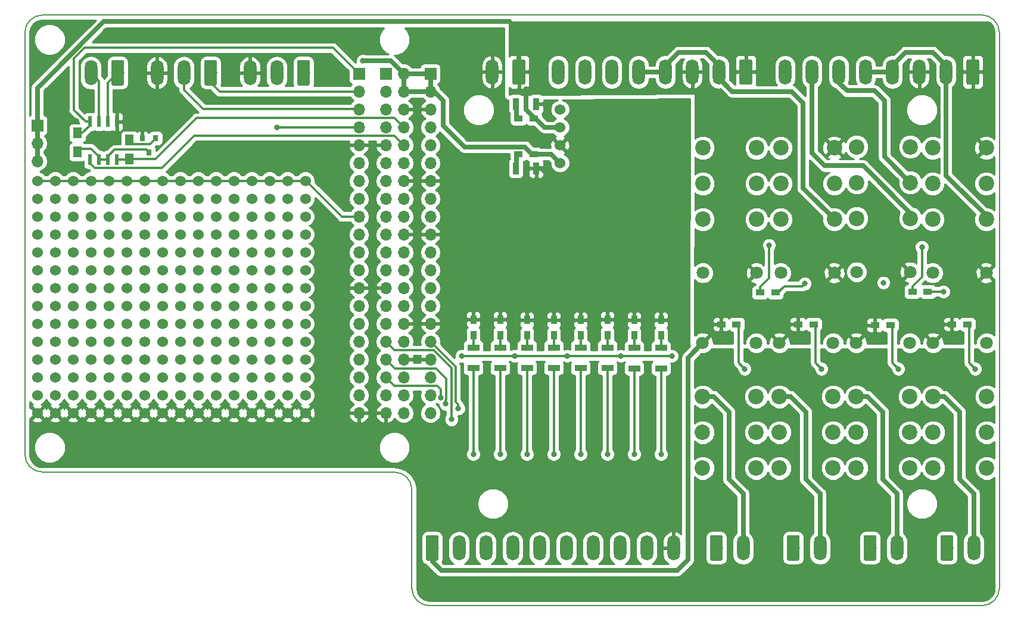
<source format=gbr>
%TF.GenerationSoftware,KiCad,Pcbnew,5.0.1*%
%TF.CreationDate,2019-01-21T13:20:35+01:00*%
%TF.ProjectId,PowerCommander,506F776572436F6D6D616E6465722E6B,rev?*%
%TF.SameCoordinates,Original*%
%TF.FileFunction,Copper,L1,Top,Signal*%
%TF.FilePolarity,Positive*%
%FSLAX46Y46*%
G04 Gerber Fmt 4.6, Leading zero omitted, Abs format (unit mm)*
G04 Created by KiCad (PCBNEW 5.0.1) date Mon 21 Jan 2019 01:20:35 PM CET*
%MOMM*%
%LPD*%
G01*
G04 APERTURE LIST*
%ADD10C,0.150000*%
%ADD11C,1.524000*%
%ADD12O,1.800000X3.600000*%
%ADD13C,0.100000*%
%ADD14C,1.800000*%
%ADD15C,2.200000*%
%ADD16O,1.700000X1.700000*%
%ADD17R,1.700000X1.700000*%
%ADD18R,0.600000X1.550000*%
%ADD19R,0.800000X0.900000*%
%ADD20R,1.300000X1.500000*%
%ADD21R,1.700000X0.900000*%
%ADD22R,0.900000X1.700000*%
%ADD23R,1.200000X0.900000*%
%ADD24R,0.900000X1.200000*%
%ADD25C,0.800000*%
%ADD26C,0.317500*%
%ADD27C,0.635000*%
%ADD28C,0.254000*%
G04 APERTURE END LIST*
D10*
X85000000Y-97500000D02*
X85000000Y-111500000D01*
X87500000Y-114000000D02*
G75*
G02X85000000Y-111500000I0J2500000D01*
G01*
X82500000Y-95000000D02*
G75*
G02X85000000Y-97500000I0J-2500000D01*
G01*
X32500000Y-95000000D02*
X82500000Y-95000000D01*
X166000000Y-30000000D02*
G75*
G02X168500000Y-32500000I0J-2500000D01*
G01*
X168500000Y-111500000D02*
G75*
G02X166000000Y-114000000I-2500000J0D01*
G01*
X32500000Y-95000000D02*
G75*
G02X30000000Y-92500000I0J2500000D01*
G01*
X30000000Y-32500000D02*
G75*
G02X32500000Y-30000000I2500000J0D01*
G01*
X30000000Y-92500000D02*
X30000000Y-32500000D01*
X166000000Y-114000000D02*
X87500000Y-114000000D01*
X168500000Y-32500000D02*
X168500000Y-111500000D01*
X32500000Y-30000000D02*
X166000000Y-30000000D01*
D11*
X106045000Y-43434000D03*
X106045000Y-45974000D03*
X106045000Y-48514000D03*
X106045000Y-51054000D03*
D12*
X96393000Y-38100000D03*
D13*
G36*
X100877504Y-36301204D02*
X100901773Y-36304804D01*
X100925571Y-36310765D01*
X100948671Y-36319030D01*
X100970849Y-36329520D01*
X100991893Y-36342133D01*
X101011598Y-36356747D01*
X101029777Y-36373223D01*
X101046253Y-36391402D01*
X101060867Y-36411107D01*
X101073480Y-36432151D01*
X101083970Y-36454329D01*
X101092235Y-36477429D01*
X101098196Y-36501227D01*
X101101796Y-36525496D01*
X101103000Y-36550000D01*
X101103000Y-39650000D01*
X101101796Y-39674504D01*
X101098196Y-39698773D01*
X101092235Y-39722571D01*
X101083970Y-39745671D01*
X101073480Y-39767849D01*
X101060867Y-39788893D01*
X101046253Y-39808598D01*
X101029777Y-39826777D01*
X101011598Y-39843253D01*
X100991893Y-39857867D01*
X100970849Y-39870480D01*
X100948671Y-39880970D01*
X100925571Y-39889235D01*
X100901773Y-39895196D01*
X100877504Y-39898796D01*
X100853000Y-39900000D01*
X99553000Y-39900000D01*
X99528496Y-39898796D01*
X99504227Y-39895196D01*
X99480429Y-39889235D01*
X99457329Y-39880970D01*
X99435151Y-39870480D01*
X99414107Y-39857867D01*
X99394402Y-39843253D01*
X99376223Y-39826777D01*
X99359747Y-39808598D01*
X99345133Y-39788893D01*
X99332520Y-39767849D01*
X99322030Y-39745671D01*
X99313765Y-39722571D01*
X99307804Y-39698773D01*
X99304204Y-39674504D01*
X99303000Y-39650000D01*
X99303000Y-36550000D01*
X99304204Y-36525496D01*
X99307804Y-36501227D01*
X99313765Y-36477429D01*
X99322030Y-36454329D01*
X99332520Y-36432151D01*
X99345133Y-36411107D01*
X99359747Y-36391402D01*
X99376223Y-36373223D01*
X99394402Y-36356747D01*
X99414107Y-36342133D01*
X99435151Y-36329520D01*
X99457329Y-36319030D01*
X99480429Y-36310765D01*
X99504227Y-36304804D01*
X99528496Y-36301204D01*
X99553000Y-36300000D01*
X100853000Y-36300000D01*
X100877504Y-36301204D01*
X100877504Y-36301204D01*
G37*
D14*
X100203000Y-38100000D03*
D15*
X137414000Y-59055000D03*
X137414000Y-48895000D03*
X137414000Y-53975000D03*
X145034000Y-53975000D03*
X145034000Y-48895000D03*
X145034000Y-59055000D03*
D14*
X137414000Y-66675000D03*
X145034000Y-66675000D03*
X133985000Y-66675000D03*
X126365000Y-66675000D03*
D15*
X133985000Y-59055000D03*
X133985000Y-48895000D03*
X133985000Y-53975000D03*
X126365000Y-53975000D03*
X126365000Y-48895000D03*
X126365000Y-59055000D03*
X159004000Y-59055000D03*
X159004000Y-48895000D03*
X159004000Y-53975000D03*
X166624000Y-53975000D03*
X166624000Y-48895000D03*
X166624000Y-59055000D03*
D14*
X159004000Y-66675000D03*
X166624000Y-66675000D03*
X155829000Y-66548000D03*
X148209000Y-66548000D03*
D15*
X155829000Y-58928000D03*
X155829000Y-48768000D03*
X155829000Y-53848000D03*
X148209000Y-53848000D03*
X148209000Y-48768000D03*
X148209000Y-58928000D03*
D16*
X87630000Y-86614000D03*
X87630000Y-84074000D03*
X87630000Y-81534000D03*
X87630000Y-78994000D03*
X87630000Y-76454000D03*
X87630000Y-73914000D03*
X87630000Y-71374000D03*
X87630000Y-68834000D03*
X87630000Y-66294000D03*
X87630000Y-63754000D03*
X87630000Y-61214000D03*
X87630000Y-58674000D03*
X87630000Y-56134000D03*
X87630000Y-53594000D03*
X87630000Y-51054000D03*
X87630000Y-48514000D03*
X87630000Y-45974000D03*
X87630000Y-43434000D03*
X87630000Y-40894000D03*
D17*
X87630000Y-38354000D03*
D16*
X77470000Y-86614000D03*
X77470000Y-84074000D03*
X77470000Y-81534000D03*
X77470000Y-78994000D03*
X77470000Y-76454000D03*
X77470000Y-73914000D03*
X77470000Y-71374000D03*
X77470000Y-68834000D03*
X77470000Y-66294000D03*
X77470000Y-63754000D03*
X77470000Y-61214000D03*
X77470000Y-58674000D03*
X77470000Y-56134000D03*
X77470000Y-53594000D03*
X77470000Y-51054000D03*
X77470000Y-48514000D03*
X77470000Y-45974000D03*
X77470000Y-43434000D03*
X77470000Y-40894000D03*
D17*
X77470000Y-38354000D03*
D15*
X166703000Y-94424500D03*
X166703000Y-84264500D03*
X166703000Y-89344500D03*
X159083000Y-84264500D03*
D14*
X159083000Y-76644500D03*
X166703000Y-76644500D03*
D15*
X159083000Y-89344500D03*
X159083000Y-94424500D03*
X137239000Y-94424500D03*
X137239000Y-89344500D03*
D14*
X144859000Y-76644500D03*
X137239000Y-76644500D03*
D15*
X137239000Y-84264500D03*
X144859000Y-89344500D03*
X144859000Y-84264500D03*
X144859000Y-94424500D03*
X148161000Y-94424500D03*
X148161000Y-89344500D03*
D14*
X155781000Y-76644500D03*
X148161000Y-76644500D03*
D15*
X148161000Y-84264500D03*
X155781000Y-89344500D03*
X155781000Y-84264500D03*
X155781000Y-94424500D03*
X133937000Y-94424500D03*
X133937000Y-84264500D03*
X133937000Y-89344500D03*
X126317000Y-84264500D03*
D14*
X126317000Y-76644500D03*
X133937000Y-76644500D03*
D15*
X126317000Y-89344500D03*
X126317000Y-94424500D03*
D16*
X83820000Y-86614000D03*
X81280000Y-86614000D03*
X83820000Y-84074000D03*
X81280000Y-84074000D03*
X83820000Y-81534000D03*
X81280000Y-81534000D03*
X83820000Y-78994000D03*
X81280000Y-78994000D03*
X83820000Y-76454000D03*
X81280000Y-76454000D03*
X83820000Y-73914000D03*
X81280000Y-73914000D03*
X83820000Y-71374000D03*
X81280000Y-71374000D03*
X83820000Y-68834000D03*
X81280000Y-68834000D03*
X83820000Y-66294000D03*
X81280000Y-66294000D03*
X83820000Y-63754000D03*
X81280000Y-63754000D03*
X83820000Y-61214000D03*
X81280000Y-61214000D03*
X83820000Y-58674000D03*
X81280000Y-58674000D03*
X83820000Y-56134000D03*
X81280000Y-56134000D03*
X83820000Y-53594000D03*
X81280000Y-53594000D03*
X83820000Y-51054000D03*
X81280000Y-51054000D03*
X83820000Y-48514000D03*
X81280000Y-48514000D03*
X83820000Y-45974000D03*
X81280000Y-45974000D03*
X83820000Y-43434000D03*
X81280000Y-43434000D03*
X83820000Y-40894000D03*
X81280000Y-40894000D03*
X83820000Y-38354000D03*
D17*
X81280000Y-38354000D03*
D13*
G36*
X43854504Y-36428204D02*
X43878773Y-36431804D01*
X43902571Y-36437765D01*
X43925671Y-36446030D01*
X43947849Y-36456520D01*
X43968893Y-36469133D01*
X43988598Y-36483747D01*
X44006777Y-36500223D01*
X44023253Y-36518402D01*
X44037867Y-36538107D01*
X44050480Y-36559151D01*
X44060970Y-36581329D01*
X44069235Y-36604429D01*
X44075196Y-36628227D01*
X44078796Y-36652496D01*
X44080000Y-36677000D01*
X44080000Y-39777000D01*
X44078796Y-39801504D01*
X44075196Y-39825773D01*
X44069235Y-39849571D01*
X44060970Y-39872671D01*
X44050480Y-39894849D01*
X44037867Y-39915893D01*
X44023253Y-39935598D01*
X44006777Y-39953777D01*
X43988598Y-39970253D01*
X43968893Y-39984867D01*
X43947849Y-39997480D01*
X43925671Y-40007970D01*
X43902571Y-40016235D01*
X43878773Y-40022196D01*
X43854504Y-40025796D01*
X43830000Y-40027000D01*
X42530000Y-40027000D01*
X42505496Y-40025796D01*
X42481227Y-40022196D01*
X42457429Y-40016235D01*
X42434329Y-40007970D01*
X42412151Y-39997480D01*
X42391107Y-39984867D01*
X42371402Y-39970253D01*
X42353223Y-39953777D01*
X42336747Y-39935598D01*
X42322133Y-39915893D01*
X42309520Y-39894849D01*
X42299030Y-39872671D01*
X42290765Y-39849571D01*
X42284804Y-39825773D01*
X42281204Y-39801504D01*
X42280000Y-39777000D01*
X42280000Y-36677000D01*
X42281204Y-36652496D01*
X42284804Y-36628227D01*
X42290765Y-36604429D01*
X42299030Y-36581329D01*
X42309520Y-36559151D01*
X42322133Y-36538107D01*
X42336747Y-36518402D01*
X42353223Y-36500223D01*
X42371402Y-36483747D01*
X42391107Y-36469133D01*
X42412151Y-36456520D01*
X42434329Y-36446030D01*
X42457429Y-36437765D01*
X42481227Y-36431804D01*
X42505496Y-36428204D01*
X42530000Y-36427000D01*
X43830000Y-36427000D01*
X43854504Y-36428204D01*
X43854504Y-36428204D01*
G37*
D14*
X43180000Y-38227000D03*
D12*
X39370000Y-38227000D03*
D18*
X39243000Y-50579000D03*
X40513000Y-50579000D03*
X41783000Y-50579000D03*
X43053000Y-50579000D03*
X43053000Y-45179000D03*
X41783000Y-45179000D03*
X40513000Y-45179000D03*
X39243000Y-45179000D03*
D13*
G36*
X57062504Y-36428204D02*
X57086773Y-36431804D01*
X57110571Y-36437765D01*
X57133671Y-36446030D01*
X57155849Y-36456520D01*
X57176893Y-36469133D01*
X57196598Y-36483747D01*
X57214777Y-36500223D01*
X57231253Y-36518402D01*
X57245867Y-36538107D01*
X57258480Y-36559151D01*
X57268970Y-36581329D01*
X57277235Y-36604429D01*
X57283196Y-36628227D01*
X57286796Y-36652496D01*
X57288000Y-36677000D01*
X57288000Y-39777000D01*
X57286796Y-39801504D01*
X57283196Y-39825773D01*
X57277235Y-39849571D01*
X57268970Y-39872671D01*
X57258480Y-39894849D01*
X57245867Y-39915893D01*
X57231253Y-39935598D01*
X57214777Y-39953777D01*
X57196598Y-39970253D01*
X57176893Y-39984867D01*
X57155849Y-39997480D01*
X57133671Y-40007970D01*
X57110571Y-40016235D01*
X57086773Y-40022196D01*
X57062504Y-40025796D01*
X57038000Y-40027000D01*
X55738000Y-40027000D01*
X55713496Y-40025796D01*
X55689227Y-40022196D01*
X55665429Y-40016235D01*
X55642329Y-40007970D01*
X55620151Y-39997480D01*
X55599107Y-39984867D01*
X55579402Y-39970253D01*
X55561223Y-39953777D01*
X55544747Y-39935598D01*
X55530133Y-39915893D01*
X55517520Y-39894849D01*
X55507030Y-39872671D01*
X55498765Y-39849571D01*
X55492804Y-39825773D01*
X55489204Y-39801504D01*
X55488000Y-39777000D01*
X55488000Y-36677000D01*
X55489204Y-36652496D01*
X55492804Y-36628227D01*
X55498765Y-36604429D01*
X55507030Y-36581329D01*
X55517520Y-36559151D01*
X55530133Y-36538107D01*
X55544747Y-36518402D01*
X55561223Y-36500223D01*
X55579402Y-36483747D01*
X55599107Y-36469133D01*
X55620151Y-36456520D01*
X55642329Y-36446030D01*
X55665429Y-36437765D01*
X55689227Y-36431804D01*
X55713496Y-36428204D01*
X55738000Y-36427000D01*
X57038000Y-36427000D01*
X57062504Y-36428204D01*
X57062504Y-36428204D01*
G37*
D14*
X56388000Y-38227000D03*
D12*
X52578000Y-38227000D03*
X48768000Y-38227000D03*
D19*
X47625000Y-49530000D03*
X46675000Y-47530000D03*
X48575000Y-47530000D03*
D20*
X44831000Y-47799000D03*
X44831000Y-50499000D03*
X37465000Y-49483000D03*
X37465000Y-46783000D03*
D13*
G36*
X70270504Y-36428204D02*
X70294773Y-36431804D01*
X70318571Y-36437765D01*
X70341671Y-36446030D01*
X70363849Y-36456520D01*
X70384893Y-36469133D01*
X70404598Y-36483747D01*
X70422777Y-36500223D01*
X70439253Y-36518402D01*
X70453867Y-36538107D01*
X70466480Y-36559151D01*
X70476970Y-36581329D01*
X70485235Y-36604429D01*
X70491196Y-36628227D01*
X70494796Y-36652496D01*
X70496000Y-36677000D01*
X70496000Y-39777000D01*
X70494796Y-39801504D01*
X70491196Y-39825773D01*
X70485235Y-39849571D01*
X70476970Y-39872671D01*
X70466480Y-39894849D01*
X70453867Y-39915893D01*
X70439253Y-39935598D01*
X70422777Y-39953777D01*
X70404598Y-39970253D01*
X70384893Y-39984867D01*
X70363849Y-39997480D01*
X70341671Y-40007970D01*
X70318571Y-40016235D01*
X70294773Y-40022196D01*
X70270504Y-40025796D01*
X70246000Y-40027000D01*
X68946000Y-40027000D01*
X68921496Y-40025796D01*
X68897227Y-40022196D01*
X68873429Y-40016235D01*
X68850329Y-40007970D01*
X68828151Y-39997480D01*
X68807107Y-39984867D01*
X68787402Y-39970253D01*
X68769223Y-39953777D01*
X68752747Y-39935598D01*
X68738133Y-39915893D01*
X68725520Y-39894849D01*
X68715030Y-39872671D01*
X68706765Y-39849571D01*
X68700804Y-39825773D01*
X68697204Y-39801504D01*
X68696000Y-39777000D01*
X68696000Y-36677000D01*
X68697204Y-36652496D01*
X68700804Y-36628227D01*
X68706765Y-36604429D01*
X68715030Y-36581329D01*
X68725520Y-36559151D01*
X68738133Y-36538107D01*
X68752747Y-36518402D01*
X68769223Y-36500223D01*
X68787402Y-36483747D01*
X68807107Y-36469133D01*
X68828151Y-36456520D01*
X68850329Y-36446030D01*
X68873429Y-36437765D01*
X68897227Y-36431804D01*
X68921496Y-36428204D01*
X68946000Y-36427000D01*
X70246000Y-36427000D01*
X70270504Y-36428204D01*
X70270504Y-36428204D01*
G37*
D14*
X69596000Y-38227000D03*
D12*
X65786000Y-38227000D03*
X61976000Y-38227000D03*
D13*
G36*
X133135504Y-36301204D02*
X133159773Y-36304804D01*
X133183571Y-36310765D01*
X133206671Y-36319030D01*
X133228849Y-36329520D01*
X133249893Y-36342133D01*
X133269598Y-36356747D01*
X133287777Y-36373223D01*
X133304253Y-36391402D01*
X133318867Y-36411107D01*
X133331480Y-36432151D01*
X133341970Y-36454329D01*
X133350235Y-36477429D01*
X133356196Y-36501227D01*
X133359796Y-36525496D01*
X133361000Y-36550000D01*
X133361000Y-39650000D01*
X133359796Y-39674504D01*
X133356196Y-39698773D01*
X133350235Y-39722571D01*
X133341970Y-39745671D01*
X133331480Y-39767849D01*
X133318867Y-39788893D01*
X133304253Y-39808598D01*
X133287777Y-39826777D01*
X133269598Y-39843253D01*
X133249893Y-39857867D01*
X133228849Y-39870480D01*
X133206671Y-39880970D01*
X133183571Y-39889235D01*
X133159773Y-39895196D01*
X133135504Y-39898796D01*
X133111000Y-39900000D01*
X131811000Y-39900000D01*
X131786496Y-39898796D01*
X131762227Y-39895196D01*
X131738429Y-39889235D01*
X131715329Y-39880970D01*
X131693151Y-39870480D01*
X131672107Y-39857867D01*
X131652402Y-39843253D01*
X131634223Y-39826777D01*
X131617747Y-39808598D01*
X131603133Y-39788893D01*
X131590520Y-39767849D01*
X131580030Y-39745671D01*
X131571765Y-39722571D01*
X131565804Y-39698773D01*
X131562204Y-39674504D01*
X131561000Y-39650000D01*
X131561000Y-36550000D01*
X131562204Y-36525496D01*
X131565804Y-36501227D01*
X131571765Y-36477429D01*
X131580030Y-36454329D01*
X131590520Y-36432151D01*
X131603133Y-36411107D01*
X131617747Y-36391402D01*
X131634223Y-36373223D01*
X131652402Y-36356747D01*
X131672107Y-36342133D01*
X131693151Y-36329520D01*
X131715329Y-36319030D01*
X131738429Y-36310765D01*
X131762227Y-36304804D01*
X131786496Y-36301204D01*
X131811000Y-36300000D01*
X133111000Y-36300000D01*
X133135504Y-36301204D01*
X133135504Y-36301204D01*
G37*
D14*
X132461000Y-38100000D03*
D12*
X128651000Y-38100000D03*
X124841000Y-38100000D03*
X121031000Y-38100000D03*
X117221000Y-38100000D03*
X113411000Y-38100000D03*
X109601000Y-38100000D03*
X105791000Y-38100000D03*
X138049000Y-38100000D03*
X141859000Y-38100000D03*
X145669000Y-38100000D03*
X149479000Y-38100000D03*
X153289000Y-38100000D03*
X157099000Y-38100000D03*
X160909000Y-38100000D03*
D13*
G36*
X165393504Y-36301204D02*
X165417773Y-36304804D01*
X165441571Y-36310765D01*
X165464671Y-36319030D01*
X165486849Y-36329520D01*
X165507893Y-36342133D01*
X165527598Y-36356747D01*
X165545777Y-36373223D01*
X165562253Y-36391402D01*
X165576867Y-36411107D01*
X165589480Y-36432151D01*
X165599970Y-36454329D01*
X165608235Y-36477429D01*
X165614196Y-36501227D01*
X165617796Y-36525496D01*
X165619000Y-36550000D01*
X165619000Y-39650000D01*
X165617796Y-39674504D01*
X165614196Y-39698773D01*
X165608235Y-39722571D01*
X165599970Y-39745671D01*
X165589480Y-39767849D01*
X165576867Y-39788893D01*
X165562253Y-39808598D01*
X165545777Y-39826777D01*
X165527598Y-39843253D01*
X165507893Y-39857867D01*
X165486849Y-39870480D01*
X165464671Y-39880970D01*
X165441571Y-39889235D01*
X165417773Y-39895196D01*
X165393504Y-39898796D01*
X165369000Y-39900000D01*
X164069000Y-39900000D01*
X164044496Y-39898796D01*
X164020227Y-39895196D01*
X163996429Y-39889235D01*
X163973329Y-39880970D01*
X163951151Y-39870480D01*
X163930107Y-39857867D01*
X163910402Y-39843253D01*
X163892223Y-39826777D01*
X163875747Y-39808598D01*
X163861133Y-39788893D01*
X163848520Y-39767849D01*
X163838030Y-39745671D01*
X163829765Y-39722571D01*
X163823804Y-39698773D01*
X163820204Y-39674504D01*
X163819000Y-39650000D01*
X163819000Y-36550000D01*
X163820204Y-36525496D01*
X163823804Y-36501227D01*
X163829765Y-36477429D01*
X163838030Y-36454329D01*
X163848520Y-36432151D01*
X163861133Y-36411107D01*
X163875747Y-36391402D01*
X163892223Y-36373223D01*
X163910402Y-36356747D01*
X163930107Y-36342133D01*
X163951151Y-36329520D01*
X163973329Y-36319030D01*
X163996429Y-36310765D01*
X164020227Y-36304804D01*
X164044496Y-36301204D01*
X164069000Y-36300000D01*
X165369000Y-36300000D01*
X165393504Y-36301204D01*
X165393504Y-36301204D01*
G37*
D14*
X164719000Y-38100000D03*
D12*
X164846000Y-105791000D03*
D13*
G36*
X161710504Y-103992204D02*
X161734773Y-103995804D01*
X161758571Y-104001765D01*
X161781671Y-104010030D01*
X161803849Y-104020520D01*
X161824893Y-104033133D01*
X161844598Y-104047747D01*
X161862777Y-104064223D01*
X161879253Y-104082402D01*
X161893867Y-104102107D01*
X161906480Y-104123151D01*
X161916970Y-104145329D01*
X161925235Y-104168429D01*
X161931196Y-104192227D01*
X161934796Y-104216496D01*
X161936000Y-104241000D01*
X161936000Y-107341000D01*
X161934796Y-107365504D01*
X161931196Y-107389773D01*
X161925235Y-107413571D01*
X161916970Y-107436671D01*
X161906480Y-107458849D01*
X161893867Y-107479893D01*
X161879253Y-107499598D01*
X161862777Y-107517777D01*
X161844598Y-107534253D01*
X161824893Y-107548867D01*
X161803849Y-107561480D01*
X161781671Y-107571970D01*
X161758571Y-107580235D01*
X161734773Y-107586196D01*
X161710504Y-107589796D01*
X161686000Y-107591000D01*
X160386000Y-107591000D01*
X160361496Y-107589796D01*
X160337227Y-107586196D01*
X160313429Y-107580235D01*
X160290329Y-107571970D01*
X160268151Y-107561480D01*
X160247107Y-107548867D01*
X160227402Y-107534253D01*
X160209223Y-107517777D01*
X160192747Y-107499598D01*
X160178133Y-107479893D01*
X160165520Y-107458849D01*
X160155030Y-107436671D01*
X160146765Y-107413571D01*
X160140804Y-107389773D01*
X160137204Y-107365504D01*
X160136000Y-107341000D01*
X160136000Y-104241000D01*
X160137204Y-104216496D01*
X160140804Y-104192227D01*
X160146765Y-104168429D01*
X160155030Y-104145329D01*
X160165520Y-104123151D01*
X160178133Y-104102107D01*
X160192747Y-104082402D01*
X160209223Y-104064223D01*
X160227402Y-104047747D01*
X160247107Y-104033133D01*
X160268151Y-104020520D01*
X160290329Y-104010030D01*
X160313429Y-104001765D01*
X160337227Y-103995804D01*
X160361496Y-103992204D01*
X160386000Y-103991000D01*
X161686000Y-103991000D01*
X161710504Y-103992204D01*
X161710504Y-103992204D01*
G37*
D14*
X161036000Y-105791000D03*
D12*
X153924000Y-105791000D03*
D13*
G36*
X150788504Y-103992204D02*
X150812773Y-103995804D01*
X150836571Y-104001765D01*
X150859671Y-104010030D01*
X150881849Y-104020520D01*
X150902893Y-104033133D01*
X150922598Y-104047747D01*
X150940777Y-104064223D01*
X150957253Y-104082402D01*
X150971867Y-104102107D01*
X150984480Y-104123151D01*
X150994970Y-104145329D01*
X151003235Y-104168429D01*
X151009196Y-104192227D01*
X151012796Y-104216496D01*
X151014000Y-104241000D01*
X151014000Y-107341000D01*
X151012796Y-107365504D01*
X151009196Y-107389773D01*
X151003235Y-107413571D01*
X150994970Y-107436671D01*
X150984480Y-107458849D01*
X150971867Y-107479893D01*
X150957253Y-107499598D01*
X150940777Y-107517777D01*
X150922598Y-107534253D01*
X150902893Y-107548867D01*
X150881849Y-107561480D01*
X150859671Y-107571970D01*
X150836571Y-107580235D01*
X150812773Y-107586196D01*
X150788504Y-107589796D01*
X150764000Y-107591000D01*
X149464000Y-107591000D01*
X149439496Y-107589796D01*
X149415227Y-107586196D01*
X149391429Y-107580235D01*
X149368329Y-107571970D01*
X149346151Y-107561480D01*
X149325107Y-107548867D01*
X149305402Y-107534253D01*
X149287223Y-107517777D01*
X149270747Y-107499598D01*
X149256133Y-107479893D01*
X149243520Y-107458849D01*
X149233030Y-107436671D01*
X149224765Y-107413571D01*
X149218804Y-107389773D01*
X149215204Y-107365504D01*
X149214000Y-107341000D01*
X149214000Y-104241000D01*
X149215204Y-104216496D01*
X149218804Y-104192227D01*
X149224765Y-104168429D01*
X149233030Y-104145329D01*
X149243520Y-104123151D01*
X149256133Y-104102107D01*
X149270747Y-104082402D01*
X149287223Y-104064223D01*
X149305402Y-104047747D01*
X149325107Y-104033133D01*
X149346151Y-104020520D01*
X149368329Y-104010030D01*
X149391429Y-104001765D01*
X149415227Y-103995804D01*
X149439496Y-103992204D01*
X149464000Y-103991000D01*
X150764000Y-103991000D01*
X150788504Y-103992204D01*
X150788504Y-103992204D01*
G37*
D14*
X150114000Y-105791000D03*
D13*
G36*
X139866504Y-103992204D02*
X139890773Y-103995804D01*
X139914571Y-104001765D01*
X139937671Y-104010030D01*
X139959849Y-104020520D01*
X139980893Y-104033133D01*
X140000598Y-104047747D01*
X140018777Y-104064223D01*
X140035253Y-104082402D01*
X140049867Y-104102107D01*
X140062480Y-104123151D01*
X140072970Y-104145329D01*
X140081235Y-104168429D01*
X140087196Y-104192227D01*
X140090796Y-104216496D01*
X140092000Y-104241000D01*
X140092000Y-107341000D01*
X140090796Y-107365504D01*
X140087196Y-107389773D01*
X140081235Y-107413571D01*
X140072970Y-107436671D01*
X140062480Y-107458849D01*
X140049867Y-107479893D01*
X140035253Y-107499598D01*
X140018777Y-107517777D01*
X140000598Y-107534253D01*
X139980893Y-107548867D01*
X139959849Y-107561480D01*
X139937671Y-107571970D01*
X139914571Y-107580235D01*
X139890773Y-107586196D01*
X139866504Y-107589796D01*
X139842000Y-107591000D01*
X138542000Y-107591000D01*
X138517496Y-107589796D01*
X138493227Y-107586196D01*
X138469429Y-107580235D01*
X138446329Y-107571970D01*
X138424151Y-107561480D01*
X138403107Y-107548867D01*
X138383402Y-107534253D01*
X138365223Y-107517777D01*
X138348747Y-107499598D01*
X138334133Y-107479893D01*
X138321520Y-107458849D01*
X138311030Y-107436671D01*
X138302765Y-107413571D01*
X138296804Y-107389773D01*
X138293204Y-107365504D01*
X138292000Y-107341000D01*
X138292000Y-104241000D01*
X138293204Y-104216496D01*
X138296804Y-104192227D01*
X138302765Y-104168429D01*
X138311030Y-104145329D01*
X138321520Y-104123151D01*
X138334133Y-104102107D01*
X138348747Y-104082402D01*
X138365223Y-104064223D01*
X138383402Y-104047747D01*
X138403107Y-104033133D01*
X138424151Y-104020520D01*
X138446329Y-104010030D01*
X138469429Y-104001765D01*
X138493227Y-103995804D01*
X138517496Y-103992204D01*
X138542000Y-103991000D01*
X139842000Y-103991000D01*
X139866504Y-103992204D01*
X139866504Y-103992204D01*
G37*
D14*
X139192000Y-105791000D03*
D12*
X143002000Y-105791000D03*
D13*
G36*
X128944504Y-103992204D02*
X128968773Y-103995804D01*
X128992571Y-104001765D01*
X129015671Y-104010030D01*
X129037849Y-104020520D01*
X129058893Y-104033133D01*
X129078598Y-104047747D01*
X129096777Y-104064223D01*
X129113253Y-104082402D01*
X129127867Y-104102107D01*
X129140480Y-104123151D01*
X129150970Y-104145329D01*
X129159235Y-104168429D01*
X129165196Y-104192227D01*
X129168796Y-104216496D01*
X129170000Y-104241000D01*
X129170000Y-107341000D01*
X129168796Y-107365504D01*
X129165196Y-107389773D01*
X129159235Y-107413571D01*
X129150970Y-107436671D01*
X129140480Y-107458849D01*
X129127867Y-107479893D01*
X129113253Y-107499598D01*
X129096777Y-107517777D01*
X129078598Y-107534253D01*
X129058893Y-107548867D01*
X129037849Y-107561480D01*
X129015671Y-107571970D01*
X128992571Y-107580235D01*
X128968773Y-107586196D01*
X128944504Y-107589796D01*
X128920000Y-107591000D01*
X127620000Y-107591000D01*
X127595496Y-107589796D01*
X127571227Y-107586196D01*
X127547429Y-107580235D01*
X127524329Y-107571970D01*
X127502151Y-107561480D01*
X127481107Y-107548867D01*
X127461402Y-107534253D01*
X127443223Y-107517777D01*
X127426747Y-107499598D01*
X127412133Y-107479893D01*
X127399520Y-107458849D01*
X127389030Y-107436671D01*
X127380765Y-107413571D01*
X127374804Y-107389773D01*
X127371204Y-107365504D01*
X127370000Y-107341000D01*
X127370000Y-104241000D01*
X127371204Y-104216496D01*
X127374804Y-104192227D01*
X127380765Y-104168429D01*
X127389030Y-104145329D01*
X127399520Y-104123151D01*
X127412133Y-104102107D01*
X127426747Y-104082402D01*
X127443223Y-104064223D01*
X127461402Y-104047747D01*
X127481107Y-104033133D01*
X127502151Y-104020520D01*
X127524329Y-104010030D01*
X127547429Y-104001765D01*
X127571227Y-103995804D01*
X127595496Y-103992204D01*
X127620000Y-103991000D01*
X128920000Y-103991000D01*
X128944504Y-103992204D01*
X128944504Y-103992204D01*
G37*
D14*
X128270000Y-105791000D03*
D12*
X132080000Y-105791000D03*
D13*
G36*
X88558504Y-103992204D02*
X88582773Y-103995804D01*
X88606571Y-104001765D01*
X88629671Y-104010030D01*
X88651849Y-104020520D01*
X88672893Y-104033133D01*
X88692598Y-104047747D01*
X88710777Y-104064223D01*
X88727253Y-104082402D01*
X88741867Y-104102107D01*
X88754480Y-104123151D01*
X88764970Y-104145329D01*
X88773235Y-104168429D01*
X88779196Y-104192227D01*
X88782796Y-104216496D01*
X88784000Y-104241000D01*
X88784000Y-107341000D01*
X88782796Y-107365504D01*
X88779196Y-107389773D01*
X88773235Y-107413571D01*
X88764970Y-107436671D01*
X88754480Y-107458849D01*
X88741867Y-107479893D01*
X88727253Y-107499598D01*
X88710777Y-107517777D01*
X88692598Y-107534253D01*
X88672893Y-107548867D01*
X88651849Y-107561480D01*
X88629671Y-107571970D01*
X88606571Y-107580235D01*
X88582773Y-107586196D01*
X88558504Y-107589796D01*
X88534000Y-107591000D01*
X87234000Y-107591000D01*
X87209496Y-107589796D01*
X87185227Y-107586196D01*
X87161429Y-107580235D01*
X87138329Y-107571970D01*
X87116151Y-107561480D01*
X87095107Y-107548867D01*
X87075402Y-107534253D01*
X87057223Y-107517777D01*
X87040747Y-107499598D01*
X87026133Y-107479893D01*
X87013520Y-107458849D01*
X87003030Y-107436671D01*
X86994765Y-107413571D01*
X86988804Y-107389773D01*
X86985204Y-107365504D01*
X86984000Y-107341000D01*
X86984000Y-104241000D01*
X86985204Y-104216496D01*
X86988804Y-104192227D01*
X86994765Y-104168429D01*
X87003030Y-104145329D01*
X87013520Y-104123151D01*
X87026133Y-104102107D01*
X87040747Y-104082402D01*
X87057223Y-104064223D01*
X87075402Y-104047747D01*
X87095107Y-104033133D01*
X87116151Y-104020520D01*
X87138329Y-104010030D01*
X87161429Y-104001765D01*
X87185227Y-103995804D01*
X87209496Y-103992204D01*
X87234000Y-103991000D01*
X88534000Y-103991000D01*
X88558504Y-103992204D01*
X88558504Y-103992204D01*
G37*
D14*
X87884000Y-105791000D03*
D12*
X91694000Y-105791000D03*
X95504000Y-105791000D03*
X99314000Y-105791000D03*
X103124000Y-105791000D03*
X106934000Y-105791000D03*
X110744000Y-105791000D03*
X114554000Y-105791000D03*
X118364000Y-105791000D03*
X122174000Y-105791000D03*
D21*
X93726000Y-77290000D03*
X93726000Y-80190000D03*
D22*
X102669000Y-42672000D03*
X99769000Y-42672000D03*
X99769000Y-51816000D03*
X102669000Y-51816000D03*
D21*
X97536000Y-77290000D03*
X97536000Y-80190000D03*
X101346000Y-77290000D03*
X101346000Y-80190000D03*
X105156000Y-77290000D03*
X105156000Y-80190000D03*
X108966000Y-80190000D03*
X108966000Y-77290000D03*
X112776000Y-80190000D03*
X112776000Y-77290000D03*
X116586000Y-80243000D03*
X116586000Y-77343000D03*
X120396000Y-77353500D03*
X120396000Y-80253500D03*
D23*
X102319000Y-44704000D03*
X100119000Y-44704000D03*
X158326000Y-69342000D03*
X156126000Y-69342000D03*
X136656000Y-69469000D03*
X134456000Y-69469000D03*
X161746000Y-73977500D03*
X163946000Y-73977500D03*
X142102000Y-73977500D03*
X139902000Y-73977500D03*
X153024000Y-74104500D03*
X150824000Y-74104500D03*
X128948000Y-73977500D03*
X131148000Y-73977500D03*
D24*
X93726000Y-75522000D03*
X93726000Y-73322000D03*
X97536000Y-75522000D03*
X97536000Y-73322000D03*
X120396000Y-73365000D03*
X120396000Y-75565000D03*
X101346000Y-73369000D03*
X101346000Y-75569000D03*
X105156000Y-75569000D03*
X105156000Y-73369000D03*
X108966000Y-73369000D03*
X108966000Y-75569000D03*
X112776000Y-75522000D03*
X112776000Y-73322000D03*
X116586000Y-75565000D03*
X116586000Y-73365000D03*
D23*
X102319000Y-49784000D03*
X100119000Y-49784000D03*
D11*
X67310000Y-84074000D03*
X67310000Y-86614000D03*
X39370000Y-78994000D03*
X57150000Y-78994000D03*
X34290000Y-78994000D03*
X44450000Y-78994000D03*
X54610000Y-78994000D03*
X69850000Y-81534000D03*
X67310000Y-76454000D03*
X67310000Y-81534000D03*
X69850000Y-84074000D03*
X69850000Y-86614000D03*
X69850000Y-78994000D03*
X64770000Y-78994000D03*
X64770000Y-73914000D03*
X62230000Y-76454000D03*
X57150000Y-76454000D03*
X64770000Y-76454000D03*
X57150000Y-84074000D03*
X69850000Y-73914000D03*
X39370000Y-73914000D03*
X34290000Y-73914000D03*
X44450000Y-73914000D03*
X54610000Y-73914000D03*
X31750000Y-73914000D03*
X41910000Y-76454000D03*
X52070000Y-76454000D03*
X46990000Y-76454000D03*
X54610000Y-76454000D03*
X46990000Y-84074000D03*
X49530000Y-76454000D03*
X39370000Y-76454000D03*
X34290000Y-76454000D03*
X52070000Y-73914000D03*
X49530000Y-73914000D03*
X44450000Y-76454000D03*
X41910000Y-73914000D03*
X36830000Y-73914000D03*
X31750000Y-76454000D03*
X36830000Y-76454000D03*
X31750000Y-78994000D03*
X41910000Y-81534000D03*
X52070000Y-81534000D03*
X46990000Y-81534000D03*
X54610000Y-81534000D03*
X31750000Y-81534000D03*
X59690000Y-76454000D03*
X62230000Y-73914000D03*
X59690000Y-73914000D03*
X62230000Y-81534000D03*
X57150000Y-81534000D03*
X64770000Y-81534000D03*
X64770000Y-84074000D03*
X62230000Y-86614000D03*
X57150000Y-86614000D03*
X64770000Y-86614000D03*
X67310000Y-73914000D03*
X69850000Y-76454000D03*
X39370000Y-84074000D03*
X34290000Y-84074000D03*
X54610000Y-84074000D03*
X31750000Y-84074000D03*
X41910000Y-86614000D03*
X52070000Y-86614000D03*
X46990000Y-86614000D03*
X54610000Y-86614000D03*
X49530000Y-86614000D03*
X39370000Y-86614000D03*
X34290000Y-86614000D03*
X52070000Y-84074000D03*
X49530000Y-84074000D03*
X44450000Y-86614000D03*
X41910000Y-84074000D03*
X36830000Y-84074000D03*
X31750000Y-86614000D03*
X36830000Y-86614000D03*
X36830000Y-81534000D03*
X49530000Y-81534000D03*
X62230000Y-78994000D03*
X59690000Y-81534000D03*
X59690000Y-78994000D03*
X39370000Y-81534000D03*
X34290000Y-81534000D03*
X44450000Y-81534000D03*
X46990000Y-73914000D03*
X59690000Y-86614000D03*
X62230000Y-84074000D03*
X57150000Y-73914000D03*
X59690000Y-84074000D03*
X67310000Y-78994000D03*
X41910000Y-78994000D03*
X36830000Y-78994000D03*
X52070000Y-78994000D03*
X49530000Y-78994000D03*
X44450000Y-84074000D03*
X46990000Y-78994000D03*
X69850000Y-58674000D03*
X67310000Y-58674000D03*
X69850000Y-56134000D03*
X69850000Y-63754000D03*
X69850000Y-68834000D03*
X69850000Y-71374000D03*
X67310000Y-53594000D03*
X67310000Y-56134000D03*
X67310000Y-61214000D03*
X69850000Y-61214000D03*
X69850000Y-66294000D03*
X67310000Y-68834000D03*
X67310000Y-63754000D03*
X67310000Y-66294000D03*
X69850000Y-53594000D03*
X67310000Y-71374000D03*
X64770000Y-58674000D03*
X64770000Y-53594000D03*
X62230000Y-56134000D03*
X57150000Y-56134000D03*
X64770000Y-56134000D03*
X57150000Y-63754000D03*
X59690000Y-68834000D03*
X57150000Y-68834000D03*
X62230000Y-68834000D03*
X59690000Y-56134000D03*
X62230000Y-53594000D03*
X59690000Y-53594000D03*
X62230000Y-61214000D03*
X57150000Y-61214000D03*
X64770000Y-61214000D03*
X64770000Y-68834000D03*
X64770000Y-63754000D03*
X62230000Y-66294000D03*
X57150000Y-66294000D03*
X64770000Y-66294000D03*
X59690000Y-66294000D03*
X62230000Y-63754000D03*
X59690000Y-63754000D03*
X62230000Y-71374000D03*
X59690000Y-61214000D03*
X59690000Y-71374000D03*
X57150000Y-53594000D03*
X57150000Y-71374000D03*
X64770000Y-71374000D03*
X62230000Y-58674000D03*
X59690000Y-58674000D03*
X57150000Y-58674000D03*
X39370000Y-68834000D03*
X34290000Y-68834000D03*
X44450000Y-68834000D03*
X54610000Y-68834000D03*
X39370000Y-63754000D03*
X34290000Y-63754000D03*
X44450000Y-63754000D03*
X54610000Y-63754000D03*
X31750000Y-63754000D03*
X41910000Y-66294000D03*
X52070000Y-66294000D03*
X46990000Y-66294000D03*
X54610000Y-66294000D03*
X49530000Y-66294000D03*
X39370000Y-66294000D03*
X34290000Y-66294000D03*
X52070000Y-63754000D03*
X49530000Y-63754000D03*
X44450000Y-66294000D03*
X41910000Y-63754000D03*
X36830000Y-63754000D03*
X31750000Y-66294000D03*
X36830000Y-66294000D03*
X31750000Y-68834000D03*
X41910000Y-71374000D03*
X52070000Y-71374000D03*
X46990000Y-71374000D03*
X54610000Y-71374000D03*
X31750000Y-71374000D03*
X36830000Y-71374000D03*
X49530000Y-71374000D03*
X39370000Y-71374000D03*
X34290000Y-71374000D03*
X44450000Y-71374000D03*
X46990000Y-63754000D03*
X41910000Y-68834000D03*
X36830000Y-68834000D03*
X52070000Y-68834000D03*
X49530000Y-68834000D03*
X46990000Y-68834000D03*
X39370000Y-53594000D03*
X34290000Y-53594000D03*
X44450000Y-53594000D03*
X54610000Y-53594000D03*
X31750000Y-53594000D03*
X41910000Y-56134000D03*
X52070000Y-56134000D03*
X46990000Y-56134000D03*
X54610000Y-56134000D03*
X31750000Y-56134000D03*
X36830000Y-56134000D03*
X49530000Y-56134000D03*
X39370000Y-56134000D03*
X34290000Y-56134000D03*
X44450000Y-56134000D03*
X41910000Y-53594000D03*
X36830000Y-53594000D03*
X52070000Y-53594000D03*
X49530000Y-53594000D03*
X46990000Y-53594000D03*
X39370000Y-61214000D03*
X34290000Y-61214000D03*
X44450000Y-61214000D03*
X54610000Y-61214000D03*
X31750000Y-61214000D03*
X41910000Y-61214000D03*
X36830000Y-61214000D03*
X52070000Y-61214000D03*
X49530000Y-61214000D03*
X46990000Y-61214000D03*
X31750000Y-58674000D03*
X34290000Y-58674000D03*
X36830000Y-58674000D03*
X39370000Y-58674000D03*
X41910000Y-58674000D03*
X54610000Y-58674000D03*
X52070000Y-58674000D03*
X49530000Y-58674000D03*
X46990000Y-58674000D03*
X44450000Y-58674000D03*
D16*
X31750000Y-50800000D03*
X31750000Y-48260000D03*
D17*
X31750000Y-45720000D03*
D25*
X41148000Y-48006000D03*
X46736000Y-46101000D03*
X160528000Y-69342000D03*
X104140000Y-51816000D03*
X140843000Y-68199000D03*
X99441000Y-83375500D03*
X107061000Y-83439000D03*
X114681000Y-83439000D03*
X92456000Y-83375500D03*
X114681000Y-77216000D03*
X99441000Y-77216000D03*
X121285000Y-51308000D03*
X107159475Y-77129730D03*
X147193000Y-81915000D03*
X136144000Y-81915000D03*
X157988000Y-81788000D03*
X138049000Y-78930500D03*
X148971000Y-78803500D03*
X159766000Y-78930500D03*
X104140000Y-42672000D03*
X37274500Y-45021500D03*
X37338000Y-32321500D03*
X34544000Y-40640000D03*
X38862000Y-42672000D03*
X33782000Y-51562000D03*
X53340000Y-43434000D03*
X55626000Y-41402000D03*
X74676000Y-38608000D03*
X75946000Y-42164000D03*
X77978000Y-33274000D03*
X41402000Y-32258000D03*
X97536000Y-32512000D03*
X97790000Y-42672000D03*
X85598000Y-36322000D03*
X79502000Y-49784000D03*
X75438000Y-49784000D03*
X52070000Y-51562000D03*
X75438000Y-54864000D03*
X122428000Y-42672000D03*
X87376000Y-111506000D03*
X86106000Y-94234000D03*
X166624000Y-92011500D03*
X157480000Y-92011500D03*
X146558000Y-92011500D03*
X135636000Y-92011500D03*
X126238000Y-92011500D03*
X166370000Y-111760000D03*
X124460000Y-112522000D03*
X109855000Y-64516000D03*
X31813500Y-37909500D03*
X95631000Y-95250000D03*
X99441000Y-95250000D03*
X103251000Y-95250000D03*
X107061000Y-95250000D03*
X110871000Y-95250000D03*
X114681000Y-95250000D03*
X118491000Y-95250000D03*
X122301000Y-95250000D03*
X92011500Y-77025500D03*
X102108000Y-64516000D03*
X89916000Y-68834000D03*
X99949000Y-60960000D03*
X89789000Y-57531000D03*
X153289000Y-84074000D03*
X164211000Y-84074000D03*
X142367000Y-84074000D03*
X131445000Y-84074000D03*
X122682000Y-67818000D03*
X122682000Y-61976000D03*
X113030000Y-61976000D03*
X152019000Y-68072000D03*
X78041500Y-36512500D03*
X157480000Y-62992001D03*
X135763000Y-62738000D03*
X89093740Y-84391500D03*
X91597157Y-85966078D03*
X89821591Y-85312227D03*
X90614500Y-87503000D03*
X92075000Y-78486000D03*
X121920000Y-78486000D03*
X114681000Y-78486000D03*
X107061000Y-78486000D03*
X99568000Y-78486000D03*
X65786000Y-45974000D03*
X165052000Y-80327500D03*
X143208000Y-80327500D03*
X154130000Y-80327500D03*
X132286000Y-80327500D03*
X93726000Y-92456000D03*
X97536000Y-92456000D03*
X101346000Y-92456000D03*
X105156000Y-92456000D03*
X108966000Y-92456000D03*
X112776000Y-92456000D03*
X116586000Y-92456000D03*
X120396000Y-92456000D03*
D26*
X46675000Y-46416000D02*
X46736000Y-46355000D01*
X158703000Y-69342000D02*
X160528000Y-69342000D01*
D27*
X102569000Y-51816000D02*
X103378000Y-51816000D01*
X103378000Y-51816000D02*
X104394000Y-52832000D01*
D26*
X137954998Y-68580002D02*
X140461998Y-68580002D01*
X137066000Y-69469000D02*
X137954998Y-68580002D01*
X140461998Y-68580002D02*
X140843000Y-68199000D01*
D27*
X103839000Y-45974000D02*
X102569000Y-44704000D01*
X106045000Y-45974000D02*
X103839000Y-45974000D01*
X102469000Y-44704000D02*
X101219000Y-43454000D01*
X102569000Y-44704000D02*
X102469000Y-44704000D01*
X101219000Y-43454000D02*
X101219000Y-40513000D01*
X126190000Y-76771500D02*
X126317000Y-76644500D01*
X31750000Y-50800000D02*
X31750000Y-48260000D01*
X31750000Y-48260000D02*
X31750000Y-45720000D01*
X98806000Y-30924500D02*
X100203000Y-32321500D01*
X100203000Y-32321500D02*
X100203000Y-38100000D01*
X41211500Y-30924500D02*
X98806000Y-30924500D01*
X31750000Y-45720000D02*
X31750000Y-40386000D01*
X31750000Y-40386000D02*
X41211500Y-30924500D01*
X124206000Y-78755500D02*
X126317000Y-76644500D01*
X122682000Y-108966000D02*
X124206000Y-107442000D01*
X124206000Y-107442000D02*
X124206000Y-78755500D01*
X89154000Y-108966000D02*
X122682000Y-108966000D01*
X87884000Y-105791000D02*
X87884000Y-107696000D01*
X87884000Y-107696000D02*
X89154000Y-108966000D01*
X83820000Y-38354000D02*
X87630000Y-38354000D01*
X87630000Y-38354000D02*
X87630000Y-40894000D01*
X87630000Y-40894000D02*
X83820000Y-40894000D01*
X83820000Y-40894000D02*
X83820000Y-38354000D01*
D26*
X87630000Y-40894000D02*
X88074500Y-40894000D01*
D27*
X81978500Y-36512500D02*
X78607185Y-36512500D01*
X83820000Y-38354000D02*
X81978500Y-36512500D01*
X78607185Y-36512500D02*
X78041500Y-36512500D01*
X88138000Y-40894000D02*
X89408000Y-42164000D01*
X89408000Y-45720000D02*
X92456000Y-48768000D01*
X87630000Y-40894000D02*
X88138000Y-40894000D01*
X92456000Y-48768000D02*
X99001499Y-48768000D01*
X89408000Y-42164000D02*
X89408000Y-45720000D01*
X104775000Y-49784000D02*
X106045000Y-51054000D01*
X102100502Y-49784000D02*
X104775000Y-49784000D01*
X99153498Y-48768000D02*
X101084502Y-48768000D01*
X101084502Y-48768000D02*
X102100502Y-49784000D01*
D26*
X156126000Y-69342000D02*
X156126000Y-68574500D01*
X157480000Y-67220500D02*
X157480000Y-62992001D01*
X156126000Y-68574500D02*
X157480000Y-67220500D01*
X135763000Y-67394500D02*
X135763000Y-63303685D01*
X134456000Y-68701500D02*
X135763000Y-67394500D01*
X135763000Y-63303685D02*
X135763000Y-62738000D01*
X134456000Y-69469000D02*
X134456000Y-68701500D01*
X77470000Y-40894000D02*
X57658000Y-40894000D01*
X56388000Y-39624000D02*
X56388000Y-38227000D01*
X57658000Y-40894000D02*
X56388000Y-39624000D01*
X88582685Y-82740685D02*
X89093740Y-83251740D01*
X88210201Y-82742751D02*
X88212267Y-82740685D01*
X87049799Y-82742751D02*
X88210201Y-82742751D01*
X82486685Y-82740685D02*
X83237733Y-82740685D01*
X88212267Y-82740685D02*
X88582685Y-82740685D01*
X87047733Y-82740685D02*
X87049799Y-82742751D01*
X83237733Y-82740685D02*
X83239799Y-82742751D01*
X81280000Y-81534000D02*
X82486685Y-82740685D01*
X84400201Y-82742751D02*
X84402267Y-82740685D01*
X89093740Y-83251740D02*
X89093740Y-84391500D01*
X83239799Y-82742751D02*
X84400201Y-82742751D01*
X84402267Y-82740685D02*
X87047733Y-82740685D01*
X91186000Y-84989236D02*
X91597157Y-85400393D01*
X87630000Y-76454000D02*
X91186000Y-80010000D01*
X91597157Y-85400393D02*
X91597157Y-85966078D01*
X91186000Y-80010000D02*
X91186000Y-84989236D01*
X39901751Y-51712751D02*
X39243000Y-51054000D01*
X49506249Y-51712751D02*
X39901751Y-51712751D01*
X39243000Y-51054000D02*
X39243000Y-50579000D01*
X54036249Y-47182751D02*
X49506249Y-51712751D01*
X83820000Y-48514000D02*
X82488751Y-47182751D01*
X82488751Y-47182751D02*
X54036249Y-47182751D01*
X43086000Y-50546000D02*
X43053000Y-50579000D01*
X44751000Y-50579000D02*
X44831000Y-50499000D01*
X43053000Y-50579000D02*
X44751000Y-50579000D01*
X48561000Y-50499000D02*
X44831000Y-50499000D01*
X54417249Y-44642751D02*
X48561000Y-50499000D01*
X83820000Y-45974000D02*
X82488751Y-44642751D01*
X82488751Y-44642751D02*
X54417249Y-44642751D01*
X89852500Y-84715633D02*
X89821591Y-84746542D01*
X89852500Y-81724500D02*
X89852500Y-84715633D01*
X89821591Y-84746542D02*
X89821591Y-85312227D01*
X88392000Y-80264000D02*
X89852500Y-81724500D01*
X82550000Y-80264000D02*
X88392000Y-80264000D01*
X81280000Y-78994000D02*
X82550000Y-80264000D01*
X90614500Y-80189548D02*
X90614500Y-86937315D01*
X88087703Y-77662751D02*
X90614500Y-80189548D01*
X90614500Y-86937315D02*
X90614500Y-87503000D01*
X82488751Y-77662751D02*
X88087703Y-77662751D01*
X81280000Y-76454000D02*
X82488751Y-77662751D01*
X31750000Y-53594000D02*
X34290000Y-53594000D01*
X34290000Y-53594000D02*
X36830000Y-53594000D01*
X36830000Y-53594000D02*
X39370000Y-53594000D01*
X39370000Y-53594000D02*
X41910000Y-53594000D01*
X41910000Y-53594000D02*
X69850000Y-53594000D01*
X37465000Y-46783000D02*
X38180000Y-46783000D01*
X38180000Y-46783000D02*
X39243000Y-45720000D01*
X39243000Y-45179000D02*
X39243000Y-45629752D01*
X36957000Y-43510500D02*
X38625500Y-45179000D01*
X38625500Y-45179000D02*
X39243000Y-45179000D01*
X36957000Y-36195000D02*
X36957000Y-43510500D01*
X38481000Y-34671000D02*
X36957000Y-36195000D01*
X77470000Y-38354000D02*
X73787000Y-34671000D01*
X73787000Y-34671000D02*
X71120000Y-34671000D01*
X71120000Y-34671000D02*
X38481000Y-34671000D01*
X75057000Y-58674000D02*
X69977000Y-53594000D01*
X77470000Y-58674000D02*
X75057000Y-58674000D01*
X114681000Y-78486000D02*
X121920000Y-78486000D01*
X107061000Y-78486000D02*
X114681000Y-78486000D01*
X92075000Y-78486000D02*
X99568000Y-78486000D01*
X99568000Y-78486000D02*
X107061000Y-78486000D01*
X77470000Y-45974000D02*
X65786000Y-45974000D01*
X52578000Y-40640000D02*
X52578000Y-38227000D01*
X77470000Y-43365872D02*
X55303872Y-43365872D01*
X55303872Y-43365872D02*
X52578000Y-40640000D01*
D27*
X160638634Y-84264500D02*
X159083000Y-84264500D01*
X162814000Y-96053500D02*
X162814000Y-86439866D01*
X164846000Y-105791000D02*
X164846000Y-98085500D01*
X162814000Y-86439866D02*
X160638634Y-84264500D01*
X164846000Y-98085500D02*
X162814000Y-96053500D01*
X140970000Y-86439866D02*
X138794634Y-84264500D01*
X143002000Y-105791000D02*
X143002000Y-98085500D01*
X138794634Y-84264500D02*
X137239000Y-84264500D01*
X140970000Y-96053500D02*
X140970000Y-86439866D01*
X143002000Y-98085500D02*
X140970000Y-96053500D01*
X149716634Y-84264500D02*
X148161000Y-84264500D01*
X151892000Y-86439866D02*
X149716634Y-84264500D01*
X153924000Y-105791000D02*
X153924000Y-98085500D01*
X151892000Y-96053500D02*
X151892000Y-86439866D01*
X153924000Y-98085500D02*
X151892000Y-96053500D01*
X127872634Y-84264500D02*
X130048000Y-86439866D01*
X126317000Y-84264500D02*
X127872634Y-84264500D01*
X130048000Y-86439866D02*
X130048000Y-96053500D01*
X130048000Y-96053500D02*
X132080000Y-98085500D01*
X132080000Y-98085500D02*
X132080000Y-105791000D01*
D26*
X164196000Y-79471500D02*
X164196000Y-73977500D01*
X165052000Y-80327500D02*
X164196000Y-79471500D01*
X143208000Y-80327500D02*
X142352000Y-79471500D01*
X142352000Y-79471500D02*
X142352000Y-73977500D01*
X154130000Y-80327500D02*
X153274000Y-79471500D01*
X153274000Y-79471500D02*
X153274000Y-73977500D01*
X132286000Y-80327500D02*
X131430000Y-79471500D01*
X131430000Y-79471500D02*
X131430000Y-73977500D01*
X93726000Y-92456000D02*
X93726000Y-80190000D01*
X97536000Y-92456000D02*
X97536000Y-80190000D01*
X101346000Y-92456000D02*
X101346000Y-80190000D01*
D27*
X99869000Y-42672000D02*
X99869000Y-44704000D01*
X99869000Y-49784000D02*
X99869000Y-51816000D01*
D26*
X40513000Y-50579000D02*
X41783000Y-50579000D01*
X41783000Y-50104000D02*
X41783000Y-50579000D01*
X42738000Y-49149000D02*
X41783000Y-50104000D01*
X47625000Y-49530000D02*
X47244000Y-49149000D01*
X47244000Y-49149000D02*
X42738000Y-49149000D01*
X39431000Y-49022000D02*
X40513000Y-50104000D01*
X37465000Y-49483000D02*
X37926000Y-49022000D01*
X40513000Y-50104000D02*
X40513000Y-50579000D01*
X37926000Y-49022000D02*
X39431000Y-49022000D01*
X48575000Y-47580000D02*
X48575000Y-47530000D01*
X47816249Y-48338751D02*
X48575000Y-47580000D01*
X45270751Y-48338751D02*
X47816249Y-48338751D01*
X44831000Y-47899000D02*
X45270751Y-48338751D01*
X44831000Y-47799000D02*
X44831000Y-47899000D01*
X41783000Y-39624000D02*
X43180000Y-38227000D01*
X41783000Y-45179000D02*
X41783000Y-39624000D01*
X40513000Y-39370000D02*
X39370000Y-38227000D01*
X40513000Y-45179000D02*
X40513000Y-39370000D01*
D27*
X149098000Y-51435000D02*
X155829000Y-58166000D01*
X143637000Y-51435000D02*
X149098000Y-51435000D01*
X155829000Y-58166000D02*
X155829000Y-58928000D01*
X141859000Y-38100000D02*
X141859000Y-49657000D01*
X141859000Y-49657000D02*
X143637000Y-51435000D01*
X145669000Y-39624000D02*
X145669000Y-38100000D01*
X152146000Y-42164000D02*
X150749000Y-40767000D01*
X146812000Y-40767000D02*
X145669000Y-39624000D01*
X155829000Y-53848000D02*
X152146000Y-50165000D01*
X150749000Y-40767000D02*
X146812000Y-40767000D01*
X152146000Y-50165000D02*
X152146000Y-42164000D01*
X155183000Y-35306000D02*
X153289000Y-37200000D01*
X160909000Y-37200000D02*
X159015000Y-35306000D01*
X153289000Y-37200000D02*
X153289000Y-38100000D01*
X160909000Y-38100000D02*
X160909000Y-37200000D01*
X159015000Y-35306000D02*
X155183000Y-35306000D01*
X149479000Y-38100000D02*
X153289000Y-38100000D01*
X166624000Y-58547000D02*
X166624000Y-59055000D01*
X160909000Y-38100000D02*
X160909000Y-52832000D01*
X160909000Y-52832000D02*
X166624000Y-58547000D01*
X117221000Y-38100000D02*
X121031000Y-38100000D01*
X128651000Y-38100000D02*
X128651000Y-37200000D01*
X128651000Y-37200000D02*
X126757000Y-35306000D01*
X121031000Y-37200000D02*
X121031000Y-38100000D01*
X122925000Y-35306000D02*
X121031000Y-37200000D01*
X126757000Y-35306000D02*
X122925000Y-35306000D01*
X145034000Y-59055000D02*
X145139894Y-59055000D01*
X128651000Y-39000000D02*
X130545000Y-40894000D01*
X128651000Y-38100000D02*
X128651000Y-39000000D01*
X130545000Y-40894000D02*
X138811000Y-40894000D01*
X140589000Y-42545000D02*
X138938000Y-40894000D01*
X145034000Y-59055000D02*
X140589000Y-54610000D01*
X140589000Y-54610000D02*
X140589000Y-42545000D01*
D26*
X105156000Y-92456000D02*
X105156000Y-80190000D01*
X108966000Y-92456000D02*
X108966000Y-80190000D01*
X112776000Y-92456000D02*
X112776000Y-80190000D01*
X116586000Y-92456000D02*
X116586000Y-80243000D01*
X120396000Y-92456000D02*
X120396000Y-80698000D01*
X93726000Y-75649000D02*
X93726000Y-77290000D01*
X97536000Y-75649000D02*
X97536000Y-77290000D01*
X120396000Y-77036000D02*
X120396000Y-75395000D01*
X101346000Y-77036000D02*
X101346000Y-75569000D01*
X105156000Y-77036000D02*
X105156000Y-75569000D01*
X108966000Y-77036000D02*
X108966000Y-75569000D01*
X112776000Y-77036000D02*
X112776000Y-75395000D01*
X116586000Y-77036000D02*
X116586000Y-75395000D01*
D28*
G36*
X167221476Y-31199259D02*
X167506581Y-31543891D01*
X167697024Y-31948604D01*
X167787172Y-32421175D01*
X167790000Y-32511163D01*
X167790000Y-47562788D01*
X167783302Y-47556090D01*
X167669262Y-47670130D01*
X167558359Y-47392901D01*
X166912407Y-47149677D01*
X166222547Y-47172164D01*
X165689641Y-47392901D01*
X165578737Y-47670132D01*
X166624000Y-48715395D01*
X166638143Y-48701253D01*
X166817748Y-48880858D01*
X166803605Y-48895000D01*
X166817748Y-48909143D01*
X166638143Y-49088748D01*
X166624000Y-49074605D01*
X165578737Y-50119868D01*
X165689641Y-50397099D01*
X166335593Y-50640323D01*
X167025453Y-50617836D01*
X167558359Y-50397099D01*
X167669262Y-50119870D01*
X167783302Y-50233910D01*
X167790000Y-50227212D01*
X167790000Y-52687339D01*
X167606799Y-52504138D01*
X166969113Y-52240000D01*
X166278887Y-52240000D01*
X165641201Y-52504138D01*
X165153138Y-52992201D01*
X164889000Y-53629887D01*
X164889000Y-54320113D01*
X165153138Y-54957799D01*
X165641201Y-55445862D01*
X166278887Y-55710000D01*
X166969113Y-55710000D01*
X167606799Y-55445862D01*
X167790000Y-55262661D01*
X167790000Y-57767339D01*
X167606799Y-57584138D01*
X166969113Y-57320000D01*
X166744039Y-57320000D01*
X161861500Y-52437463D01*
X161861500Y-48606593D01*
X164878677Y-48606593D01*
X164901164Y-49296453D01*
X165121901Y-49829359D01*
X165399132Y-49940263D01*
X166444395Y-48895000D01*
X165399132Y-47849737D01*
X165121901Y-47960641D01*
X164878677Y-48606593D01*
X161861500Y-48606593D01*
X161861500Y-40209688D01*
X162015673Y-40106673D01*
X162354938Y-39598927D01*
X162444000Y-39151182D01*
X162444000Y-38385750D01*
X163184000Y-38385750D01*
X163184000Y-40026310D01*
X163280673Y-40259699D01*
X163459302Y-40438327D01*
X163692691Y-40535000D01*
X164433250Y-40535000D01*
X164592000Y-40376250D01*
X164592000Y-38227000D01*
X164846000Y-38227000D01*
X164846000Y-40376250D01*
X165004750Y-40535000D01*
X165745309Y-40535000D01*
X165978698Y-40438327D01*
X166157327Y-40259699D01*
X166254000Y-40026310D01*
X166254000Y-38385750D01*
X166095250Y-38227000D01*
X164846000Y-38227000D01*
X164592000Y-38227000D01*
X163342750Y-38227000D01*
X163184000Y-38385750D01*
X162444000Y-38385750D01*
X162444000Y-37048818D01*
X162354938Y-36601073D01*
X162069370Y-36173690D01*
X163184000Y-36173690D01*
X163184000Y-37814250D01*
X163342750Y-37973000D01*
X164592000Y-37973000D01*
X164592000Y-35823750D01*
X164846000Y-35823750D01*
X164846000Y-37973000D01*
X166095250Y-37973000D01*
X166254000Y-37814250D01*
X166254000Y-36173690D01*
X166157327Y-35940301D01*
X165978698Y-35761673D01*
X165745309Y-35665000D01*
X165004750Y-35665000D01*
X164846000Y-35823750D01*
X164592000Y-35823750D01*
X164433250Y-35665000D01*
X163692691Y-35665000D01*
X163459302Y-35761673D01*
X163280673Y-35940301D01*
X163184000Y-36173690D01*
X162069370Y-36173690D01*
X162015673Y-36093327D01*
X161507927Y-35754062D01*
X160909000Y-35634928D01*
X160727140Y-35671102D01*
X159754857Y-34698820D01*
X159701714Y-34619286D01*
X159386647Y-34408765D01*
X159108810Y-34353500D01*
X159015000Y-34334840D01*
X158921190Y-34353500D01*
X155276804Y-34353500D01*
X155182999Y-34334841D01*
X155089194Y-34353500D01*
X155089190Y-34353500D01*
X154811353Y-34408765D01*
X154496286Y-34619286D01*
X154443145Y-34698817D01*
X153470860Y-35671102D01*
X153289000Y-35634928D01*
X152690074Y-35754062D01*
X152182328Y-36093327D01*
X151843063Y-36601073D01*
X151754001Y-37048818D01*
X151754001Y-37147500D01*
X151014000Y-37147500D01*
X151014000Y-37048818D01*
X150924938Y-36601073D01*
X150585673Y-36093327D01*
X150077927Y-35754062D01*
X149479000Y-35634928D01*
X148880074Y-35754062D01*
X148372328Y-36093327D01*
X148033063Y-36601073D01*
X147944001Y-37048818D01*
X147944000Y-39151181D01*
X148033062Y-39598926D01*
X148177104Y-39814500D01*
X147206538Y-39814500D01*
X147065281Y-39673244D01*
X147114938Y-39598927D01*
X147204000Y-39151182D01*
X147204000Y-37048818D01*
X147114938Y-36601073D01*
X146775673Y-36093327D01*
X146267927Y-35754062D01*
X145669000Y-35634928D01*
X145070074Y-35754062D01*
X144562328Y-36093327D01*
X144223063Y-36601073D01*
X144134001Y-37048818D01*
X144134000Y-39151181D01*
X144223062Y-39598926D01*
X144562327Y-40106673D01*
X145070073Y-40445938D01*
X145162232Y-40464270D01*
X146072145Y-41374183D01*
X146125286Y-41453714D01*
X146440353Y-41664235D01*
X146718190Y-41719500D01*
X146811999Y-41738160D01*
X146905808Y-41719500D01*
X150354463Y-41719500D01*
X151193501Y-42558539D01*
X151193500Y-50071190D01*
X151174840Y-50165000D01*
X151237995Y-50482500D01*
X151248765Y-50536646D01*
X151459286Y-50851714D01*
X151538820Y-50904857D01*
X154106550Y-53472588D01*
X154094000Y-53502887D01*
X154094000Y-54193113D01*
X154358138Y-54830799D01*
X154846201Y-55318862D01*
X155483887Y-55583000D01*
X156174113Y-55583000D01*
X156811799Y-55318862D01*
X157299862Y-54830799D01*
X157390197Y-54612710D01*
X157533138Y-54957799D01*
X158021201Y-55445862D01*
X158658887Y-55710000D01*
X159349113Y-55710000D01*
X159986799Y-55445862D01*
X160474862Y-54957799D01*
X160739000Y-54320113D01*
X160739000Y-54009037D01*
X165050340Y-58320378D01*
X164889000Y-58709887D01*
X164889000Y-59400113D01*
X165153138Y-60037799D01*
X165641201Y-60525862D01*
X166278887Y-60790000D01*
X166969113Y-60790000D01*
X167606799Y-60525862D01*
X167790000Y-60342661D01*
X167790000Y-65803365D01*
X167704159Y-65774446D01*
X166803605Y-66675000D01*
X167704159Y-67575554D01*
X167790000Y-67546635D01*
X167790001Y-75560684D01*
X167572507Y-75343190D01*
X167008330Y-75109500D01*
X166397670Y-75109500D01*
X165833493Y-75343190D01*
X165401690Y-75774993D01*
X165168000Y-76339170D01*
X165168000Y-76749519D01*
X164989750Y-76749231D01*
X164989750Y-74894703D01*
X165003809Y-74885309D01*
X165144157Y-74675265D01*
X165193440Y-74427500D01*
X165193440Y-73527500D01*
X165144157Y-73279735D01*
X165003809Y-73069691D01*
X164793765Y-72929343D01*
X164546000Y-72880060D01*
X163346000Y-72880060D01*
X163098235Y-72929343D01*
X162888191Y-73069691D01*
X162847346Y-73130820D01*
X162705698Y-72989173D01*
X162472309Y-72892500D01*
X162031750Y-72892500D01*
X161873000Y-73051250D01*
X161873000Y-73850500D01*
X161893000Y-73850500D01*
X161893000Y-74104500D01*
X161873000Y-74104500D01*
X161873000Y-74903750D01*
X162031750Y-75062500D01*
X162472309Y-75062500D01*
X162705698Y-74965827D01*
X162847346Y-74824180D01*
X162888191Y-74885309D01*
X163098235Y-75025657D01*
X163346000Y-75074940D01*
X163402251Y-75074940D01*
X163402251Y-76746673D01*
X160623455Y-76742195D01*
X160603839Y-76275040D01*
X160419643Y-75830352D01*
X160163159Y-75743946D01*
X159262605Y-76644500D01*
X159276748Y-76658643D01*
X159195496Y-76739894D01*
X158970141Y-76739531D01*
X158889253Y-76658643D01*
X158903395Y-76644500D01*
X158002841Y-75743946D01*
X157746357Y-75830352D01*
X157536542Y-76403836D01*
X157550542Y-76737243D01*
X157316000Y-76736865D01*
X157316000Y-76339170D01*
X157082310Y-75774993D01*
X156871658Y-75564341D01*
X158182446Y-75564341D01*
X159083000Y-76464895D01*
X159983554Y-75564341D01*
X159897148Y-75307857D01*
X159323664Y-75098042D01*
X158713540Y-75123661D01*
X158268852Y-75307857D01*
X158182446Y-75564341D01*
X156871658Y-75564341D01*
X156650507Y-75343190D01*
X156086330Y-75109500D01*
X155475670Y-75109500D01*
X154911493Y-75343190D01*
X154479690Y-75774993D01*
X154246000Y-76339170D01*
X154246000Y-76731918D01*
X154067750Y-76731631D01*
X154067750Y-75021703D01*
X154081809Y-75012309D01*
X154222157Y-74802265D01*
X154271440Y-74554500D01*
X154271440Y-74263250D01*
X160511000Y-74263250D01*
X160511000Y-74553810D01*
X160607673Y-74787199D01*
X160786302Y-74965827D01*
X161019691Y-75062500D01*
X161460250Y-75062500D01*
X161619000Y-74903750D01*
X161619000Y-74104500D01*
X160669750Y-74104500D01*
X160511000Y-74263250D01*
X154271440Y-74263250D01*
X154271440Y-73654500D01*
X154222157Y-73406735D01*
X154218452Y-73401190D01*
X160511000Y-73401190D01*
X160511000Y-73691750D01*
X160669750Y-73850500D01*
X161619000Y-73850500D01*
X161619000Y-73051250D01*
X161460250Y-72892500D01*
X161019691Y-72892500D01*
X160786302Y-72989173D01*
X160607673Y-73167801D01*
X160511000Y-73401190D01*
X154218452Y-73401190D01*
X154081809Y-73196691D01*
X153871765Y-73056343D01*
X153624000Y-73007060D01*
X152424000Y-73007060D01*
X152176235Y-73056343D01*
X151966191Y-73196691D01*
X151925346Y-73257820D01*
X151783698Y-73116173D01*
X151550309Y-73019500D01*
X151109750Y-73019500D01*
X150951000Y-73178250D01*
X150951000Y-73977500D01*
X150971000Y-73977500D01*
X150971000Y-74231500D01*
X150951000Y-74231500D01*
X150951000Y-75030750D01*
X151109750Y-75189500D01*
X151550309Y-75189500D01*
X151783698Y-75092827D01*
X151925346Y-74951180D01*
X151966191Y-75012309D01*
X152176235Y-75152657D01*
X152424000Y-75201940D01*
X152480251Y-75201940D01*
X152480251Y-76729073D01*
X149700716Y-76724593D01*
X149681839Y-76275040D01*
X149497643Y-75830352D01*
X149241159Y-75743946D01*
X148340605Y-76644500D01*
X148354748Y-76658643D01*
X148291069Y-76722321D01*
X148030512Y-76721902D01*
X147967253Y-76658643D01*
X147981395Y-76644500D01*
X147080841Y-75743946D01*
X146824357Y-75830352D01*
X146614542Y-76403836D01*
X146627803Y-76719641D01*
X146394000Y-76719265D01*
X146394000Y-76339170D01*
X146160310Y-75774993D01*
X145949658Y-75564341D01*
X147260446Y-75564341D01*
X148161000Y-76464895D01*
X149061554Y-75564341D01*
X148975148Y-75307857D01*
X148401664Y-75098042D01*
X147791540Y-75123661D01*
X147346852Y-75307857D01*
X147260446Y-75564341D01*
X145949658Y-75564341D01*
X145728507Y-75343190D01*
X145164330Y-75109500D01*
X144553670Y-75109500D01*
X143989493Y-75343190D01*
X143557690Y-75774993D01*
X143324000Y-76339170D01*
X143324000Y-76714317D01*
X143145750Y-76714030D01*
X143145750Y-74894703D01*
X143159809Y-74885309D01*
X143300157Y-74675265D01*
X143349440Y-74427500D01*
X143349440Y-74390250D01*
X149589000Y-74390250D01*
X149589000Y-74680810D01*
X149685673Y-74914199D01*
X149864302Y-75092827D01*
X150097691Y-75189500D01*
X150538250Y-75189500D01*
X150697000Y-75030750D01*
X150697000Y-74231500D01*
X149747750Y-74231500D01*
X149589000Y-74390250D01*
X143349440Y-74390250D01*
X143349440Y-73528190D01*
X149589000Y-73528190D01*
X149589000Y-73818750D01*
X149747750Y-73977500D01*
X150697000Y-73977500D01*
X150697000Y-73178250D01*
X150538250Y-73019500D01*
X150097691Y-73019500D01*
X149864302Y-73116173D01*
X149685673Y-73294801D01*
X149589000Y-73528190D01*
X143349440Y-73528190D01*
X143349440Y-73527500D01*
X143300157Y-73279735D01*
X143159809Y-73069691D01*
X142949765Y-72929343D01*
X142702000Y-72880060D01*
X141502000Y-72880060D01*
X141254235Y-72929343D01*
X141044191Y-73069691D01*
X141003346Y-73130820D01*
X140861698Y-72989173D01*
X140628309Y-72892500D01*
X140187750Y-72892500D01*
X140029000Y-73051250D01*
X140029000Y-73850500D01*
X140049000Y-73850500D01*
X140049000Y-74104500D01*
X140029000Y-74104500D01*
X140029000Y-74903750D01*
X140187750Y-75062500D01*
X140628309Y-75062500D01*
X140861698Y-74965827D01*
X141003346Y-74824180D01*
X141044191Y-74885309D01*
X141254235Y-75025657D01*
X141502000Y-75074940D01*
X141558251Y-75074940D01*
X141558251Y-76711472D01*
X138777977Y-76706992D01*
X138759839Y-76275040D01*
X138575643Y-75830352D01*
X138319159Y-75743946D01*
X137418605Y-76644500D01*
X137432748Y-76658643D01*
X137386641Y-76704749D01*
X137090883Y-76704273D01*
X137045253Y-76658643D01*
X137059395Y-76644500D01*
X136158841Y-75743946D01*
X135902357Y-75830352D01*
X135692542Y-76403836D01*
X135705064Y-76702040D01*
X135472000Y-76701664D01*
X135472000Y-76339170D01*
X135238310Y-75774993D01*
X135027658Y-75564341D01*
X136338446Y-75564341D01*
X137239000Y-76464895D01*
X138139554Y-75564341D01*
X138053148Y-75307857D01*
X137479664Y-75098042D01*
X136869540Y-75123661D01*
X136424852Y-75307857D01*
X136338446Y-75564341D01*
X135027658Y-75564341D01*
X134806507Y-75343190D01*
X134242330Y-75109500D01*
X133631670Y-75109500D01*
X133067493Y-75343190D01*
X132635690Y-75774993D01*
X132402000Y-76339170D01*
X132402000Y-76696717D01*
X132223750Y-76696430D01*
X132223750Y-74858459D01*
X132346157Y-74675265D01*
X132395440Y-74427500D01*
X132395440Y-74263250D01*
X138667000Y-74263250D01*
X138667000Y-74553810D01*
X138763673Y-74787199D01*
X138942302Y-74965827D01*
X139175691Y-75062500D01*
X139616250Y-75062500D01*
X139775000Y-74903750D01*
X139775000Y-74104500D01*
X138825750Y-74104500D01*
X138667000Y-74263250D01*
X132395440Y-74263250D01*
X132395440Y-73527500D01*
X132370316Y-73401190D01*
X138667000Y-73401190D01*
X138667000Y-73691750D01*
X138825750Y-73850500D01*
X139775000Y-73850500D01*
X139775000Y-73051250D01*
X139616250Y-72892500D01*
X139175691Y-72892500D01*
X138942302Y-72989173D01*
X138763673Y-73167801D01*
X138667000Y-73401190D01*
X132370316Y-73401190D01*
X132346157Y-73279735D01*
X132205809Y-73069691D01*
X131995765Y-72929343D01*
X131748000Y-72880060D01*
X130548000Y-72880060D01*
X130300235Y-72929343D01*
X130090191Y-73069691D01*
X130049346Y-73130820D01*
X129907698Y-72989173D01*
X129674309Y-72892500D01*
X129233750Y-72892500D01*
X129075000Y-73051250D01*
X129075000Y-73850500D01*
X129095000Y-73850500D01*
X129095000Y-74104500D01*
X129075000Y-74104500D01*
X129075000Y-74903750D01*
X129233750Y-75062500D01*
X129674309Y-75062500D01*
X129907698Y-74965827D01*
X130049346Y-74824180D01*
X130090191Y-74885309D01*
X130300235Y-75025657D01*
X130548000Y-75074940D01*
X130636251Y-75074940D01*
X130636251Y-76693871D01*
X127855237Y-76689390D01*
X127837839Y-76275040D01*
X127653643Y-75830352D01*
X127397159Y-75743946D01*
X126496605Y-76644500D01*
X126510748Y-76658643D01*
X126482213Y-76687177D01*
X126151254Y-76686644D01*
X126123253Y-76658643D01*
X126137395Y-76644500D01*
X126123253Y-76630358D01*
X126302858Y-76450753D01*
X126317000Y-76464895D01*
X127217554Y-75564341D01*
X127131148Y-75307857D01*
X126557664Y-75098042D01*
X125947540Y-75123661D01*
X125502852Y-75307857D01*
X125416447Y-75564339D01*
X125301890Y-75449782D01*
X125219507Y-75532165D01*
X125219699Y-74263250D01*
X127713000Y-74263250D01*
X127713000Y-74553810D01*
X127809673Y-74787199D01*
X127988302Y-74965827D01*
X128221691Y-75062500D01*
X128662250Y-75062500D01*
X128821000Y-74903750D01*
X128821000Y-74104500D01*
X127871750Y-74104500D01*
X127713000Y-74263250D01*
X125219699Y-74263250D01*
X125219829Y-73401190D01*
X127713000Y-73401190D01*
X127713000Y-73691750D01*
X127871750Y-73850500D01*
X128821000Y-73850500D01*
X128821000Y-73051250D01*
X128662250Y-72892500D01*
X128221691Y-72892500D01*
X127988302Y-72989173D01*
X127809673Y-73167801D01*
X127713000Y-73401190D01*
X125219829Y-73401190D01*
X125220692Y-67701509D01*
X125495493Y-67976310D01*
X126059670Y-68210000D01*
X126670330Y-68210000D01*
X127234507Y-67976310D01*
X127666310Y-67544507D01*
X127900000Y-66980330D01*
X127900000Y-66434336D01*
X132438542Y-66434336D01*
X132464161Y-67044460D01*
X132648357Y-67489148D01*
X132904841Y-67575554D01*
X133805395Y-66675000D01*
X132904841Y-65774446D01*
X132648357Y-65860852D01*
X132438542Y-66434336D01*
X127900000Y-66434336D01*
X127900000Y-66369670D01*
X127666310Y-65805493D01*
X127455658Y-65594841D01*
X133084446Y-65594841D01*
X133985000Y-66495395D01*
X133999143Y-66481253D01*
X134178748Y-66660858D01*
X134164605Y-66675000D01*
X134178748Y-66689143D01*
X133999143Y-66868748D01*
X133985000Y-66854605D01*
X133084446Y-67755159D01*
X133170852Y-68011643D01*
X133744336Y-68221458D01*
X133824365Y-68218098D01*
X133793164Y-68264794D01*
X133708304Y-68391795D01*
X133706410Y-68401315D01*
X133608235Y-68420843D01*
X133398191Y-68561191D01*
X133257843Y-68771235D01*
X133208560Y-69019000D01*
X133208560Y-69919000D01*
X133257843Y-70166765D01*
X133398191Y-70376809D01*
X133608235Y-70517157D01*
X133856000Y-70566440D01*
X135056000Y-70566440D01*
X135303765Y-70517157D01*
X135513809Y-70376809D01*
X135556000Y-70313666D01*
X135598191Y-70376809D01*
X135808235Y-70517157D01*
X136056000Y-70566440D01*
X137256000Y-70566440D01*
X137503765Y-70517157D01*
X137713809Y-70376809D01*
X137854157Y-70166765D01*
X137903440Y-69919000D01*
X137903440Y-69754091D01*
X138283780Y-69373752D01*
X140383823Y-69373752D01*
X140461998Y-69389302D01*
X140540173Y-69373752D01*
X140540174Y-69373752D01*
X140771704Y-69327698D01*
X140911933Y-69234000D01*
X141048874Y-69234000D01*
X141429280Y-69076431D01*
X141720431Y-68785280D01*
X141878000Y-68404874D01*
X141878000Y-67993126D01*
X141779432Y-67755159D01*
X144133446Y-67755159D01*
X144219852Y-68011643D01*
X144793336Y-68221458D01*
X145403460Y-68195839D01*
X145848148Y-68011643D01*
X145934554Y-67755159D01*
X145034000Y-66854605D01*
X144133446Y-67755159D01*
X141779432Y-67755159D01*
X141720431Y-67612720D01*
X141429280Y-67321569D01*
X141048874Y-67164000D01*
X140637126Y-67164000D01*
X140256720Y-67321569D01*
X139965569Y-67612720D01*
X139893690Y-67786252D01*
X138473565Y-67786252D01*
X138715310Y-67544507D01*
X138949000Y-66980330D01*
X138949000Y-66434336D01*
X143487542Y-66434336D01*
X143513161Y-67044460D01*
X143697357Y-67489148D01*
X143953841Y-67575554D01*
X144854395Y-66675000D01*
X145213605Y-66675000D01*
X146114159Y-67575554D01*
X146370643Y-67489148D01*
X146580458Y-66915664D01*
X146554839Y-66305540D01*
X146528798Y-66242670D01*
X146674000Y-66242670D01*
X146674000Y-66853330D01*
X146907690Y-67417507D01*
X147339493Y-67849310D01*
X147903670Y-68083000D01*
X148514330Y-68083000D01*
X149037909Y-67866126D01*
X150984000Y-67866126D01*
X150984000Y-68277874D01*
X151141569Y-68658280D01*
X151432720Y-68949431D01*
X151813126Y-69107000D01*
X152224874Y-69107000D01*
X152605280Y-68949431D01*
X152662711Y-68892000D01*
X154878560Y-68892000D01*
X154878560Y-69792000D01*
X154927843Y-70039765D01*
X155068191Y-70249809D01*
X155278235Y-70390157D01*
X155526000Y-70439440D01*
X156726000Y-70439440D01*
X156973765Y-70390157D01*
X157183809Y-70249809D01*
X157226000Y-70186666D01*
X157268191Y-70249809D01*
X157478235Y-70390157D01*
X157726000Y-70439440D01*
X158926000Y-70439440D01*
X159173765Y-70390157D01*
X159383809Y-70249809D01*
X159460021Y-70135750D01*
X159858039Y-70135750D01*
X159941720Y-70219431D01*
X160322126Y-70377000D01*
X160733874Y-70377000D01*
X161114280Y-70219431D01*
X161405431Y-69928280D01*
X161563000Y-69547874D01*
X161563000Y-69136126D01*
X161405431Y-68755720D01*
X161114280Y-68464569D01*
X160733874Y-68307000D01*
X160322126Y-68307000D01*
X159941720Y-68464569D01*
X159858039Y-68548250D01*
X159460021Y-68548250D01*
X159383809Y-68434191D01*
X159173765Y-68293843D01*
X158926000Y-68244560D01*
X157726000Y-68244560D01*
X157541840Y-68281191D01*
X157985986Y-67837046D01*
X157991527Y-67833344D01*
X158134493Y-67976310D01*
X158698670Y-68210000D01*
X159309330Y-68210000D01*
X159873507Y-67976310D01*
X160094658Y-67755159D01*
X165723446Y-67755159D01*
X165809852Y-68011643D01*
X166383336Y-68221458D01*
X166993460Y-68195839D01*
X167438148Y-68011643D01*
X167524554Y-67755159D01*
X166624000Y-66854605D01*
X165723446Y-67755159D01*
X160094658Y-67755159D01*
X160305310Y-67544507D01*
X160539000Y-66980330D01*
X160539000Y-66434336D01*
X165077542Y-66434336D01*
X165103161Y-67044460D01*
X165287357Y-67489148D01*
X165543841Y-67575554D01*
X166444395Y-66675000D01*
X165543841Y-65774446D01*
X165287357Y-65860852D01*
X165077542Y-66434336D01*
X160539000Y-66434336D01*
X160539000Y-66369670D01*
X160305310Y-65805493D01*
X160094658Y-65594841D01*
X165723446Y-65594841D01*
X166624000Y-66495395D01*
X167524554Y-65594841D01*
X167438148Y-65338357D01*
X166864664Y-65128542D01*
X166254540Y-65154161D01*
X165809852Y-65338357D01*
X165723446Y-65594841D01*
X160094658Y-65594841D01*
X159873507Y-65373690D01*
X159309330Y-65140000D01*
X158698670Y-65140000D01*
X158273750Y-65316008D01*
X158273750Y-63661962D01*
X158357431Y-63578281D01*
X158515000Y-63197875D01*
X158515000Y-62786127D01*
X158357431Y-62405721D01*
X158066280Y-62114570D01*
X157685874Y-61957001D01*
X157274126Y-61957001D01*
X156893720Y-62114570D01*
X156602569Y-62405721D01*
X156445000Y-62786127D01*
X156445000Y-63197875D01*
X156602569Y-63578281D01*
X156686251Y-63661963D01*
X156686250Y-65339301D01*
X156643148Y-65211357D01*
X156069664Y-65001542D01*
X155459540Y-65027161D01*
X155014852Y-65211357D01*
X154928446Y-65467841D01*
X155829000Y-66368395D01*
X155843143Y-66354253D01*
X156022748Y-66533858D01*
X156008605Y-66548000D01*
X156022748Y-66562143D01*
X155843143Y-66741748D01*
X155829000Y-66727605D01*
X154928446Y-67628159D01*
X155014852Y-67884643D01*
X155511020Y-68066171D01*
X155460222Y-68142196D01*
X155378304Y-68264795D01*
X155376410Y-68274315D01*
X155278235Y-68293843D01*
X155068191Y-68434191D01*
X154927843Y-68644235D01*
X154878560Y-68892000D01*
X152662711Y-68892000D01*
X152896431Y-68658280D01*
X153054000Y-68277874D01*
X153054000Y-67866126D01*
X152896431Y-67485720D01*
X152605280Y-67194569D01*
X152224874Y-67037000D01*
X151813126Y-67037000D01*
X151432720Y-67194569D01*
X151141569Y-67485720D01*
X150984000Y-67866126D01*
X149037909Y-67866126D01*
X149078507Y-67849310D01*
X149510310Y-67417507D01*
X149744000Y-66853330D01*
X149744000Y-66307336D01*
X154282542Y-66307336D01*
X154308161Y-66917460D01*
X154492357Y-67362148D01*
X154748841Y-67448554D01*
X155649395Y-66548000D01*
X154748841Y-65647446D01*
X154492357Y-65733852D01*
X154282542Y-66307336D01*
X149744000Y-66307336D01*
X149744000Y-66242670D01*
X149510310Y-65678493D01*
X149078507Y-65246690D01*
X148514330Y-65013000D01*
X147903670Y-65013000D01*
X147339493Y-65246690D01*
X146907690Y-65678493D01*
X146674000Y-66242670D01*
X146528798Y-66242670D01*
X146370643Y-65860852D01*
X146114159Y-65774446D01*
X145213605Y-66675000D01*
X144854395Y-66675000D01*
X143953841Y-65774446D01*
X143697357Y-65860852D01*
X143487542Y-66434336D01*
X138949000Y-66434336D01*
X138949000Y-66369670D01*
X138715310Y-65805493D01*
X138504658Y-65594841D01*
X144133446Y-65594841D01*
X145034000Y-66495395D01*
X145934554Y-65594841D01*
X145848148Y-65338357D01*
X145274664Y-65128542D01*
X144664540Y-65154161D01*
X144219852Y-65338357D01*
X144133446Y-65594841D01*
X138504658Y-65594841D01*
X138283507Y-65373690D01*
X137719330Y-65140000D01*
X137108670Y-65140000D01*
X136556750Y-65368613D01*
X136556750Y-63407961D01*
X136640431Y-63324280D01*
X136798000Y-62943874D01*
X136798000Y-62532126D01*
X136640431Y-62151720D01*
X136349280Y-61860569D01*
X135968874Y-61703000D01*
X135557126Y-61703000D01*
X135176720Y-61860569D01*
X134885569Y-62151720D01*
X134728000Y-62532126D01*
X134728000Y-62943874D01*
X134885569Y-63324280D01*
X134969251Y-63407962D01*
X134969250Y-65511142D01*
X134885553Y-65594839D01*
X134799148Y-65338357D01*
X134225664Y-65128542D01*
X133615540Y-65154161D01*
X133170852Y-65338357D01*
X133084446Y-65594841D01*
X127455658Y-65594841D01*
X127234507Y-65373690D01*
X126670330Y-65140000D01*
X126059670Y-65140000D01*
X125495493Y-65373690D01*
X125221002Y-65648181D01*
X125221802Y-60365463D01*
X125382201Y-60525862D01*
X126019887Y-60790000D01*
X126710113Y-60790000D01*
X127347799Y-60525862D01*
X127835862Y-60037799D01*
X128100000Y-59400113D01*
X128100000Y-58709887D01*
X132250000Y-58709887D01*
X132250000Y-59400113D01*
X132514138Y-60037799D01*
X133002201Y-60525862D01*
X133639887Y-60790000D01*
X134330113Y-60790000D01*
X134967799Y-60525862D01*
X135455862Y-60037799D01*
X135699500Y-59449604D01*
X135943138Y-60037799D01*
X136431201Y-60525862D01*
X137068887Y-60790000D01*
X137759113Y-60790000D01*
X138396799Y-60525862D01*
X138884862Y-60037799D01*
X139149000Y-59400113D01*
X139149000Y-58709887D01*
X138884862Y-58072201D01*
X138396799Y-57584138D01*
X137759113Y-57320000D01*
X137068887Y-57320000D01*
X136431201Y-57584138D01*
X135943138Y-58072201D01*
X135699500Y-58660396D01*
X135455862Y-58072201D01*
X134967799Y-57584138D01*
X134330113Y-57320000D01*
X133639887Y-57320000D01*
X133002201Y-57584138D01*
X132514138Y-58072201D01*
X132250000Y-58709887D01*
X128100000Y-58709887D01*
X127835862Y-58072201D01*
X127347799Y-57584138D01*
X126710113Y-57320000D01*
X126019887Y-57320000D01*
X125382201Y-57584138D01*
X125222199Y-57744140D01*
X125222571Y-55286232D01*
X125382201Y-55445862D01*
X126019887Y-55710000D01*
X126710113Y-55710000D01*
X127347799Y-55445862D01*
X127835862Y-54957799D01*
X128100000Y-54320113D01*
X128100000Y-53629887D01*
X132250000Y-53629887D01*
X132250000Y-54320113D01*
X132514138Y-54957799D01*
X133002201Y-55445862D01*
X133639887Y-55710000D01*
X134330113Y-55710000D01*
X134967799Y-55445862D01*
X135455862Y-54957799D01*
X135699500Y-54369604D01*
X135943138Y-54957799D01*
X136431201Y-55445862D01*
X137068887Y-55710000D01*
X137759113Y-55710000D01*
X138396799Y-55445862D01*
X138884862Y-54957799D01*
X139149000Y-54320113D01*
X139149000Y-53629887D01*
X138884862Y-52992201D01*
X138396799Y-52504138D01*
X137759113Y-52240000D01*
X137068887Y-52240000D01*
X136431201Y-52504138D01*
X135943138Y-52992201D01*
X135699500Y-53580396D01*
X135455862Y-52992201D01*
X134967799Y-52504138D01*
X134330113Y-52240000D01*
X133639887Y-52240000D01*
X133002201Y-52504138D01*
X132514138Y-52992201D01*
X132250000Y-53629887D01*
X128100000Y-53629887D01*
X127835862Y-52992201D01*
X127347799Y-52504138D01*
X126710113Y-52240000D01*
X126019887Y-52240000D01*
X125382201Y-52504138D01*
X125222968Y-52663371D01*
X125223340Y-50207001D01*
X125382201Y-50365862D01*
X126019887Y-50630000D01*
X126710113Y-50630000D01*
X127347799Y-50365862D01*
X127835862Y-49877799D01*
X128100000Y-49240113D01*
X128100000Y-48549887D01*
X132250000Y-48549887D01*
X132250000Y-49240113D01*
X132514138Y-49877799D01*
X133002201Y-50365862D01*
X133639887Y-50630000D01*
X134330113Y-50630000D01*
X134967799Y-50365862D01*
X135455862Y-49877799D01*
X135699500Y-49289604D01*
X135943138Y-49877799D01*
X136431201Y-50365862D01*
X137068887Y-50630000D01*
X137759113Y-50630000D01*
X138396799Y-50365862D01*
X138884862Y-49877799D01*
X139149000Y-49240113D01*
X139149000Y-48549887D01*
X138884862Y-47912201D01*
X138396799Y-47424138D01*
X137759113Y-47160000D01*
X137068887Y-47160000D01*
X136431201Y-47424138D01*
X135943138Y-47912201D01*
X135699500Y-48500396D01*
X135455862Y-47912201D01*
X134967799Y-47424138D01*
X134330113Y-47160000D01*
X133639887Y-47160000D01*
X133002201Y-47424138D01*
X132514138Y-47912201D01*
X132250000Y-48549887D01*
X128100000Y-48549887D01*
X127835862Y-47912201D01*
X127347799Y-47424138D01*
X126710113Y-47160000D01*
X126019887Y-47160000D01*
X125382201Y-47424138D01*
X125223737Y-47582602D01*
X125224688Y-41298082D01*
X125215028Y-41249480D01*
X125187504Y-41208274D01*
X125146307Y-41180738D01*
X125096730Y-41171067D01*
X103531122Y-41333663D01*
X103366765Y-41223843D01*
X103119000Y-41174560D01*
X102219000Y-41174560D01*
X101971235Y-41223843D01*
X101787200Y-41346812D01*
X100663479Y-41355284D01*
X100466765Y-41223843D01*
X100219000Y-41174560D01*
X99319000Y-41174560D01*
X99071235Y-41223843D01*
X98861191Y-41364191D01*
X98858047Y-41368897D01*
X98806000Y-41369289D01*
X98806000Y-40301026D01*
X98943302Y-40438327D01*
X99176691Y-40535000D01*
X99917250Y-40535000D01*
X100076000Y-40376250D01*
X100076000Y-38227000D01*
X100330000Y-38227000D01*
X100330000Y-40376250D01*
X100488750Y-40535000D01*
X101229309Y-40535000D01*
X101462698Y-40438327D01*
X101641327Y-40259699D01*
X101738000Y-40026310D01*
X101738000Y-39151181D01*
X104256000Y-39151181D01*
X104345062Y-39598926D01*
X104684327Y-40106673D01*
X105192073Y-40445938D01*
X105791000Y-40565072D01*
X106389926Y-40445938D01*
X106897673Y-40106673D01*
X107236938Y-39598927D01*
X107326000Y-39151182D01*
X107326000Y-39151181D01*
X108066000Y-39151181D01*
X108155062Y-39598926D01*
X108494327Y-40106673D01*
X109002073Y-40445938D01*
X109601000Y-40565072D01*
X110199926Y-40445938D01*
X110707673Y-40106673D01*
X111046938Y-39598927D01*
X111136000Y-39151182D01*
X111136000Y-39151181D01*
X111876000Y-39151181D01*
X111965062Y-39598926D01*
X112304327Y-40106673D01*
X112812073Y-40445938D01*
X113411000Y-40565072D01*
X114009926Y-40445938D01*
X114517673Y-40106673D01*
X114856938Y-39598927D01*
X114946000Y-39151182D01*
X114946000Y-39151181D01*
X115686000Y-39151181D01*
X115775062Y-39598926D01*
X116114327Y-40106673D01*
X116622073Y-40445938D01*
X117221000Y-40565072D01*
X117819926Y-40445938D01*
X118327673Y-40106673D01*
X118666938Y-39598927D01*
X118756000Y-39151182D01*
X118756000Y-39052500D01*
X119496000Y-39052500D01*
X119496000Y-39151181D01*
X119585062Y-39598926D01*
X119924327Y-40106673D01*
X120432073Y-40445938D01*
X121031000Y-40565072D01*
X121629926Y-40445938D01*
X122137673Y-40106673D01*
X122476938Y-39598927D01*
X122566000Y-39151182D01*
X122566000Y-38227000D01*
X123306000Y-38227000D01*
X123306000Y-39127000D01*
X123471446Y-39704752D01*
X123845394Y-40175212D01*
X124370914Y-40466756D01*
X124476260Y-40491036D01*
X124714000Y-40370378D01*
X124714000Y-38227000D01*
X124968000Y-38227000D01*
X124968000Y-40370378D01*
X125205740Y-40491036D01*
X125311086Y-40466756D01*
X125836606Y-40175212D01*
X126210554Y-39704752D01*
X126376000Y-39127000D01*
X126376000Y-38227000D01*
X124968000Y-38227000D01*
X124714000Y-38227000D01*
X123306000Y-38227000D01*
X122566000Y-38227000D01*
X122566000Y-37048818D01*
X122559898Y-37018140D01*
X123319538Y-36258500D01*
X123659627Y-36258500D01*
X123471446Y-36495248D01*
X123306000Y-37073000D01*
X123306000Y-37973000D01*
X124714000Y-37973000D01*
X124714000Y-37953000D01*
X124968000Y-37953000D01*
X124968000Y-37973000D01*
X126376000Y-37973000D01*
X126376000Y-37073000D01*
X126210554Y-36495248D01*
X126022373Y-36258500D01*
X126362463Y-36258500D01*
X127122103Y-37018141D01*
X127116001Y-37048818D01*
X127116000Y-39151181D01*
X127205062Y-39598926D01*
X127544327Y-40106673D01*
X128052073Y-40445938D01*
X128651000Y-40565072D01*
X128832860Y-40528898D01*
X129805145Y-41501183D01*
X129858286Y-41580714D01*
X130173353Y-41791235D01*
X130451190Y-41846500D01*
X130451194Y-41846500D01*
X130544999Y-41865159D01*
X130638804Y-41846500D01*
X138543463Y-41846500D01*
X139636501Y-42939540D01*
X139636500Y-54516190D01*
X139617840Y-54610000D01*
X139636500Y-54703809D01*
X139691765Y-54981646D01*
X139902286Y-55296714D01*
X139981820Y-55349857D01*
X143311550Y-58679588D01*
X143299000Y-58709887D01*
X143299000Y-59400113D01*
X143563138Y-60037799D01*
X144051201Y-60525862D01*
X144688887Y-60790000D01*
X145379113Y-60790000D01*
X146016799Y-60525862D01*
X146504862Y-60037799D01*
X146647803Y-59692710D01*
X146738138Y-59910799D01*
X147226201Y-60398862D01*
X147863887Y-60663000D01*
X148554113Y-60663000D01*
X149191799Y-60398862D01*
X149679862Y-59910799D01*
X149944000Y-59273113D01*
X149944000Y-58582887D01*
X149679862Y-57945201D01*
X149191799Y-57457138D01*
X148554113Y-57193000D01*
X147863887Y-57193000D01*
X147226201Y-57457138D01*
X146738138Y-57945201D01*
X146595197Y-58290290D01*
X146504862Y-58072201D01*
X146016799Y-57584138D01*
X145379113Y-57320000D01*
X144688887Y-57320000D01*
X144658588Y-57332550D01*
X141541500Y-54215463D01*
X141541500Y-50686537D01*
X142897146Y-52042185D01*
X142950286Y-52121714D01*
X143029814Y-52174853D01*
X143265353Y-52332235D01*
X143637000Y-52406160D01*
X143730810Y-52387500D01*
X144332790Y-52387500D01*
X144051201Y-52504138D01*
X143563138Y-52992201D01*
X143299000Y-53629887D01*
X143299000Y-54320113D01*
X143563138Y-54957799D01*
X144051201Y-55445862D01*
X144688887Y-55710000D01*
X145379113Y-55710000D01*
X146016799Y-55445862D01*
X146504862Y-54957799D01*
X146647803Y-54612710D01*
X146738138Y-54830799D01*
X147226201Y-55318862D01*
X147863887Y-55583000D01*
X148554113Y-55583000D01*
X149191799Y-55318862D01*
X149679862Y-54830799D01*
X149944000Y-54193113D01*
X149944000Y-53628037D01*
X154329735Y-58013773D01*
X154094000Y-58582887D01*
X154094000Y-59273113D01*
X154358138Y-59910799D01*
X154846201Y-60398862D01*
X155483887Y-60663000D01*
X156174113Y-60663000D01*
X156811799Y-60398862D01*
X157299862Y-59910799D01*
X157390197Y-59692710D01*
X157533138Y-60037799D01*
X158021201Y-60525862D01*
X158658887Y-60790000D01*
X159349113Y-60790000D01*
X159986799Y-60525862D01*
X160474862Y-60037799D01*
X160739000Y-59400113D01*
X160739000Y-58709887D01*
X160474862Y-58072201D01*
X159986799Y-57584138D01*
X159349113Y-57320000D01*
X158658887Y-57320000D01*
X158021201Y-57584138D01*
X157533138Y-58072201D01*
X157442803Y-58290290D01*
X157299862Y-57945201D01*
X156811799Y-57457138D01*
X156223491Y-57213453D01*
X149837857Y-50827820D01*
X149784714Y-50748286D01*
X149469647Y-50537765D01*
X149191810Y-50482500D01*
X149098000Y-50463840D01*
X149004190Y-50482500D01*
X148603604Y-50482500D01*
X149191799Y-50238862D01*
X149679862Y-49750799D01*
X149944000Y-49113113D01*
X149944000Y-48422887D01*
X149679862Y-47785201D01*
X149191799Y-47297138D01*
X148554113Y-47033000D01*
X147863887Y-47033000D01*
X147226201Y-47297138D01*
X146738138Y-47785201D01*
X146600784Y-48116804D01*
X146536099Y-47960641D01*
X146258868Y-47849737D01*
X145213605Y-48895000D01*
X146258868Y-49940263D01*
X146536099Y-49829359D01*
X146647800Y-49532704D01*
X146738138Y-49750799D01*
X147226201Y-50238862D01*
X147814396Y-50482500D01*
X145762183Y-50482500D01*
X145968359Y-50397099D01*
X146079263Y-50119868D01*
X145034000Y-49074605D01*
X143988737Y-50119868D01*
X144099641Y-50397099D01*
X144326448Y-50482500D01*
X144031539Y-50482500D01*
X142811500Y-49262463D01*
X142811500Y-48606593D01*
X143288677Y-48606593D01*
X143311164Y-49296453D01*
X143531901Y-49829359D01*
X143809132Y-49940263D01*
X144854395Y-48895000D01*
X143809132Y-47849737D01*
X143531901Y-47960641D01*
X143288677Y-48606593D01*
X142811500Y-48606593D01*
X142811500Y-47670132D01*
X143988737Y-47670132D01*
X145034000Y-48715395D01*
X146079263Y-47670132D01*
X145968359Y-47392901D01*
X145322407Y-47149677D01*
X144632547Y-47172164D01*
X144099641Y-47392901D01*
X143988737Y-47670132D01*
X142811500Y-47670132D01*
X142811500Y-40209688D01*
X142965673Y-40106673D01*
X143304938Y-39598927D01*
X143394000Y-39151182D01*
X143394000Y-37048818D01*
X143304938Y-36601073D01*
X142965673Y-36093327D01*
X142457927Y-35754062D01*
X141859000Y-35634928D01*
X141260074Y-35754062D01*
X140752328Y-36093327D01*
X140413063Y-36601073D01*
X140324001Y-37048818D01*
X140324000Y-39151181D01*
X140413062Y-39598926D01*
X140752327Y-40106673D01*
X140906500Y-40209688D01*
X140906500Y-41515462D01*
X139545185Y-40154148D01*
X139309646Y-39996765D01*
X139238559Y-39982625D01*
X139494938Y-39598927D01*
X139584000Y-39151182D01*
X139584000Y-37048818D01*
X139494938Y-36601073D01*
X139155673Y-36093327D01*
X138647927Y-35754062D01*
X138049000Y-35634928D01*
X137450074Y-35754062D01*
X136942328Y-36093327D01*
X136603063Y-36601073D01*
X136514001Y-37048818D01*
X136514000Y-39151181D01*
X136603062Y-39598926D01*
X136831962Y-39941500D01*
X133996000Y-39941500D01*
X133996000Y-38385750D01*
X133837250Y-38227000D01*
X132588000Y-38227000D01*
X132588000Y-38247000D01*
X132334000Y-38247000D01*
X132334000Y-38227000D01*
X131084750Y-38227000D01*
X130926000Y-38385750D01*
X130926000Y-39927962D01*
X130179898Y-39181860D01*
X130186000Y-39151182D01*
X130186000Y-37048818D01*
X130096938Y-36601073D01*
X129811370Y-36173690D01*
X130926000Y-36173690D01*
X130926000Y-37814250D01*
X131084750Y-37973000D01*
X132334000Y-37973000D01*
X132334000Y-35823750D01*
X132588000Y-35823750D01*
X132588000Y-37973000D01*
X133837250Y-37973000D01*
X133996000Y-37814250D01*
X133996000Y-36173690D01*
X133899327Y-35940301D01*
X133720698Y-35761673D01*
X133487309Y-35665000D01*
X132746750Y-35665000D01*
X132588000Y-35823750D01*
X132334000Y-35823750D01*
X132175250Y-35665000D01*
X131434691Y-35665000D01*
X131201302Y-35761673D01*
X131022673Y-35940301D01*
X130926000Y-36173690D01*
X129811370Y-36173690D01*
X129757673Y-36093327D01*
X129249927Y-35754062D01*
X128651000Y-35634928D01*
X128469140Y-35671102D01*
X127496857Y-34698820D01*
X127443714Y-34619286D01*
X127128647Y-34408765D01*
X126850810Y-34353500D01*
X126757000Y-34334840D01*
X126663190Y-34353500D01*
X123018804Y-34353500D01*
X122924999Y-34334841D01*
X122831194Y-34353500D01*
X122831190Y-34353500D01*
X122553353Y-34408765D01*
X122238286Y-34619286D01*
X122185145Y-34698817D01*
X121212860Y-35671102D01*
X121031000Y-35634928D01*
X120432074Y-35754062D01*
X119924328Y-36093327D01*
X119585063Y-36601073D01*
X119496001Y-37048818D01*
X119496001Y-37147500D01*
X118756000Y-37147500D01*
X118756000Y-37048818D01*
X118666938Y-36601073D01*
X118327673Y-36093327D01*
X117819927Y-35754062D01*
X117221000Y-35634928D01*
X116622074Y-35754062D01*
X116114328Y-36093327D01*
X115775063Y-36601073D01*
X115686001Y-37048818D01*
X115686000Y-39151181D01*
X114946000Y-39151181D01*
X114946000Y-37048818D01*
X114856938Y-36601073D01*
X114517673Y-36093327D01*
X114009927Y-35754062D01*
X113411000Y-35634928D01*
X112812074Y-35754062D01*
X112304328Y-36093327D01*
X111965063Y-36601073D01*
X111876001Y-37048818D01*
X111876000Y-39151181D01*
X111136000Y-39151181D01*
X111136000Y-37048818D01*
X111046938Y-36601073D01*
X110707673Y-36093327D01*
X110199927Y-35754062D01*
X109601000Y-35634928D01*
X109002074Y-35754062D01*
X108494328Y-36093327D01*
X108155063Y-36601073D01*
X108066001Y-37048818D01*
X108066000Y-39151181D01*
X107326000Y-39151181D01*
X107326000Y-37048818D01*
X107236938Y-36601073D01*
X106897673Y-36093327D01*
X106389927Y-35754062D01*
X105791000Y-35634928D01*
X105192074Y-35754062D01*
X104684328Y-36093327D01*
X104345063Y-36601073D01*
X104256001Y-37048818D01*
X104256000Y-39151181D01*
X101738000Y-39151181D01*
X101738000Y-38385750D01*
X101579250Y-38227000D01*
X100330000Y-38227000D01*
X100076000Y-38227000D01*
X100056000Y-38227000D01*
X100056000Y-37973000D01*
X100076000Y-37973000D01*
X100076000Y-35823750D01*
X100330000Y-35823750D01*
X100330000Y-37973000D01*
X101579250Y-37973000D01*
X101738000Y-37814250D01*
X101738000Y-36173690D01*
X101641327Y-35940301D01*
X101462698Y-35761673D01*
X101229309Y-35665000D01*
X100488750Y-35665000D01*
X100330000Y-35823750D01*
X100076000Y-35823750D01*
X99917250Y-35665000D01*
X99176691Y-35665000D01*
X98943302Y-35761673D01*
X98806000Y-35898974D01*
X98806000Y-31019719D01*
X166951348Y-31002999D01*
X167221476Y-31199259D01*
X167221476Y-31199259D01*
G37*
X167221476Y-31199259D02*
X167506581Y-31543891D01*
X167697024Y-31948604D01*
X167787172Y-32421175D01*
X167790000Y-32511163D01*
X167790000Y-47562788D01*
X167783302Y-47556090D01*
X167669262Y-47670130D01*
X167558359Y-47392901D01*
X166912407Y-47149677D01*
X166222547Y-47172164D01*
X165689641Y-47392901D01*
X165578737Y-47670132D01*
X166624000Y-48715395D01*
X166638143Y-48701253D01*
X166817748Y-48880858D01*
X166803605Y-48895000D01*
X166817748Y-48909143D01*
X166638143Y-49088748D01*
X166624000Y-49074605D01*
X165578737Y-50119868D01*
X165689641Y-50397099D01*
X166335593Y-50640323D01*
X167025453Y-50617836D01*
X167558359Y-50397099D01*
X167669262Y-50119870D01*
X167783302Y-50233910D01*
X167790000Y-50227212D01*
X167790000Y-52687339D01*
X167606799Y-52504138D01*
X166969113Y-52240000D01*
X166278887Y-52240000D01*
X165641201Y-52504138D01*
X165153138Y-52992201D01*
X164889000Y-53629887D01*
X164889000Y-54320113D01*
X165153138Y-54957799D01*
X165641201Y-55445862D01*
X166278887Y-55710000D01*
X166969113Y-55710000D01*
X167606799Y-55445862D01*
X167790000Y-55262661D01*
X167790000Y-57767339D01*
X167606799Y-57584138D01*
X166969113Y-57320000D01*
X166744039Y-57320000D01*
X161861500Y-52437463D01*
X161861500Y-48606593D01*
X164878677Y-48606593D01*
X164901164Y-49296453D01*
X165121901Y-49829359D01*
X165399132Y-49940263D01*
X166444395Y-48895000D01*
X165399132Y-47849737D01*
X165121901Y-47960641D01*
X164878677Y-48606593D01*
X161861500Y-48606593D01*
X161861500Y-40209688D01*
X162015673Y-40106673D01*
X162354938Y-39598927D01*
X162444000Y-39151182D01*
X162444000Y-38385750D01*
X163184000Y-38385750D01*
X163184000Y-40026310D01*
X163280673Y-40259699D01*
X163459302Y-40438327D01*
X163692691Y-40535000D01*
X164433250Y-40535000D01*
X164592000Y-40376250D01*
X164592000Y-38227000D01*
X164846000Y-38227000D01*
X164846000Y-40376250D01*
X165004750Y-40535000D01*
X165745309Y-40535000D01*
X165978698Y-40438327D01*
X166157327Y-40259699D01*
X166254000Y-40026310D01*
X166254000Y-38385750D01*
X166095250Y-38227000D01*
X164846000Y-38227000D01*
X164592000Y-38227000D01*
X163342750Y-38227000D01*
X163184000Y-38385750D01*
X162444000Y-38385750D01*
X162444000Y-37048818D01*
X162354938Y-36601073D01*
X162069370Y-36173690D01*
X163184000Y-36173690D01*
X163184000Y-37814250D01*
X163342750Y-37973000D01*
X164592000Y-37973000D01*
X164592000Y-35823750D01*
X164846000Y-35823750D01*
X164846000Y-37973000D01*
X166095250Y-37973000D01*
X166254000Y-37814250D01*
X166254000Y-36173690D01*
X166157327Y-35940301D01*
X165978698Y-35761673D01*
X165745309Y-35665000D01*
X165004750Y-35665000D01*
X164846000Y-35823750D01*
X164592000Y-35823750D01*
X164433250Y-35665000D01*
X163692691Y-35665000D01*
X163459302Y-35761673D01*
X163280673Y-35940301D01*
X163184000Y-36173690D01*
X162069370Y-36173690D01*
X162015673Y-36093327D01*
X161507927Y-35754062D01*
X160909000Y-35634928D01*
X160727140Y-35671102D01*
X159754857Y-34698820D01*
X159701714Y-34619286D01*
X159386647Y-34408765D01*
X159108810Y-34353500D01*
X159015000Y-34334840D01*
X158921190Y-34353500D01*
X155276804Y-34353500D01*
X155182999Y-34334841D01*
X155089194Y-34353500D01*
X155089190Y-34353500D01*
X154811353Y-34408765D01*
X154496286Y-34619286D01*
X154443145Y-34698817D01*
X153470860Y-35671102D01*
X153289000Y-35634928D01*
X152690074Y-35754062D01*
X152182328Y-36093327D01*
X151843063Y-36601073D01*
X151754001Y-37048818D01*
X151754001Y-37147500D01*
X151014000Y-37147500D01*
X151014000Y-37048818D01*
X150924938Y-36601073D01*
X150585673Y-36093327D01*
X150077927Y-35754062D01*
X149479000Y-35634928D01*
X148880074Y-35754062D01*
X148372328Y-36093327D01*
X148033063Y-36601073D01*
X147944001Y-37048818D01*
X147944000Y-39151181D01*
X148033062Y-39598926D01*
X148177104Y-39814500D01*
X147206538Y-39814500D01*
X147065281Y-39673244D01*
X147114938Y-39598927D01*
X147204000Y-39151182D01*
X147204000Y-37048818D01*
X147114938Y-36601073D01*
X146775673Y-36093327D01*
X146267927Y-35754062D01*
X145669000Y-35634928D01*
X145070074Y-35754062D01*
X144562328Y-36093327D01*
X144223063Y-36601073D01*
X144134001Y-37048818D01*
X144134000Y-39151181D01*
X144223062Y-39598926D01*
X144562327Y-40106673D01*
X145070073Y-40445938D01*
X145162232Y-40464270D01*
X146072145Y-41374183D01*
X146125286Y-41453714D01*
X146440353Y-41664235D01*
X146718190Y-41719500D01*
X146811999Y-41738160D01*
X146905808Y-41719500D01*
X150354463Y-41719500D01*
X151193501Y-42558539D01*
X151193500Y-50071190D01*
X151174840Y-50165000D01*
X151237995Y-50482500D01*
X151248765Y-50536646D01*
X151459286Y-50851714D01*
X151538820Y-50904857D01*
X154106550Y-53472588D01*
X154094000Y-53502887D01*
X154094000Y-54193113D01*
X154358138Y-54830799D01*
X154846201Y-55318862D01*
X155483887Y-55583000D01*
X156174113Y-55583000D01*
X156811799Y-55318862D01*
X157299862Y-54830799D01*
X157390197Y-54612710D01*
X157533138Y-54957799D01*
X158021201Y-55445862D01*
X158658887Y-55710000D01*
X159349113Y-55710000D01*
X159986799Y-55445862D01*
X160474862Y-54957799D01*
X160739000Y-54320113D01*
X160739000Y-54009037D01*
X165050340Y-58320378D01*
X164889000Y-58709887D01*
X164889000Y-59400113D01*
X165153138Y-60037799D01*
X165641201Y-60525862D01*
X166278887Y-60790000D01*
X166969113Y-60790000D01*
X167606799Y-60525862D01*
X167790000Y-60342661D01*
X167790000Y-65803365D01*
X167704159Y-65774446D01*
X166803605Y-66675000D01*
X167704159Y-67575554D01*
X167790000Y-67546635D01*
X167790001Y-75560684D01*
X167572507Y-75343190D01*
X167008330Y-75109500D01*
X166397670Y-75109500D01*
X165833493Y-75343190D01*
X165401690Y-75774993D01*
X165168000Y-76339170D01*
X165168000Y-76749519D01*
X164989750Y-76749231D01*
X164989750Y-74894703D01*
X165003809Y-74885309D01*
X165144157Y-74675265D01*
X165193440Y-74427500D01*
X165193440Y-73527500D01*
X165144157Y-73279735D01*
X165003809Y-73069691D01*
X164793765Y-72929343D01*
X164546000Y-72880060D01*
X163346000Y-72880060D01*
X163098235Y-72929343D01*
X162888191Y-73069691D01*
X162847346Y-73130820D01*
X162705698Y-72989173D01*
X162472309Y-72892500D01*
X162031750Y-72892500D01*
X161873000Y-73051250D01*
X161873000Y-73850500D01*
X161893000Y-73850500D01*
X161893000Y-74104500D01*
X161873000Y-74104500D01*
X161873000Y-74903750D01*
X162031750Y-75062500D01*
X162472309Y-75062500D01*
X162705698Y-74965827D01*
X162847346Y-74824180D01*
X162888191Y-74885309D01*
X163098235Y-75025657D01*
X163346000Y-75074940D01*
X163402251Y-75074940D01*
X163402251Y-76746673D01*
X160623455Y-76742195D01*
X160603839Y-76275040D01*
X160419643Y-75830352D01*
X160163159Y-75743946D01*
X159262605Y-76644500D01*
X159276748Y-76658643D01*
X159195496Y-76739894D01*
X158970141Y-76739531D01*
X158889253Y-76658643D01*
X158903395Y-76644500D01*
X158002841Y-75743946D01*
X157746357Y-75830352D01*
X157536542Y-76403836D01*
X157550542Y-76737243D01*
X157316000Y-76736865D01*
X157316000Y-76339170D01*
X157082310Y-75774993D01*
X156871658Y-75564341D01*
X158182446Y-75564341D01*
X159083000Y-76464895D01*
X159983554Y-75564341D01*
X159897148Y-75307857D01*
X159323664Y-75098042D01*
X158713540Y-75123661D01*
X158268852Y-75307857D01*
X158182446Y-75564341D01*
X156871658Y-75564341D01*
X156650507Y-75343190D01*
X156086330Y-75109500D01*
X155475670Y-75109500D01*
X154911493Y-75343190D01*
X154479690Y-75774993D01*
X154246000Y-76339170D01*
X154246000Y-76731918D01*
X154067750Y-76731631D01*
X154067750Y-75021703D01*
X154081809Y-75012309D01*
X154222157Y-74802265D01*
X154271440Y-74554500D01*
X154271440Y-74263250D01*
X160511000Y-74263250D01*
X160511000Y-74553810D01*
X160607673Y-74787199D01*
X160786302Y-74965827D01*
X161019691Y-75062500D01*
X161460250Y-75062500D01*
X161619000Y-74903750D01*
X161619000Y-74104500D01*
X160669750Y-74104500D01*
X160511000Y-74263250D01*
X154271440Y-74263250D01*
X154271440Y-73654500D01*
X154222157Y-73406735D01*
X154218452Y-73401190D01*
X160511000Y-73401190D01*
X160511000Y-73691750D01*
X160669750Y-73850500D01*
X161619000Y-73850500D01*
X161619000Y-73051250D01*
X161460250Y-72892500D01*
X161019691Y-72892500D01*
X160786302Y-72989173D01*
X160607673Y-73167801D01*
X160511000Y-73401190D01*
X154218452Y-73401190D01*
X154081809Y-73196691D01*
X153871765Y-73056343D01*
X153624000Y-73007060D01*
X152424000Y-73007060D01*
X152176235Y-73056343D01*
X151966191Y-73196691D01*
X151925346Y-73257820D01*
X151783698Y-73116173D01*
X151550309Y-73019500D01*
X151109750Y-73019500D01*
X150951000Y-73178250D01*
X150951000Y-73977500D01*
X150971000Y-73977500D01*
X150971000Y-74231500D01*
X150951000Y-74231500D01*
X150951000Y-75030750D01*
X151109750Y-75189500D01*
X151550309Y-75189500D01*
X151783698Y-75092827D01*
X151925346Y-74951180D01*
X151966191Y-75012309D01*
X152176235Y-75152657D01*
X152424000Y-75201940D01*
X152480251Y-75201940D01*
X152480251Y-76729073D01*
X149700716Y-76724593D01*
X149681839Y-76275040D01*
X149497643Y-75830352D01*
X149241159Y-75743946D01*
X148340605Y-76644500D01*
X148354748Y-76658643D01*
X148291069Y-76722321D01*
X148030512Y-76721902D01*
X147967253Y-76658643D01*
X147981395Y-76644500D01*
X147080841Y-75743946D01*
X146824357Y-75830352D01*
X146614542Y-76403836D01*
X146627803Y-76719641D01*
X146394000Y-76719265D01*
X146394000Y-76339170D01*
X146160310Y-75774993D01*
X145949658Y-75564341D01*
X147260446Y-75564341D01*
X148161000Y-76464895D01*
X149061554Y-75564341D01*
X148975148Y-75307857D01*
X148401664Y-75098042D01*
X147791540Y-75123661D01*
X147346852Y-75307857D01*
X147260446Y-75564341D01*
X145949658Y-75564341D01*
X145728507Y-75343190D01*
X145164330Y-75109500D01*
X144553670Y-75109500D01*
X143989493Y-75343190D01*
X143557690Y-75774993D01*
X143324000Y-76339170D01*
X143324000Y-76714317D01*
X143145750Y-76714030D01*
X143145750Y-74894703D01*
X143159809Y-74885309D01*
X143300157Y-74675265D01*
X143349440Y-74427500D01*
X143349440Y-74390250D01*
X149589000Y-74390250D01*
X149589000Y-74680810D01*
X149685673Y-74914199D01*
X149864302Y-75092827D01*
X150097691Y-75189500D01*
X150538250Y-75189500D01*
X150697000Y-75030750D01*
X150697000Y-74231500D01*
X149747750Y-74231500D01*
X149589000Y-74390250D01*
X143349440Y-74390250D01*
X143349440Y-73528190D01*
X149589000Y-73528190D01*
X149589000Y-73818750D01*
X149747750Y-73977500D01*
X150697000Y-73977500D01*
X150697000Y-73178250D01*
X150538250Y-73019500D01*
X150097691Y-73019500D01*
X149864302Y-73116173D01*
X149685673Y-73294801D01*
X149589000Y-73528190D01*
X143349440Y-73528190D01*
X143349440Y-73527500D01*
X143300157Y-73279735D01*
X143159809Y-73069691D01*
X142949765Y-72929343D01*
X142702000Y-72880060D01*
X141502000Y-72880060D01*
X141254235Y-72929343D01*
X141044191Y-73069691D01*
X141003346Y-73130820D01*
X140861698Y-72989173D01*
X140628309Y-72892500D01*
X140187750Y-72892500D01*
X140029000Y-73051250D01*
X140029000Y-73850500D01*
X140049000Y-73850500D01*
X140049000Y-74104500D01*
X140029000Y-74104500D01*
X140029000Y-74903750D01*
X140187750Y-75062500D01*
X140628309Y-75062500D01*
X140861698Y-74965827D01*
X141003346Y-74824180D01*
X141044191Y-74885309D01*
X141254235Y-75025657D01*
X141502000Y-75074940D01*
X141558251Y-75074940D01*
X141558251Y-76711472D01*
X138777977Y-76706992D01*
X138759839Y-76275040D01*
X138575643Y-75830352D01*
X138319159Y-75743946D01*
X137418605Y-76644500D01*
X137432748Y-76658643D01*
X137386641Y-76704749D01*
X137090883Y-76704273D01*
X137045253Y-76658643D01*
X137059395Y-76644500D01*
X136158841Y-75743946D01*
X135902357Y-75830352D01*
X135692542Y-76403836D01*
X135705064Y-76702040D01*
X135472000Y-76701664D01*
X135472000Y-76339170D01*
X135238310Y-75774993D01*
X135027658Y-75564341D01*
X136338446Y-75564341D01*
X137239000Y-76464895D01*
X138139554Y-75564341D01*
X138053148Y-75307857D01*
X137479664Y-75098042D01*
X136869540Y-75123661D01*
X136424852Y-75307857D01*
X136338446Y-75564341D01*
X135027658Y-75564341D01*
X134806507Y-75343190D01*
X134242330Y-75109500D01*
X133631670Y-75109500D01*
X133067493Y-75343190D01*
X132635690Y-75774993D01*
X132402000Y-76339170D01*
X132402000Y-76696717D01*
X132223750Y-76696430D01*
X132223750Y-74858459D01*
X132346157Y-74675265D01*
X132395440Y-74427500D01*
X132395440Y-74263250D01*
X138667000Y-74263250D01*
X138667000Y-74553810D01*
X138763673Y-74787199D01*
X138942302Y-74965827D01*
X139175691Y-75062500D01*
X139616250Y-75062500D01*
X139775000Y-74903750D01*
X139775000Y-74104500D01*
X138825750Y-74104500D01*
X138667000Y-74263250D01*
X132395440Y-74263250D01*
X132395440Y-73527500D01*
X132370316Y-73401190D01*
X138667000Y-73401190D01*
X138667000Y-73691750D01*
X138825750Y-73850500D01*
X139775000Y-73850500D01*
X139775000Y-73051250D01*
X139616250Y-72892500D01*
X139175691Y-72892500D01*
X138942302Y-72989173D01*
X138763673Y-73167801D01*
X138667000Y-73401190D01*
X132370316Y-73401190D01*
X132346157Y-73279735D01*
X132205809Y-73069691D01*
X131995765Y-72929343D01*
X131748000Y-72880060D01*
X130548000Y-72880060D01*
X130300235Y-72929343D01*
X130090191Y-73069691D01*
X130049346Y-73130820D01*
X129907698Y-72989173D01*
X129674309Y-72892500D01*
X129233750Y-72892500D01*
X129075000Y-73051250D01*
X129075000Y-73850500D01*
X129095000Y-73850500D01*
X129095000Y-74104500D01*
X129075000Y-74104500D01*
X129075000Y-74903750D01*
X129233750Y-75062500D01*
X129674309Y-75062500D01*
X129907698Y-74965827D01*
X130049346Y-74824180D01*
X130090191Y-74885309D01*
X130300235Y-75025657D01*
X130548000Y-75074940D01*
X130636251Y-75074940D01*
X130636251Y-76693871D01*
X127855237Y-76689390D01*
X127837839Y-76275040D01*
X127653643Y-75830352D01*
X127397159Y-75743946D01*
X126496605Y-76644500D01*
X126510748Y-76658643D01*
X126482213Y-76687177D01*
X126151254Y-76686644D01*
X126123253Y-76658643D01*
X126137395Y-76644500D01*
X126123253Y-76630358D01*
X126302858Y-76450753D01*
X126317000Y-76464895D01*
X127217554Y-75564341D01*
X127131148Y-75307857D01*
X126557664Y-75098042D01*
X125947540Y-75123661D01*
X125502852Y-75307857D01*
X125416447Y-75564339D01*
X125301890Y-75449782D01*
X125219507Y-75532165D01*
X125219699Y-74263250D01*
X127713000Y-74263250D01*
X127713000Y-74553810D01*
X127809673Y-74787199D01*
X127988302Y-74965827D01*
X128221691Y-75062500D01*
X128662250Y-75062500D01*
X128821000Y-74903750D01*
X128821000Y-74104500D01*
X127871750Y-74104500D01*
X127713000Y-74263250D01*
X125219699Y-74263250D01*
X125219829Y-73401190D01*
X127713000Y-73401190D01*
X127713000Y-73691750D01*
X127871750Y-73850500D01*
X128821000Y-73850500D01*
X128821000Y-73051250D01*
X128662250Y-72892500D01*
X128221691Y-72892500D01*
X127988302Y-72989173D01*
X127809673Y-73167801D01*
X127713000Y-73401190D01*
X125219829Y-73401190D01*
X125220692Y-67701509D01*
X125495493Y-67976310D01*
X126059670Y-68210000D01*
X126670330Y-68210000D01*
X127234507Y-67976310D01*
X127666310Y-67544507D01*
X127900000Y-66980330D01*
X127900000Y-66434336D01*
X132438542Y-66434336D01*
X132464161Y-67044460D01*
X132648357Y-67489148D01*
X132904841Y-67575554D01*
X133805395Y-66675000D01*
X132904841Y-65774446D01*
X132648357Y-65860852D01*
X132438542Y-66434336D01*
X127900000Y-66434336D01*
X127900000Y-66369670D01*
X127666310Y-65805493D01*
X127455658Y-65594841D01*
X133084446Y-65594841D01*
X133985000Y-66495395D01*
X133999143Y-66481253D01*
X134178748Y-66660858D01*
X134164605Y-66675000D01*
X134178748Y-66689143D01*
X133999143Y-66868748D01*
X133985000Y-66854605D01*
X133084446Y-67755159D01*
X133170852Y-68011643D01*
X133744336Y-68221458D01*
X133824365Y-68218098D01*
X133793164Y-68264794D01*
X133708304Y-68391795D01*
X133706410Y-68401315D01*
X133608235Y-68420843D01*
X133398191Y-68561191D01*
X133257843Y-68771235D01*
X133208560Y-69019000D01*
X133208560Y-69919000D01*
X133257843Y-70166765D01*
X133398191Y-70376809D01*
X133608235Y-70517157D01*
X133856000Y-70566440D01*
X135056000Y-70566440D01*
X135303765Y-70517157D01*
X135513809Y-70376809D01*
X135556000Y-70313666D01*
X135598191Y-70376809D01*
X135808235Y-70517157D01*
X136056000Y-70566440D01*
X137256000Y-70566440D01*
X137503765Y-70517157D01*
X137713809Y-70376809D01*
X137854157Y-70166765D01*
X137903440Y-69919000D01*
X137903440Y-69754091D01*
X138283780Y-69373752D01*
X140383823Y-69373752D01*
X140461998Y-69389302D01*
X140540173Y-69373752D01*
X140540174Y-69373752D01*
X140771704Y-69327698D01*
X140911933Y-69234000D01*
X141048874Y-69234000D01*
X141429280Y-69076431D01*
X141720431Y-68785280D01*
X141878000Y-68404874D01*
X141878000Y-67993126D01*
X141779432Y-67755159D01*
X144133446Y-67755159D01*
X144219852Y-68011643D01*
X144793336Y-68221458D01*
X145403460Y-68195839D01*
X145848148Y-68011643D01*
X145934554Y-67755159D01*
X145034000Y-66854605D01*
X144133446Y-67755159D01*
X141779432Y-67755159D01*
X141720431Y-67612720D01*
X141429280Y-67321569D01*
X141048874Y-67164000D01*
X140637126Y-67164000D01*
X140256720Y-67321569D01*
X139965569Y-67612720D01*
X139893690Y-67786252D01*
X138473565Y-67786252D01*
X138715310Y-67544507D01*
X138949000Y-66980330D01*
X138949000Y-66434336D01*
X143487542Y-66434336D01*
X143513161Y-67044460D01*
X143697357Y-67489148D01*
X143953841Y-67575554D01*
X144854395Y-66675000D01*
X145213605Y-66675000D01*
X146114159Y-67575554D01*
X146370643Y-67489148D01*
X146580458Y-66915664D01*
X146554839Y-66305540D01*
X146528798Y-66242670D01*
X146674000Y-66242670D01*
X146674000Y-66853330D01*
X146907690Y-67417507D01*
X147339493Y-67849310D01*
X147903670Y-68083000D01*
X148514330Y-68083000D01*
X149037909Y-67866126D01*
X150984000Y-67866126D01*
X150984000Y-68277874D01*
X151141569Y-68658280D01*
X151432720Y-68949431D01*
X151813126Y-69107000D01*
X152224874Y-69107000D01*
X152605280Y-68949431D01*
X152662711Y-68892000D01*
X154878560Y-68892000D01*
X154878560Y-69792000D01*
X154927843Y-70039765D01*
X155068191Y-70249809D01*
X155278235Y-70390157D01*
X155526000Y-70439440D01*
X156726000Y-70439440D01*
X156973765Y-70390157D01*
X157183809Y-70249809D01*
X157226000Y-70186666D01*
X157268191Y-70249809D01*
X157478235Y-70390157D01*
X157726000Y-70439440D01*
X158926000Y-70439440D01*
X159173765Y-70390157D01*
X159383809Y-70249809D01*
X159460021Y-70135750D01*
X159858039Y-70135750D01*
X159941720Y-70219431D01*
X160322126Y-70377000D01*
X160733874Y-70377000D01*
X161114280Y-70219431D01*
X161405431Y-69928280D01*
X161563000Y-69547874D01*
X161563000Y-69136126D01*
X161405431Y-68755720D01*
X161114280Y-68464569D01*
X160733874Y-68307000D01*
X160322126Y-68307000D01*
X159941720Y-68464569D01*
X159858039Y-68548250D01*
X159460021Y-68548250D01*
X159383809Y-68434191D01*
X159173765Y-68293843D01*
X158926000Y-68244560D01*
X157726000Y-68244560D01*
X157541840Y-68281191D01*
X157985986Y-67837046D01*
X157991527Y-67833344D01*
X158134493Y-67976310D01*
X158698670Y-68210000D01*
X159309330Y-68210000D01*
X159873507Y-67976310D01*
X160094658Y-67755159D01*
X165723446Y-67755159D01*
X165809852Y-68011643D01*
X166383336Y-68221458D01*
X166993460Y-68195839D01*
X167438148Y-68011643D01*
X167524554Y-67755159D01*
X166624000Y-66854605D01*
X165723446Y-67755159D01*
X160094658Y-67755159D01*
X160305310Y-67544507D01*
X160539000Y-66980330D01*
X160539000Y-66434336D01*
X165077542Y-66434336D01*
X165103161Y-67044460D01*
X165287357Y-67489148D01*
X165543841Y-67575554D01*
X166444395Y-66675000D01*
X165543841Y-65774446D01*
X165287357Y-65860852D01*
X165077542Y-66434336D01*
X160539000Y-66434336D01*
X160539000Y-66369670D01*
X160305310Y-65805493D01*
X160094658Y-65594841D01*
X165723446Y-65594841D01*
X166624000Y-66495395D01*
X167524554Y-65594841D01*
X167438148Y-65338357D01*
X166864664Y-65128542D01*
X166254540Y-65154161D01*
X165809852Y-65338357D01*
X165723446Y-65594841D01*
X160094658Y-65594841D01*
X159873507Y-65373690D01*
X159309330Y-65140000D01*
X158698670Y-65140000D01*
X158273750Y-65316008D01*
X158273750Y-63661962D01*
X158357431Y-63578281D01*
X158515000Y-63197875D01*
X158515000Y-62786127D01*
X158357431Y-62405721D01*
X158066280Y-62114570D01*
X157685874Y-61957001D01*
X157274126Y-61957001D01*
X156893720Y-62114570D01*
X156602569Y-62405721D01*
X156445000Y-62786127D01*
X156445000Y-63197875D01*
X156602569Y-63578281D01*
X156686251Y-63661963D01*
X156686250Y-65339301D01*
X156643148Y-65211357D01*
X156069664Y-65001542D01*
X155459540Y-65027161D01*
X155014852Y-65211357D01*
X154928446Y-65467841D01*
X155829000Y-66368395D01*
X155843143Y-66354253D01*
X156022748Y-66533858D01*
X156008605Y-66548000D01*
X156022748Y-66562143D01*
X155843143Y-66741748D01*
X155829000Y-66727605D01*
X154928446Y-67628159D01*
X155014852Y-67884643D01*
X155511020Y-68066171D01*
X155460222Y-68142196D01*
X155378304Y-68264795D01*
X155376410Y-68274315D01*
X155278235Y-68293843D01*
X155068191Y-68434191D01*
X154927843Y-68644235D01*
X154878560Y-68892000D01*
X152662711Y-68892000D01*
X152896431Y-68658280D01*
X153054000Y-68277874D01*
X153054000Y-67866126D01*
X152896431Y-67485720D01*
X152605280Y-67194569D01*
X152224874Y-67037000D01*
X151813126Y-67037000D01*
X151432720Y-67194569D01*
X151141569Y-67485720D01*
X150984000Y-67866126D01*
X149037909Y-67866126D01*
X149078507Y-67849310D01*
X149510310Y-67417507D01*
X149744000Y-66853330D01*
X149744000Y-66307336D01*
X154282542Y-66307336D01*
X154308161Y-66917460D01*
X154492357Y-67362148D01*
X154748841Y-67448554D01*
X155649395Y-66548000D01*
X154748841Y-65647446D01*
X154492357Y-65733852D01*
X154282542Y-66307336D01*
X149744000Y-66307336D01*
X149744000Y-66242670D01*
X149510310Y-65678493D01*
X149078507Y-65246690D01*
X148514330Y-65013000D01*
X147903670Y-65013000D01*
X147339493Y-65246690D01*
X146907690Y-65678493D01*
X146674000Y-66242670D01*
X146528798Y-66242670D01*
X146370643Y-65860852D01*
X146114159Y-65774446D01*
X145213605Y-66675000D01*
X144854395Y-66675000D01*
X143953841Y-65774446D01*
X143697357Y-65860852D01*
X143487542Y-66434336D01*
X138949000Y-66434336D01*
X138949000Y-66369670D01*
X138715310Y-65805493D01*
X138504658Y-65594841D01*
X144133446Y-65594841D01*
X145034000Y-66495395D01*
X145934554Y-65594841D01*
X145848148Y-65338357D01*
X145274664Y-65128542D01*
X144664540Y-65154161D01*
X144219852Y-65338357D01*
X144133446Y-65594841D01*
X138504658Y-65594841D01*
X138283507Y-65373690D01*
X137719330Y-65140000D01*
X137108670Y-65140000D01*
X136556750Y-65368613D01*
X136556750Y-63407961D01*
X136640431Y-63324280D01*
X136798000Y-62943874D01*
X136798000Y-62532126D01*
X136640431Y-62151720D01*
X136349280Y-61860569D01*
X135968874Y-61703000D01*
X135557126Y-61703000D01*
X135176720Y-61860569D01*
X134885569Y-62151720D01*
X134728000Y-62532126D01*
X134728000Y-62943874D01*
X134885569Y-63324280D01*
X134969251Y-63407962D01*
X134969250Y-65511142D01*
X134885553Y-65594839D01*
X134799148Y-65338357D01*
X134225664Y-65128542D01*
X133615540Y-65154161D01*
X133170852Y-65338357D01*
X133084446Y-65594841D01*
X127455658Y-65594841D01*
X127234507Y-65373690D01*
X126670330Y-65140000D01*
X126059670Y-65140000D01*
X125495493Y-65373690D01*
X125221002Y-65648181D01*
X125221802Y-60365463D01*
X125382201Y-60525862D01*
X126019887Y-60790000D01*
X126710113Y-60790000D01*
X127347799Y-60525862D01*
X127835862Y-60037799D01*
X128100000Y-59400113D01*
X128100000Y-58709887D01*
X132250000Y-58709887D01*
X132250000Y-59400113D01*
X132514138Y-60037799D01*
X133002201Y-60525862D01*
X133639887Y-60790000D01*
X134330113Y-60790000D01*
X134967799Y-60525862D01*
X135455862Y-60037799D01*
X135699500Y-59449604D01*
X135943138Y-60037799D01*
X136431201Y-60525862D01*
X137068887Y-60790000D01*
X137759113Y-60790000D01*
X138396799Y-60525862D01*
X138884862Y-60037799D01*
X139149000Y-59400113D01*
X139149000Y-58709887D01*
X138884862Y-58072201D01*
X138396799Y-57584138D01*
X137759113Y-57320000D01*
X137068887Y-57320000D01*
X136431201Y-57584138D01*
X135943138Y-58072201D01*
X135699500Y-58660396D01*
X135455862Y-58072201D01*
X134967799Y-57584138D01*
X134330113Y-57320000D01*
X133639887Y-57320000D01*
X133002201Y-57584138D01*
X132514138Y-58072201D01*
X132250000Y-58709887D01*
X128100000Y-58709887D01*
X127835862Y-58072201D01*
X127347799Y-57584138D01*
X126710113Y-57320000D01*
X126019887Y-57320000D01*
X125382201Y-57584138D01*
X125222199Y-57744140D01*
X125222571Y-55286232D01*
X125382201Y-55445862D01*
X126019887Y-55710000D01*
X126710113Y-55710000D01*
X127347799Y-55445862D01*
X127835862Y-54957799D01*
X128100000Y-54320113D01*
X128100000Y-53629887D01*
X132250000Y-53629887D01*
X132250000Y-54320113D01*
X132514138Y-54957799D01*
X133002201Y-55445862D01*
X133639887Y-55710000D01*
X134330113Y-55710000D01*
X134967799Y-55445862D01*
X135455862Y-54957799D01*
X135699500Y-54369604D01*
X135943138Y-54957799D01*
X136431201Y-55445862D01*
X137068887Y-55710000D01*
X137759113Y-55710000D01*
X138396799Y-55445862D01*
X138884862Y-54957799D01*
X139149000Y-54320113D01*
X139149000Y-53629887D01*
X138884862Y-52992201D01*
X138396799Y-52504138D01*
X137759113Y-52240000D01*
X137068887Y-52240000D01*
X136431201Y-52504138D01*
X135943138Y-52992201D01*
X135699500Y-53580396D01*
X135455862Y-52992201D01*
X134967799Y-52504138D01*
X134330113Y-52240000D01*
X133639887Y-52240000D01*
X133002201Y-52504138D01*
X132514138Y-52992201D01*
X132250000Y-53629887D01*
X128100000Y-53629887D01*
X127835862Y-52992201D01*
X127347799Y-52504138D01*
X126710113Y-52240000D01*
X126019887Y-52240000D01*
X125382201Y-52504138D01*
X125222968Y-52663371D01*
X125223340Y-50207001D01*
X125382201Y-50365862D01*
X126019887Y-50630000D01*
X126710113Y-50630000D01*
X127347799Y-50365862D01*
X127835862Y-49877799D01*
X128100000Y-49240113D01*
X128100000Y-48549887D01*
X132250000Y-48549887D01*
X132250000Y-49240113D01*
X132514138Y-49877799D01*
X133002201Y-50365862D01*
X133639887Y-50630000D01*
X134330113Y-50630000D01*
X134967799Y-50365862D01*
X135455862Y-49877799D01*
X135699500Y-49289604D01*
X135943138Y-49877799D01*
X136431201Y-50365862D01*
X137068887Y-50630000D01*
X137759113Y-50630000D01*
X138396799Y-50365862D01*
X138884862Y-49877799D01*
X139149000Y-49240113D01*
X139149000Y-48549887D01*
X138884862Y-47912201D01*
X138396799Y-47424138D01*
X137759113Y-47160000D01*
X137068887Y-47160000D01*
X136431201Y-47424138D01*
X135943138Y-47912201D01*
X135699500Y-48500396D01*
X135455862Y-47912201D01*
X134967799Y-47424138D01*
X134330113Y-47160000D01*
X133639887Y-47160000D01*
X133002201Y-47424138D01*
X132514138Y-47912201D01*
X132250000Y-48549887D01*
X128100000Y-48549887D01*
X127835862Y-47912201D01*
X127347799Y-47424138D01*
X126710113Y-47160000D01*
X126019887Y-47160000D01*
X125382201Y-47424138D01*
X125223737Y-47582602D01*
X125224688Y-41298082D01*
X125215028Y-41249480D01*
X125187504Y-41208274D01*
X125146307Y-41180738D01*
X125096730Y-41171067D01*
X103531122Y-41333663D01*
X103366765Y-41223843D01*
X103119000Y-41174560D01*
X102219000Y-41174560D01*
X101971235Y-41223843D01*
X101787200Y-41346812D01*
X100663479Y-41355284D01*
X100466765Y-41223843D01*
X100219000Y-41174560D01*
X99319000Y-41174560D01*
X99071235Y-41223843D01*
X98861191Y-41364191D01*
X98858047Y-41368897D01*
X98806000Y-41369289D01*
X98806000Y-40301026D01*
X98943302Y-40438327D01*
X99176691Y-40535000D01*
X99917250Y-40535000D01*
X100076000Y-40376250D01*
X100076000Y-38227000D01*
X100330000Y-38227000D01*
X100330000Y-40376250D01*
X100488750Y-40535000D01*
X101229309Y-40535000D01*
X101462698Y-40438327D01*
X101641327Y-40259699D01*
X101738000Y-40026310D01*
X101738000Y-39151181D01*
X104256000Y-39151181D01*
X104345062Y-39598926D01*
X104684327Y-40106673D01*
X105192073Y-40445938D01*
X105791000Y-40565072D01*
X106389926Y-40445938D01*
X106897673Y-40106673D01*
X107236938Y-39598927D01*
X107326000Y-39151182D01*
X107326000Y-39151181D01*
X108066000Y-39151181D01*
X108155062Y-39598926D01*
X108494327Y-40106673D01*
X109002073Y-40445938D01*
X109601000Y-40565072D01*
X110199926Y-40445938D01*
X110707673Y-40106673D01*
X111046938Y-39598927D01*
X111136000Y-39151182D01*
X111136000Y-39151181D01*
X111876000Y-39151181D01*
X111965062Y-39598926D01*
X112304327Y-40106673D01*
X112812073Y-40445938D01*
X113411000Y-40565072D01*
X114009926Y-40445938D01*
X114517673Y-40106673D01*
X114856938Y-39598927D01*
X114946000Y-39151182D01*
X114946000Y-39151181D01*
X115686000Y-39151181D01*
X115775062Y-39598926D01*
X116114327Y-40106673D01*
X116622073Y-40445938D01*
X117221000Y-40565072D01*
X117819926Y-40445938D01*
X118327673Y-40106673D01*
X118666938Y-39598927D01*
X118756000Y-39151182D01*
X118756000Y-39052500D01*
X119496000Y-39052500D01*
X119496000Y-39151181D01*
X119585062Y-39598926D01*
X119924327Y-40106673D01*
X120432073Y-40445938D01*
X121031000Y-40565072D01*
X121629926Y-40445938D01*
X122137673Y-40106673D01*
X122476938Y-39598927D01*
X122566000Y-39151182D01*
X122566000Y-38227000D01*
X123306000Y-38227000D01*
X123306000Y-39127000D01*
X123471446Y-39704752D01*
X123845394Y-40175212D01*
X124370914Y-40466756D01*
X124476260Y-40491036D01*
X124714000Y-40370378D01*
X124714000Y-38227000D01*
X124968000Y-38227000D01*
X124968000Y-40370378D01*
X125205740Y-40491036D01*
X125311086Y-40466756D01*
X125836606Y-40175212D01*
X126210554Y-39704752D01*
X126376000Y-39127000D01*
X126376000Y-38227000D01*
X124968000Y-38227000D01*
X124714000Y-38227000D01*
X123306000Y-38227000D01*
X122566000Y-38227000D01*
X122566000Y-37048818D01*
X122559898Y-37018140D01*
X123319538Y-36258500D01*
X123659627Y-36258500D01*
X123471446Y-36495248D01*
X123306000Y-37073000D01*
X123306000Y-37973000D01*
X124714000Y-37973000D01*
X124714000Y-37953000D01*
X124968000Y-37953000D01*
X124968000Y-37973000D01*
X126376000Y-37973000D01*
X126376000Y-37073000D01*
X126210554Y-36495248D01*
X126022373Y-36258500D01*
X126362463Y-36258500D01*
X127122103Y-37018141D01*
X127116001Y-37048818D01*
X127116000Y-39151181D01*
X127205062Y-39598926D01*
X127544327Y-40106673D01*
X128052073Y-40445938D01*
X128651000Y-40565072D01*
X128832860Y-40528898D01*
X129805145Y-41501183D01*
X129858286Y-41580714D01*
X130173353Y-41791235D01*
X130451190Y-41846500D01*
X130451194Y-41846500D01*
X130544999Y-41865159D01*
X130638804Y-41846500D01*
X138543463Y-41846500D01*
X139636501Y-42939540D01*
X139636500Y-54516190D01*
X139617840Y-54610000D01*
X139636500Y-54703809D01*
X139691765Y-54981646D01*
X139902286Y-55296714D01*
X139981820Y-55349857D01*
X143311550Y-58679588D01*
X143299000Y-58709887D01*
X143299000Y-59400113D01*
X143563138Y-60037799D01*
X144051201Y-60525862D01*
X144688887Y-60790000D01*
X145379113Y-60790000D01*
X146016799Y-60525862D01*
X146504862Y-60037799D01*
X146647803Y-59692710D01*
X146738138Y-59910799D01*
X147226201Y-60398862D01*
X147863887Y-60663000D01*
X148554113Y-60663000D01*
X149191799Y-60398862D01*
X149679862Y-59910799D01*
X149944000Y-59273113D01*
X149944000Y-58582887D01*
X149679862Y-57945201D01*
X149191799Y-57457138D01*
X148554113Y-57193000D01*
X147863887Y-57193000D01*
X147226201Y-57457138D01*
X146738138Y-57945201D01*
X146595197Y-58290290D01*
X146504862Y-58072201D01*
X146016799Y-57584138D01*
X145379113Y-57320000D01*
X144688887Y-57320000D01*
X144658588Y-57332550D01*
X141541500Y-54215463D01*
X141541500Y-50686537D01*
X142897146Y-52042185D01*
X142950286Y-52121714D01*
X143029814Y-52174853D01*
X143265353Y-52332235D01*
X143637000Y-52406160D01*
X143730810Y-52387500D01*
X144332790Y-52387500D01*
X144051201Y-52504138D01*
X143563138Y-52992201D01*
X143299000Y-53629887D01*
X143299000Y-54320113D01*
X143563138Y-54957799D01*
X144051201Y-55445862D01*
X144688887Y-55710000D01*
X145379113Y-55710000D01*
X146016799Y-55445862D01*
X146504862Y-54957799D01*
X146647803Y-54612710D01*
X146738138Y-54830799D01*
X147226201Y-55318862D01*
X147863887Y-55583000D01*
X148554113Y-55583000D01*
X149191799Y-55318862D01*
X149679862Y-54830799D01*
X149944000Y-54193113D01*
X149944000Y-53628037D01*
X154329735Y-58013773D01*
X154094000Y-58582887D01*
X154094000Y-59273113D01*
X154358138Y-59910799D01*
X154846201Y-60398862D01*
X155483887Y-60663000D01*
X156174113Y-60663000D01*
X156811799Y-60398862D01*
X157299862Y-59910799D01*
X157390197Y-59692710D01*
X157533138Y-60037799D01*
X158021201Y-60525862D01*
X158658887Y-60790000D01*
X159349113Y-60790000D01*
X159986799Y-60525862D01*
X160474862Y-60037799D01*
X160739000Y-59400113D01*
X160739000Y-58709887D01*
X160474862Y-58072201D01*
X159986799Y-57584138D01*
X159349113Y-57320000D01*
X158658887Y-57320000D01*
X158021201Y-57584138D01*
X157533138Y-58072201D01*
X157442803Y-58290290D01*
X157299862Y-57945201D01*
X156811799Y-57457138D01*
X156223491Y-57213453D01*
X149837857Y-50827820D01*
X149784714Y-50748286D01*
X149469647Y-50537765D01*
X149191810Y-50482500D01*
X149098000Y-50463840D01*
X149004190Y-50482500D01*
X148603604Y-50482500D01*
X149191799Y-50238862D01*
X149679862Y-49750799D01*
X149944000Y-49113113D01*
X149944000Y-48422887D01*
X149679862Y-47785201D01*
X149191799Y-47297138D01*
X148554113Y-47033000D01*
X147863887Y-47033000D01*
X147226201Y-47297138D01*
X146738138Y-47785201D01*
X146600784Y-48116804D01*
X146536099Y-47960641D01*
X146258868Y-47849737D01*
X145213605Y-48895000D01*
X146258868Y-49940263D01*
X146536099Y-49829359D01*
X146647800Y-49532704D01*
X146738138Y-49750799D01*
X147226201Y-50238862D01*
X147814396Y-50482500D01*
X145762183Y-50482500D01*
X145968359Y-50397099D01*
X146079263Y-50119868D01*
X145034000Y-49074605D01*
X143988737Y-50119868D01*
X144099641Y-50397099D01*
X144326448Y-50482500D01*
X144031539Y-50482500D01*
X142811500Y-49262463D01*
X142811500Y-48606593D01*
X143288677Y-48606593D01*
X143311164Y-49296453D01*
X143531901Y-49829359D01*
X143809132Y-49940263D01*
X144854395Y-48895000D01*
X143809132Y-47849737D01*
X143531901Y-47960641D01*
X143288677Y-48606593D01*
X142811500Y-48606593D01*
X142811500Y-47670132D01*
X143988737Y-47670132D01*
X145034000Y-48715395D01*
X146079263Y-47670132D01*
X145968359Y-47392901D01*
X145322407Y-47149677D01*
X144632547Y-47172164D01*
X144099641Y-47392901D01*
X143988737Y-47670132D01*
X142811500Y-47670132D01*
X142811500Y-40209688D01*
X142965673Y-40106673D01*
X143304938Y-39598927D01*
X143394000Y-39151182D01*
X143394000Y-37048818D01*
X143304938Y-36601073D01*
X142965673Y-36093327D01*
X142457927Y-35754062D01*
X141859000Y-35634928D01*
X141260074Y-35754062D01*
X140752328Y-36093327D01*
X140413063Y-36601073D01*
X140324001Y-37048818D01*
X140324000Y-39151181D01*
X140413062Y-39598926D01*
X140752327Y-40106673D01*
X140906500Y-40209688D01*
X140906500Y-41515462D01*
X139545185Y-40154148D01*
X139309646Y-39996765D01*
X139238559Y-39982625D01*
X139494938Y-39598927D01*
X139584000Y-39151182D01*
X139584000Y-37048818D01*
X139494938Y-36601073D01*
X139155673Y-36093327D01*
X138647927Y-35754062D01*
X138049000Y-35634928D01*
X137450074Y-35754062D01*
X136942328Y-36093327D01*
X136603063Y-36601073D01*
X136514001Y-37048818D01*
X136514000Y-39151181D01*
X136603062Y-39598926D01*
X136831962Y-39941500D01*
X133996000Y-39941500D01*
X133996000Y-38385750D01*
X133837250Y-38227000D01*
X132588000Y-38227000D01*
X132588000Y-38247000D01*
X132334000Y-38247000D01*
X132334000Y-38227000D01*
X131084750Y-38227000D01*
X130926000Y-38385750D01*
X130926000Y-39927962D01*
X130179898Y-39181860D01*
X130186000Y-39151182D01*
X130186000Y-37048818D01*
X130096938Y-36601073D01*
X129811370Y-36173690D01*
X130926000Y-36173690D01*
X130926000Y-37814250D01*
X131084750Y-37973000D01*
X132334000Y-37973000D01*
X132334000Y-35823750D01*
X132588000Y-35823750D01*
X132588000Y-37973000D01*
X133837250Y-37973000D01*
X133996000Y-37814250D01*
X133996000Y-36173690D01*
X133899327Y-35940301D01*
X133720698Y-35761673D01*
X133487309Y-35665000D01*
X132746750Y-35665000D01*
X132588000Y-35823750D01*
X132334000Y-35823750D01*
X132175250Y-35665000D01*
X131434691Y-35665000D01*
X131201302Y-35761673D01*
X131022673Y-35940301D01*
X130926000Y-36173690D01*
X129811370Y-36173690D01*
X129757673Y-36093327D01*
X129249927Y-35754062D01*
X128651000Y-35634928D01*
X128469140Y-35671102D01*
X127496857Y-34698820D01*
X127443714Y-34619286D01*
X127128647Y-34408765D01*
X126850810Y-34353500D01*
X126757000Y-34334840D01*
X126663190Y-34353500D01*
X123018804Y-34353500D01*
X122924999Y-34334841D01*
X122831194Y-34353500D01*
X122831190Y-34353500D01*
X122553353Y-34408765D01*
X122238286Y-34619286D01*
X122185145Y-34698817D01*
X121212860Y-35671102D01*
X121031000Y-35634928D01*
X120432074Y-35754062D01*
X119924328Y-36093327D01*
X119585063Y-36601073D01*
X119496001Y-37048818D01*
X119496001Y-37147500D01*
X118756000Y-37147500D01*
X118756000Y-37048818D01*
X118666938Y-36601073D01*
X118327673Y-36093327D01*
X117819927Y-35754062D01*
X117221000Y-35634928D01*
X116622074Y-35754062D01*
X116114328Y-36093327D01*
X115775063Y-36601073D01*
X115686001Y-37048818D01*
X115686000Y-39151181D01*
X114946000Y-39151181D01*
X114946000Y-37048818D01*
X114856938Y-36601073D01*
X114517673Y-36093327D01*
X114009927Y-35754062D01*
X113411000Y-35634928D01*
X112812074Y-35754062D01*
X112304328Y-36093327D01*
X111965063Y-36601073D01*
X111876001Y-37048818D01*
X111876000Y-39151181D01*
X111136000Y-39151181D01*
X111136000Y-37048818D01*
X111046938Y-36601073D01*
X110707673Y-36093327D01*
X110199927Y-35754062D01*
X109601000Y-35634928D01*
X109002074Y-35754062D01*
X108494328Y-36093327D01*
X108155063Y-36601073D01*
X108066001Y-37048818D01*
X108066000Y-39151181D01*
X107326000Y-39151181D01*
X107326000Y-37048818D01*
X107236938Y-36601073D01*
X106897673Y-36093327D01*
X106389927Y-35754062D01*
X105791000Y-35634928D01*
X105192074Y-35754062D01*
X104684328Y-36093327D01*
X104345063Y-36601073D01*
X104256001Y-37048818D01*
X104256000Y-39151181D01*
X101738000Y-39151181D01*
X101738000Y-38385750D01*
X101579250Y-38227000D01*
X100330000Y-38227000D01*
X100076000Y-38227000D01*
X100056000Y-38227000D01*
X100056000Y-37973000D01*
X100076000Y-37973000D01*
X100076000Y-35823750D01*
X100330000Y-35823750D01*
X100330000Y-37973000D01*
X101579250Y-37973000D01*
X101738000Y-37814250D01*
X101738000Y-36173690D01*
X101641327Y-35940301D01*
X101462698Y-35761673D01*
X101229309Y-35665000D01*
X100488750Y-35665000D01*
X100330000Y-35823750D01*
X100076000Y-35823750D01*
X99917250Y-35665000D01*
X99176691Y-35665000D01*
X98943302Y-35761673D01*
X98806000Y-35898974D01*
X98806000Y-31019719D01*
X166951348Y-31002999D01*
X167221476Y-31199259D01*
G36*
X155729446Y-36495248D02*
X155564000Y-37073000D01*
X155564000Y-37973000D01*
X156972000Y-37973000D01*
X156972000Y-37953000D01*
X157226000Y-37953000D01*
X157226000Y-37973000D01*
X158634000Y-37973000D01*
X158634000Y-37073000D01*
X158468554Y-36495248D01*
X158280373Y-36258500D01*
X158620463Y-36258500D01*
X159380103Y-37018141D01*
X159374001Y-37048818D01*
X159374000Y-39151181D01*
X159463062Y-39598926D01*
X159802327Y-40106673D01*
X159956500Y-40209688D01*
X159956501Y-47411588D01*
X159349113Y-47160000D01*
X158658887Y-47160000D01*
X158021201Y-47424138D01*
X157533138Y-47912201D01*
X157442803Y-48130290D01*
X157299862Y-47785201D01*
X156811799Y-47297138D01*
X156174113Y-47033000D01*
X155483887Y-47033000D01*
X154846201Y-47297138D01*
X154358138Y-47785201D01*
X154094000Y-48422887D01*
X154094000Y-49113113D01*
X154358138Y-49750799D01*
X154846201Y-50238862D01*
X155483887Y-50503000D01*
X156174113Y-50503000D01*
X156811799Y-50238862D01*
X157299862Y-49750799D01*
X157390197Y-49532710D01*
X157533138Y-49877799D01*
X158021201Y-50365862D01*
X158658887Y-50630000D01*
X159349113Y-50630000D01*
X159956501Y-50378412D01*
X159956501Y-52491588D01*
X159349113Y-52240000D01*
X158658887Y-52240000D01*
X158021201Y-52504138D01*
X157533138Y-52992201D01*
X157442803Y-53210290D01*
X157299862Y-52865201D01*
X156811799Y-52377138D01*
X156174113Y-52113000D01*
X155483887Y-52113000D01*
X155453588Y-52125550D01*
X153098500Y-49770463D01*
X153098500Y-43055431D01*
X155265000Y-43055431D01*
X155265000Y-43944569D01*
X155605259Y-44766026D01*
X156233974Y-45394741D01*
X157055431Y-45735000D01*
X157944569Y-45735000D01*
X158766026Y-45394741D01*
X159394741Y-44766026D01*
X159735000Y-43944569D01*
X159735000Y-43055431D01*
X159394741Y-42233974D01*
X158766026Y-41605259D01*
X157944569Y-41265000D01*
X157055431Y-41265000D01*
X156233974Y-41605259D01*
X155605259Y-42233974D01*
X155265000Y-43055431D01*
X153098500Y-43055431D01*
X153098500Y-42257808D01*
X153117160Y-42163999D01*
X153091898Y-42037000D01*
X153043235Y-41792353D01*
X152832714Y-41477286D01*
X152753183Y-41424145D01*
X151488857Y-40159819D01*
X151435714Y-40080286D01*
X151120647Y-39869765D01*
X150842810Y-39814500D01*
X150788160Y-39803629D01*
X150924938Y-39598927D01*
X151014000Y-39151182D01*
X151014000Y-39052500D01*
X151754000Y-39052500D01*
X151754000Y-39151181D01*
X151843062Y-39598926D01*
X152182327Y-40106673D01*
X152690073Y-40445938D01*
X153289000Y-40565072D01*
X153887926Y-40445938D01*
X154395673Y-40106673D01*
X154734938Y-39598927D01*
X154824000Y-39151182D01*
X154824000Y-38227000D01*
X155564000Y-38227000D01*
X155564000Y-39127000D01*
X155729446Y-39704752D01*
X156103394Y-40175212D01*
X156628914Y-40466756D01*
X156734260Y-40491036D01*
X156972000Y-40370378D01*
X156972000Y-38227000D01*
X157226000Y-38227000D01*
X157226000Y-40370378D01*
X157463740Y-40491036D01*
X157569086Y-40466756D01*
X158094606Y-40175212D01*
X158468554Y-39704752D01*
X158634000Y-39127000D01*
X158634000Y-38227000D01*
X157226000Y-38227000D01*
X156972000Y-38227000D01*
X155564000Y-38227000D01*
X154824000Y-38227000D01*
X154824000Y-37048818D01*
X154817898Y-37018140D01*
X155577538Y-36258500D01*
X155917627Y-36258500D01*
X155729446Y-36495248D01*
X155729446Y-36495248D01*
G37*
X155729446Y-36495248D02*
X155564000Y-37073000D01*
X155564000Y-37973000D01*
X156972000Y-37973000D01*
X156972000Y-37953000D01*
X157226000Y-37953000D01*
X157226000Y-37973000D01*
X158634000Y-37973000D01*
X158634000Y-37073000D01*
X158468554Y-36495248D01*
X158280373Y-36258500D01*
X158620463Y-36258500D01*
X159380103Y-37018141D01*
X159374001Y-37048818D01*
X159374000Y-39151181D01*
X159463062Y-39598926D01*
X159802327Y-40106673D01*
X159956500Y-40209688D01*
X159956501Y-47411588D01*
X159349113Y-47160000D01*
X158658887Y-47160000D01*
X158021201Y-47424138D01*
X157533138Y-47912201D01*
X157442803Y-48130290D01*
X157299862Y-47785201D01*
X156811799Y-47297138D01*
X156174113Y-47033000D01*
X155483887Y-47033000D01*
X154846201Y-47297138D01*
X154358138Y-47785201D01*
X154094000Y-48422887D01*
X154094000Y-49113113D01*
X154358138Y-49750799D01*
X154846201Y-50238862D01*
X155483887Y-50503000D01*
X156174113Y-50503000D01*
X156811799Y-50238862D01*
X157299862Y-49750799D01*
X157390197Y-49532710D01*
X157533138Y-49877799D01*
X158021201Y-50365862D01*
X158658887Y-50630000D01*
X159349113Y-50630000D01*
X159956501Y-50378412D01*
X159956501Y-52491588D01*
X159349113Y-52240000D01*
X158658887Y-52240000D01*
X158021201Y-52504138D01*
X157533138Y-52992201D01*
X157442803Y-53210290D01*
X157299862Y-52865201D01*
X156811799Y-52377138D01*
X156174113Y-52113000D01*
X155483887Y-52113000D01*
X155453588Y-52125550D01*
X153098500Y-49770463D01*
X153098500Y-43055431D01*
X155265000Y-43055431D01*
X155265000Y-43944569D01*
X155605259Y-44766026D01*
X156233974Y-45394741D01*
X157055431Y-45735000D01*
X157944569Y-45735000D01*
X158766026Y-45394741D01*
X159394741Y-44766026D01*
X159735000Y-43944569D01*
X159735000Y-43055431D01*
X159394741Y-42233974D01*
X158766026Y-41605259D01*
X157944569Y-41265000D01*
X157055431Y-41265000D01*
X156233974Y-41605259D01*
X155605259Y-42233974D01*
X155265000Y-43055431D01*
X153098500Y-43055431D01*
X153098500Y-42257808D01*
X153117160Y-42163999D01*
X153091898Y-42037000D01*
X153043235Y-41792353D01*
X152832714Y-41477286D01*
X152753183Y-41424145D01*
X151488857Y-40159819D01*
X151435714Y-40080286D01*
X151120647Y-39869765D01*
X150842810Y-39814500D01*
X150788160Y-39803629D01*
X150924938Y-39598927D01*
X151014000Y-39151182D01*
X151014000Y-39052500D01*
X151754000Y-39052500D01*
X151754000Y-39151181D01*
X151843062Y-39598926D01*
X152182327Y-40106673D01*
X152690073Y-40445938D01*
X153289000Y-40565072D01*
X153887926Y-40445938D01*
X154395673Y-40106673D01*
X154734938Y-39598927D01*
X154824000Y-39151182D01*
X154824000Y-38227000D01*
X155564000Y-38227000D01*
X155564000Y-39127000D01*
X155729446Y-39704752D01*
X156103394Y-40175212D01*
X156628914Y-40466756D01*
X156734260Y-40491036D01*
X156972000Y-40370378D01*
X156972000Y-38227000D01*
X157226000Y-38227000D01*
X157226000Y-40370378D01*
X157463740Y-40491036D01*
X157569086Y-40466756D01*
X158094606Y-40175212D01*
X158468554Y-39704752D01*
X158634000Y-39127000D01*
X158634000Y-38227000D01*
X157226000Y-38227000D01*
X156972000Y-38227000D01*
X155564000Y-38227000D01*
X154824000Y-38227000D01*
X154824000Y-37048818D01*
X154817898Y-37018140D01*
X155577538Y-36258500D01*
X155917627Y-36258500D01*
X155729446Y-36495248D01*
G36*
X98044000Y-41497250D02*
X98094185Y-41744670D01*
X98233385Y-41949635D01*
X98440426Y-42085729D01*
X98671560Y-42129895D01*
X98671560Y-43522000D01*
X98720843Y-43769765D01*
X98861191Y-43979809D01*
X98916501Y-44016766D01*
X98916501Y-44028066D01*
X98871560Y-44254000D01*
X98871560Y-45154000D01*
X98920843Y-45401765D01*
X99061191Y-45611809D01*
X99271235Y-45752157D01*
X99519000Y-45801440D01*
X100719000Y-45801440D01*
X100966765Y-45752157D01*
X101176809Y-45611809D01*
X101219000Y-45548666D01*
X101261191Y-45611809D01*
X101471235Y-45752157D01*
X101719000Y-45801440D01*
X102319403Y-45801440D01*
X103099145Y-46581183D01*
X103152286Y-46660714D01*
X103467353Y-46871235D01*
X103745190Y-46926500D01*
X103838999Y-46945160D01*
X103932808Y-46926500D01*
X105021843Y-46926500D01*
X105253663Y-47158320D01*
X105444647Y-47237428D01*
X105313857Y-47291603D01*
X105244392Y-47533787D01*
X106045000Y-48334395D01*
X106845608Y-47533787D01*
X106776143Y-47291603D01*
X106635607Y-47241465D01*
X106836337Y-47158320D01*
X107229320Y-46765337D01*
X107442000Y-46251881D01*
X107442000Y-45696119D01*
X107229320Y-45182663D01*
X106836337Y-44789680D01*
X106629487Y-44704000D01*
X106836337Y-44618320D01*
X107229320Y-44225337D01*
X107442000Y-43711881D01*
X107442000Y-43156119D01*
X107229320Y-42642663D01*
X106836337Y-42249680D01*
X106412118Y-42073963D01*
X124462591Y-41937869D01*
X124457313Y-76811842D01*
X124505259Y-77053996D01*
X124527325Y-77087137D01*
X123598817Y-78015646D01*
X123519287Y-78068786D01*
X123408218Y-78235013D01*
X123308765Y-78383854D01*
X123234840Y-78755500D01*
X123253501Y-78849315D01*
X123253500Y-103821334D01*
X123169606Y-103715788D01*
X122644086Y-103424244D01*
X122538740Y-103399964D01*
X122301000Y-103520622D01*
X122301000Y-105664000D01*
X122321000Y-105664000D01*
X122321000Y-105918000D01*
X122301000Y-105918000D01*
X122301000Y-105938000D01*
X122047000Y-105938000D01*
X122047000Y-105918000D01*
X120639000Y-105918000D01*
X120639000Y-106818000D01*
X120804446Y-107395752D01*
X121178394Y-107866212D01*
X121443887Y-108013500D01*
X119147665Y-108013500D01*
X119470673Y-107797673D01*
X119809938Y-107289927D01*
X119899000Y-106842182D01*
X119899000Y-104764000D01*
X120639000Y-104764000D01*
X120639000Y-105664000D01*
X122047000Y-105664000D01*
X122047000Y-103520622D01*
X121809260Y-103399964D01*
X121703914Y-103424244D01*
X121178394Y-103715788D01*
X120804446Y-104186248D01*
X120639000Y-104764000D01*
X119899000Y-104764000D01*
X119899000Y-104739818D01*
X119809938Y-104292073D01*
X119470673Y-103784327D01*
X118962926Y-103445062D01*
X118364000Y-103325928D01*
X117765073Y-103445062D01*
X117257327Y-103784327D01*
X116918062Y-104292074D01*
X116829000Y-104739819D01*
X116829001Y-106842182D01*
X116918063Y-107289927D01*
X117257328Y-107797673D01*
X117580336Y-108013500D01*
X115337665Y-108013500D01*
X115660673Y-107797673D01*
X115999938Y-107289927D01*
X116089000Y-106842182D01*
X116089000Y-104739818D01*
X115999938Y-104292073D01*
X115660673Y-103784327D01*
X115152926Y-103445062D01*
X114554000Y-103325928D01*
X113955073Y-103445062D01*
X113447327Y-103784327D01*
X113108062Y-104292074D01*
X113019000Y-104739819D01*
X113019001Y-106842182D01*
X113108063Y-107289927D01*
X113447328Y-107797673D01*
X113770336Y-108013500D01*
X111527665Y-108013500D01*
X111850673Y-107797673D01*
X112189938Y-107289927D01*
X112279000Y-106842182D01*
X112279000Y-104739818D01*
X112189938Y-104292073D01*
X111850673Y-103784327D01*
X111342926Y-103445062D01*
X110744000Y-103325928D01*
X110145073Y-103445062D01*
X109637327Y-103784327D01*
X109298062Y-104292074D01*
X109209000Y-104739819D01*
X109209001Y-106842182D01*
X109298063Y-107289927D01*
X109637328Y-107797673D01*
X109960336Y-108013500D01*
X107717665Y-108013500D01*
X108040673Y-107797673D01*
X108379938Y-107289927D01*
X108469000Y-106842182D01*
X108469000Y-104739818D01*
X108379938Y-104292073D01*
X108040673Y-103784327D01*
X107532926Y-103445062D01*
X106934000Y-103325928D01*
X106335073Y-103445062D01*
X105827327Y-103784327D01*
X105488062Y-104292074D01*
X105399000Y-104739819D01*
X105399001Y-106842182D01*
X105488063Y-107289927D01*
X105827328Y-107797673D01*
X106150336Y-108013500D01*
X103907665Y-108013500D01*
X104230673Y-107797673D01*
X104569938Y-107289927D01*
X104659000Y-106842182D01*
X104659000Y-104739818D01*
X104569938Y-104292073D01*
X104230673Y-103784327D01*
X103722926Y-103445062D01*
X103124000Y-103325928D01*
X102525073Y-103445062D01*
X102017327Y-103784327D01*
X101678062Y-104292074D01*
X101589000Y-104739819D01*
X101589001Y-106842182D01*
X101678063Y-107289927D01*
X102017328Y-107797673D01*
X102340336Y-108013500D01*
X100097665Y-108013500D01*
X100420673Y-107797673D01*
X100759938Y-107289927D01*
X100849000Y-106842182D01*
X100849000Y-104739818D01*
X100759938Y-104292073D01*
X100420673Y-103784327D01*
X99912926Y-103445062D01*
X99314000Y-103325928D01*
X98715073Y-103445062D01*
X98207327Y-103784327D01*
X97868062Y-104292074D01*
X97779000Y-104739819D01*
X97779001Y-106842182D01*
X97868063Y-107289927D01*
X98207328Y-107797673D01*
X98530336Y-108013500D01*
X96287665Y-108013500D01*
X96610673Y-107797673D01*
X96949938Y-107289927D01*
X97039000Y-106842182D01*
X97039000Y-104739818D01*
X96949938Y-104292073D01*
X96610673Y-103784327D01*
X96102926Y-103445062D01*
X95504000Y-103325928D01*
X94905073Y-103445062D01*
X94397327Y-103784327D01*
X94058062Y-104292074D01*
X93969000Y-104739819D01*
X93969001Y-106842182D01*
X94058063Y-107289927D01*
X94397328Y-107797673D01*
X94720336Y-108013500D01*
X92477665Y-108013500D01*
X92800673Y-107797673D01*
X93139938Y-107289927D01*
X93229000Y-106842182D01*
X93229000Y-104739818D01*
X93139938Y-104292073D01*
X92800673Y-103784327D01*
X92292926Y-103445062D01*
X91694000Y-103325928D01*
X91095073Y-103445062D01*
X90587327Y-103784327D01*
X90248062Y-104292074D01*
X90159000Y-104739819D01*
X90159001Y-106842182D01*
X90248063Y-107289927D01*
X90587328Y-107797673D01*
X90910336Y-108013500D01*
X89548538Y-108013500D01*
X89305587Y-107770549D01*
X89363126Y-107684435D01*
X89431440Y-107341000D01*
X89431440Y-104241000D01*
X89363126Y-103897565D01*
X89168586Y-103606414D01*
X88877435Y-103411874D01*
X88534000Y-103343560D01*
X87234000Y-103343560D01*
X86890565Y-103411874D01*
X86599414Y-103606414D01*
X86404874Y-103897565D01*
X86336560Y-104241000D01*
X86336560Y-107341000D01*
X86404874Y-107684435D01*
X86599414Y-107975586D01*
X86890565Y-108170126D01*
X87080482Y-108207903D01*
X87197287Y-108382714D01*
X87276817Y-108435855D01*
X88414145Y-109573183D01*
X88467286Y-109652714D01*
X88782353Y-109863235D01*
X89060190Y-109918500D01*
X89153999Y-109937160D01*
X89247808Y-109918500D01*
X122588190Y-109918500D01*
X122682000Y-109937160D01*
X122775810Y-109918500D01*
X123053647Y-109863235D01*
X123368714Y-109652714D01*
X123421857Y-109573181D01*
X124813184Y-108181854D01*
X124892714Y-108128714D01*
X125103235Y-107813647D01*
X125158500Y-107535810D01*
X125158500Y-107535806D01*
X125177159Y-107442001D01*
X125158500Y-107348196D01*
X125158500Y-104241000D01*
X126722560Y-104241000D01*
X126722560Y-107341000D01*
X126790874Y-107684435D01*
X126985414Y-107975586D01*
X127276565Y-108170126D01*
X127620000Y-108238440D01*
X128920000Y-108238440D01*
X129263435Y-108170126D01*
X129554586Y-107975586D01*
X129749126Y-107684435D01*
X129817440Y-107341000D01*
X129817440Y-104241000D01*
X129749126Y-103897565D01*
X129554586Y-103606414D01*
X129263435Y-103411874D01*
X128920000Y-103343560D01*
X127620000Y-103343560D01*
X127276565Y-103411874D01*
X126985414Y-103606414D01*
X126790874Y-103897565D01*
X126722560Y-104241000D01*
X125158500Y-104241000D01*
X125158500Y-95719661D01*
X125334201Y-95895362D01*
X125971887Y-96159500D01*
X126662113Y-96159500D01*
X127299799Y-95895362D01*
X127787862Y-95407299D01*
X128052000Y-94769613D01*
X128052000Y-94079387D01*
X127787862Y-93441701D01*
X127299799Y-92953638D01*
X126662113Y-92689500D01*
X125971887Y-92689500D01*
X125334201Y-92953638D01*
X125158500Y-93129339D01*
X125158500Y-90639661D01*
X125334201Y-90815362D01*
X125971887Y-91079500D01*
X126662113Y-91079500D01*
X127299799Y-90815362D01*
X127787862Y-90327299D01*
X128052000Y-89689613D01*
X128052000Y-88999387D01*
X127787862Y-88361701D01*
X127299799Y-87873638D01*
X126662113Y-87609500D01*
X125971887Y-87609500D01*
X125334201Y-87873638D01*
X125158500Y-88049339D01*
X125158500Y-85559661D01*
X125334201Y-85735362D01*
X125971887Y-85999500D01*
X126662113Y-85999500D01*
X127299799Y-85735362D01*
X127648129Y-85387032D01*
X129095500Y-86834404D01*
X129095501Y-95959685D01*
X129076840Y-96053500D01*
X129150765Y-96425146D01*
X129150771Y-96425155D01*
X129361287Y-96740214D01*
X129440818Y-96793355D01*
X131127500Y-98480038D01*
X131127501Y-103681311D01*
X130973327Y-103784327D01*
X130634062Y-104292074D01*
X130545000Y-104739819D01*
X130545001Y-106842182D01*
X130634063Y-107289927D01*
X130973328Y-107797673D01*
X131481074Y-108136938D01*
X132080000Y-108256072D01*
X132678927Y-108136938D01*
X133186673Y-107797673D01*
X133525938Y-107289927D01*
X133615000Y-106842182D01*
X133615000Y-104739818D01*
X133525938Y-104292073D01*
X133491813Y-104241000D01*
X137644560Y-104241000D01*
X137644560Y-107341000D01*
X137712874Y-107684435D01*
X137907414Y-107975586D01*
X138198565Y-108170126D01*
X138542000Y-108238440D01*
X139842000Y-108238440D01*
X140185435Y-108170126D01*
X140476586Y-107975586D01*
X140671126Y-107684435D01*
X140739440Y-107341000D01*
X140739440Y-104241000D01*
X140671126Y-103897565D01*
X140476586Y-103606414D01*
X140185435Y-103411874D01*
X139842000Y-103343560D01*
X138542000Y-103343560D01*
X138198565Y-103411874D01*
X137907414Y-103606414D01*
X137712874Y-103897565D01*
X137644560Y-104241000D01*
X133491813Y-104241000D01*
X133186673Y-103784327D01*
X133032500Y-103681312D01*
X133032500Y-98179310D01*
X133051160Y-98085500D01*
X132977235Y-97713853D01*
X132931447Y-97645327D01*
X132766714Y-97398786D01*
X132687184Y-97345646D01*
X131000500Y-95658963D01*
X131000500Y-94079387D01*
X132202000Y-94079387D01*
X132202000Y-94769613D01*
X132466138Y-95407299D01*
X132954201Y-95895362D01*
X133591887Y-96159500D01*
X134282113Y-96159500D01*
X134919799Y-95895362D01*
X135407862Y-95407299D01*
X135588000Y-94972407D01*
X135768138Y-95407299D01*
X136256201Y-95895362D01*
X136893887Y-96159500D01*
X137584113Y-96159500D01*
X138221799Y-95895362D01*
X138709862Y-95407299D01*
X138974000Y-94769613D01*
X138974000Y-94079387D01*
X138709862Y-93441701D01*
X138221799Y-92953638D01*
X137584113Y-92689500D01*
X136893887Y-92689500D01*
X136256201Y-92953638D01*
X135768138Y-93441701D01*
X135588000Y-93876593D01*
X135407862Y-93441701D01*
X134919799Y-92953638D01*
X134282113Y-92689500D01*
X133591887Y-92689500D01*
X132954201Y-92953638D01*
X132466138Y-93441701D01*
X132202000Y-94079387D01*
X131000500Y-94079387D01*
X131000500Y-88999387D01*
X132202000Y-88999387D01*
X132202000Y-89689613D01*
X132466138Y-90327299D01*
X132954201Y-90815362D01*
X133591887Y-91079500D01*
X134282113Y-91079500D01*
X134919799Y-90815362D01*
X135407862Y-90327299D01*
X135588000Y-89892407D01*
X135768138Y-90327299D01*
X136256201Y-90815362D01*
X136893887Y-91079500D01*
X137584113Y-91079500D01*
X138221799Y-90815362D01*
X138709862Y-90327299D01*
X138974000Y-89689613D01*
X138974000Y-88999387D01*
X138709862Y-88361701D01*
X138221799Y-87873638D01*
X137584113Y-87609500D01*
X136893887Y-87609500D01*
X136256201Y-87873638D01*
X135768138Y-88361701D01*
X135588000Y-88796593D01*
X135407862Y-88361701D01*
X134919799Y-87873638D01*
X134282113Y-87609500D01*
X133591887Y-87609500D01*
X132954201Y-87873638D01*
X132466138Y-88361701D01*
X132202000Y-88999387D01*
X131000500Y-88999387D01*
X131000500Y-86533674D01*
X131019160Y-86439865D01*
X130986522Y-86275784D01*
X130945235Y-86068219D01*
X130734714Y-85753152D01*
X130655184Y-85700012D01*
X128874559Y-83919387D01*
X132202000Y-83919387D01*
X132202000Y-84609613D01*
X132466138Y-85247299D01*
X132954201Y-85735362D01*
X133591887Y-85999500D01*
X134282113Y-85999500D01*
X134919799Y-85735362D01*
X135407862Y-85247299D01*
X135588000Y-84812407D01*
X135768138Y-85247299D01*
X136256201Y-85735362D01*
X136893887Y-85999500D01*
X137584113Y-85999500D01*
X138221799Y-85735362D01*
X138570129Y-85387032D01*
X140017501Y-86834405D01*
X140017500Y-95959690D01*
X139998840Y-96053500D01*
X140017500Y-96147309D01*
X140072765Y-96425146D01*
X140283286Y-96740214D01*
X140362820Y-96793357D01*
X142049501Y-98480039D01*
X142049500Y-103681312D01*
X141895327Y-103784327D01*
X141556062Y-104292074D01*
X141467000Y-104739819D01*
X141467001Y-106842182D01*
X141556063Y-107289927D01*
X141895328Y-107797673D01*
X142403074Y-108136938D01*
X143002000Y-108256072D01*
X143600927Y-108136938D01*
X144108673Y-107797673D01*
X144447938Y-107289927D01*
X144537000Y-106842182D01*
X144537000Y-104739818D01*
X144447938Y-104292073D01*
X144413813Y-104241000D01*
X148566560Y-104241000D01*
X148566560Y-107341000D01*
X148634874Y-107684435D01*
X148829414Y-107975586D01*
X149120565Y-108170126D01*
X149464000Y-108238440D01*
X150764000Y-108238440D01*
X151107435Y-108170126D01*
X151398586Y-107975586D01*
X151593126Y-107684435D01*
X151661440Y-107341000D01*
X151661440Y-104241000D01*
X151593126Y-103897565D01*
X151398586Y-103606414D01*
X151107435Y-103411874D01*
X150764000Y-103343560D01*
X149464000Y-103343560D01*
X149120565Y-103411874D01*
X148829414Y-103606414D01*
X148634874Y-103897565D01*
X148566560Y-104241000D01*
X144413813Y-104241000D01*
X144108673Y-103784327D01*
X143954500Y-103681312D01*
X143954500Y-98179310D01*
X143973160Y-98085500D01*
X143899235Y-97713853D01*
X143853447Y-97645327D01*
X143688714Y-97398786D01*
X143609183Y-97345645D01*
X141922500Y-95658963D01*
X141922500Y-94079387D01*
X143124000Y-94079387D01*
X143124000Y-94769613D01*
X143388138Y-95407299D01*
X143876201Y-95895362D01*
X144513887Y-96159500D01*
X145204113Y-96159500D01*
X145841799Y-95895362D01*
X146329862Y-95407299D01*
X146510000Y-94972407D01*
X146690138Y-95407299D01*
X147178201Y-95895362D01*
X147815887Y-96159500D01*
X148506113Y-96159500D01*
X149143799Y-95895362D01*
X149631862Y-95407299D01*
X149896000Y-94769613D01*
X149896000Y-94079387D01*
X149631862Y-93441701D01*
X149143799Y-92953638D01*
X148506113Y-92689500D01*
X147815887Y-92689500D01*
X147178201Y-92953638D01*
X146690138Y-93441701D01*
X146510000Y-93876593D01*
X146329862Y-93441701D01*
X145841799Y-92953638D01*
X145204113Y-92689500D01*
X144513887Y-92689500D01*
X143876201Y-92953638D01*
X143388138Y-93441701D01*
X143124000Y-94079387D01*
X141922500Y-94079387D01*
X141922500Y-88999387D01*
X143124000Y-88999387D01*
X143124000Y-89689613D01*
X143388138Y-90327299D01*
X143876201Y-90815362D01*
X144513887Y-91079500D01*
X145204113Y-91079500D01*
X145841799Y-90815362D01*
X146329862Y-90327299D01*
X146510000Y-89892407D01*
X146690138Y-90327299D01*
X147178201Y-90815362D01*
X147815887Y-91079500D01*
X148506113Y-91079500D01*
X149143799Y-90815362D01*
X149631862Y-90327299D01*
X149896000Y-89689613D01*
X149896000Y-88999387D01*
X149631862Y-88361701D01*
X149143799Y-87873638D01*
X148506113Y-87609500D01*
X147815887Y-87609500D01*
X147178201Y-87873638D01*
X146690138Y-88361701D01*
X146510000Y-88796593D01*
X146329862Y-88361701D01*
X145841799Y-87873638D01*
X145204113Y-87609500D01*
X144513887Y-87609500D01*
X143876201Y-87873638D01*
X143388138Y-88361701D01*
X143124000Y-88999387D01*
X141922500Y-88999387D01*
X141922500Y-86533674D01*
X141941160Y-86439865D01*
X141908522Y-86275784D01*
X141867235Y-86068219D01*
X141656714Y-85753152D01*
X141577183Y-85700011D01*
X139796559Y-83919387D01*
X143124000Y-83919387D01*
X143124000Y-84609613D01*
X143388138Y-85247299D01*
X143876201Y-85735362D01*
X144513887Y-85999500D01*
X145204113Y-85999500D01*
X145841799Y-85735362D01*
X146329862Y-85247299D01*
X146510000Y-84812407D01*
X146690138Y-85247299D01*
X147178201Y-85735362D01*
X147815887Y-85999500D01*
X148506113Y-85999500D01*
X149143799Y-85735362D01*
X149492129Y-85387032D01*
X150939501Y-86834405D01*
X150939500Y-95959690D01*
X150920840Y-96053500D01*
X150939500Y-96147309D01*
X150994765Y-96425146D01*
X151205286Y-96740214D01*
X151284820Y-96793357D01*
X152971501Y-98480039D01*
X152971500Y-103681312D01*
X152817327Y-103784327D01*
X152478062Y-104292074D01*
X152389000Y-104739819D01*
X152389001Y-106842182D01*
X152478063Y-107289927D01*
X152817328Y-107797673D01*
X153325074Y-108136938D01*
X153924000Y-108256072D01*
X154522927Y-108136938D01*
X155030673Y-107797673D01*
X155369938Y-107289927D01*
X155459000Y-106842182D01*
X155459000Y-104739818D01*
X155369938Y-104292073D01*
X155335813Y-104241000D01*
X159488560Y-104241000D01*
X159488560Y-107341000D01*
X159556874Y-107684435D01*
X159751414Y-107975586D01*
X160042565Y-108170126D01*
X160386000Y-108238440D01*
X161686000Y-108238440D01*
X162029435Y-108170126D01*
X162320586Y-107975586D01*
X162515126Y-107684435D01*
X162583440Y-107341000D01*
X162583440Y-104241000D01*
X162515126Y-103897565D01*
X162320586Y-103606414D01*
X162029435Y-103411874D01*
X161686000Y-103343560D01*
X160386000Y-103343560D01*
X160042565Y-103411874D01*
X159751414Y-103606414D01*
X159556874Y-103897565D01*
X159488560Y-104241000D01*
X155335813Y-104241000D01*
X155030673Y-103784327D01*
X154876500Y-103681312D01*
X154876500Y-99055431D01*
X155265000Y-99055431D01*
X155265000Y-99944569D01*
X155605259Y-100766026D01*
X156233974Y-101394741D01*
X157055431Y-101735000D01*
X157944569Y-101735000D01*
X158766026Y-101394741D01*
X159394741Y-100766026D01*
X159735000Y-99944569D01*
X159735000Y-99055431D01*
X159394741Y-98233974D01*
X158766026Y-97605259D01*
X157944569Y-97265000D01*
X157055431Y-97265000D01*
X156233974Y-97605259D01*
X155605259Y-98233974D01*
X155265000Y-99055431D01*
X154876500Y-99055431D01*
X154876500Y-98179310D01*
X154895160Y-98085500D01*
X154821235Y-97713853D01*
X154775447Y-97645327D01*
X154610714Y-97398786D01*
X154531183Y-97345645D01*
X152844500Y-95658963D01*
X152844500Y-94079387D01*
X154046000Y-94079387D01*
X154046000Y-94769613D01*
X154310138Y-95407299D01*
X154798201Y-95895362D01*
X155435887Y-96159500D01*
X156126113Y-96159500D01*
X156763799Y-95895362D01*
X157251862Y-95407299D01*
X157432000Y-94972407D01*
X157612138Y-95407299D01*
X158100201Y-95895362D01*
X158737887Y-96159500D01*
X159428113Y-96159500D01*
X160065799Y-95895362D01*
X160553862Y-95407299D01*
X160818000Y-94769613D01*
X160818000Y-94079387D01*
X160553862Y-93441701D01*
X160065799Y-92953638D01*
X159428113Y-92689500D01*
X158737887Y-92689500D01*
X158100201Y-92953638D01*
X157612138Y-93441701D01*
X157432000Y-93876593D01*
X157251862Y-93441701D01*
X156763799Y-92953638D01*
X156126113Y-92689500D01*
X155435887Y-92689500D01*
X154798201Y-92953638D01*
X154310138Y-93441701D01*
X154046000Y-94079387D01*
X152844500Y-94079387D01*
X152844500Y-88999387D01*
X154046000Y-88999387D01*
X154046000Y-89689613D01*
X154310138Y-90327299D01*
X154798201Y-90815362D01*
X155435887Y-91079500D01*
X156126113Y-91079500D01*
X156763799Y-90815362D01*
X157251862Y-90327299D01*
X157432000Y-89892407D01*
X157612138Y-90327299D01*
X158100201Y-90815362D01*
X158737887Y-91079500D01*
X159428113Y-91079500D01*
X160065799Y-90815362D01*
X160553862Y-90327299D01*
X160818000Y-89689613D01*
X160818000Y-88999387D01*
X160553862Y-88361701D01*
X160065799Y-87873638D01*
X159428113Y-87609500D01*
X158737887Y-87609500D01*
X158100201Y-87873638D01*
X157612138Y-88361701D01*
X157432000Y-88796593D01*
X157251862Y-88361701D01*
X156763799Y-87873638D01*
X156126113Y-87609500D01*
X155435887Y-87609500D01*
X154798201Y-87873638D01*
X154310138Y-88361701D01*
X154046000Y-88999387D01*
X152844500Y-88999387D01*
X152844500Y-86533674D01*
X152863160Y-86439865D01*
X152830522Y-86275784D01*
X152789235Y-86068219D01*
X152578714Y-85753152D01*
X152499183Y-85700011D01*
X150718559Y-83919387D01*
X154046000Y-83919387D01*
X154046000Y-84609613D01*
X154310138Y-85247299D01*
X154798201Y-85735362D01*
X155435887Y-85999500D01*
X156126113Y-85999500D01*
X156763799Y-85735362D01*
X157251862Y-85247299D01*
X157432000Y-84812407D01*
X157612138Y-85247299D01*
X158100201Y-85735362D01*
X158737887Y-85999500D01*
X159428113Y-85999500D01*
X160065799Y-85735362D01*
X160414129Y-85387032D01*
X161861501Y-86834405D01*
X161861500Y-95959690D01*
X161842840Y-96053500D01*
X161861500Y-96147309D01*
X161916765Y-96425146D01*
X162127286Y-96740214D01*
X162206820Y-96793357D01*
X163893501Y-98480039D01*
X163893500Y-103681312D01*
X163739327Y-103784327D01*
X163400062Y-104292074D01*
X163311000Y-104739819D01*
X163311001Y-106842182D01*
X163400063Y-107289927D01*
X163739328Y-107797673D01*
X164247074Y-108136938D01*
X164846000Y-108256072D01*
X165444927Y-108136938D01*
X165952673Y-107797673D01*
X166291938Y-107289927D01*
X166381000Y-106842182D01*
X166381000Y-104739818D01*
X166291938Y-104292073D01*
X165952673Y-103784327D01*
X165798500Y-103681312D01*
X165798500Y-98179310D01*
X165817160Y-98085500D01*
X165743235Y-97713853D01*
X165697447Y-97645327D01*
X165532714Y-97398786D01*
X165453183Y-97345645D01*
X163766500Y-95658963D01*
X163766500Y-86533674D01*
X163785160Y-86439865D01*
X163752522Y-86275784D01*
X163711235Y-86068219D01*
X163500714Y-85753152D01*
X163421183Y-85700011D01*
X161378491Y-83657320D01*
X161325348Y-83577786D01*
X161010281Y-83367265D01*
X160765870Y-83318649D01*
X160638634Y-83293340D01*
X160564769Y-83308033D01*
X160553862Y-83281701D01*
X160065799Y-82793638D01*
X159428113Y-82529500D01*
X158737887Y-82529500D01*
X158100201Y-82793638D01*
X157612138Y-83281701D01*
X157432000Y-83716593D01*
X157251862Y-83281701D01*
X156763799Y-82793638D01*
X156126113Y-82529500D01*
X155435887Y-82529500D01*
X154798201Y-82793638D01*
X154310138Y-83281701D01*
X154046000Y-83919387D01*
X150718559Y-83919387D01*
X150456491Y-83657320D01*
X150403348Y-83577786D01*
X150088281Y-83367265D01*
X149843870Y-83318649D01*
X149716634Y-83293340D01*
X149642769Y-83308033D01*
X149631862Y-83281701D01*
X149143799Y-82793638D01*
X148506113Y-82529500D01*
X147815887Y-82529500D01*
X147178201Y-82793638D01*
X146690138Y-83281701D01*
X146510000Y-83716593D01*
X146329862Y-83281701D01*
X145841799Y-82793638D01*
X145204113Y-82529500D01*
X144513887Y-82529500D01*
X143876201Y-82793638D01*
X143388138Y-83281701D01*
X143124000Y-83919387D01*
X139796559Y-83919387D01*
X139534491Y-83657320D01*
X139481348Y-83577786D01*
X139166281Y-83367265D01*
X138921870Y-83318649D01*
X138794634Y-83293340D01*
X138720769Y-83308033D01*
X138709862Y-83281701D01*
X138221799Y-82793638D01*
X137584113Y-82529500D01*
X136893887Y-82529500D01*
X136256201Y-82793638D01*
X135768138Y-83281701D01*
X135588000Y-83716593D01*
X135407862Y-83281701D01*
X134919799Y-82793638D01*
X134282113Y-82529500D01*
X133591887Y-82529500D01*
X132954201Y-82793638D01*
X132466138Y-83281701D01*
X132202000Y-83919387D01*
X128874559Y-83919387D01*
X128612491Y-83657320D01*
X128559348Y-83577786D01*
X128244281Y-83367265D01*
X127999870Y-83318649D01*
X127872634Y-83293340D01*
X127798769Y-83308033D01*
X127787862Y-83281701D01*
X127299799Y-82793638D01*
X126662113Y-82529500D01*
X125971887Y-82529500D01*
X125334201Y-82793638D01*
X125158500Y-82969339D01*
X125158500Y-79150037D01*
X126129038Y-78179500D01*
X126622330Y-78179500D01*
X127186507Y-77945810D01*
X127618310Y-77514007D01*
X127644387Y-77451051D01*
X130636250Y-77455873D01*
X130636250Y-79393325D01*
X130620700Y-79471500D01*
X130655700Y-79647456D01*
X130682304Y-79781205D01*
X130857738Y-80043762D01*
X130924017Y-80088048D01*
X131251000Y-80415031D01*
X131251000Y-80533374D01*
X131408569Y-80913780D01*
X131699720Y-81204931D01*
X132080126Y-81362500D01*
X132491874Y-81362500D01*
X132872280Y-81204931D01*
X133163431Y-80913780D01*
X133321000Y-80533374D01*
X133321000Y-80121626D01*
X133163431Y-79741220D01*
X132872280Y-79450069D01*
X132491874Y-79292500D01*
X132373531Y-79292500D01*
X132223750Y-79142719D01*
X132223750Y-77458431D01*
X132612929Y-77459058D01*
X132635690Y-77514007D01*
X133067493Y-77945810D01*
X133631670Y-78179500D01*
X134242330Y-78179500D01*
X134806507Y-77945810D01*
X135238310Y-77514007D01*
X135259304Y-77463322D01*
X135917135Y-77464383D01*
X135937690Y-77514007D01*
X136369493Y-77945810D01*
X136933670Y-78179500D01*
X137544330Y-78179500D01*
X138108507Y-77945810D01*
X138540310Y-77514007D01*
X138559102Y-77468640D01*
X141558250Y-77473473D01*
X141558250Y-79393325D01*
X141542700Y-79471500D01*
X141577700Y-79647456D01*
X141604304Y-79781205D01*
X141779738Y-80043762D01*
X141846017Y-80088048D01*
X142173000Y-80415031D01*
X142173000Y-80533374D01*
X142330569Y-80913780D01*
X142621720Y-81204931D01*
X143002126Y-81362500D01*
X143413874Y-81362500D01*
X143794280Y-81204931D01*
X144085431Y-80913780D01*
X144243000Y-80533374D01*
X144243000Y-80121626D01*
X144085431Y-79741220D01*
X143794280Y-79450069D01*
X143413874Y-79292500D01*
X143295531Y-79292500D01*
X143145750Y-79142719D01*
X143145750Y-77476031D01*
X143542225Y-77476670D01*
X143557690Y-77514007D01*
X143989493Y-77945810D01*
X144553670Y-78179500D01*
X145164330Y-78179500D01*
X145728507Y-77945810D01*
X146160310Y-77514007D01*
X146174019Y-77480911D01*
X146846430Y-77481995D01*
X146859690Y-77514007D01*
X147291493Y-77945810D01*
X147855670Y-78179500D01*
X148466330Y-78179500D01*
X149030507Y-77945810D01*
X149462310Y-77514007D01*
X149473816Y-77486229D01*
X152480250Y-77491074D01*
X152480250Y-79393325D01*
X152464700Y-79471500D01*
X152499700Y-79647456D01*
X152526304Y-79781205D01*
X152701738Y-80043762D01*
X152768017Y-80088048D01*
X153095000Y-80415031D01*
X153095000Y-80533374D01*
X153252569Y-80913780D01*
X153543720Y-81204931D01*
X153924126Y-81362500D01*
X154335874Y-81362500D01*
X154716280Y-81204931D01*
X155007431Y-80913780D01*
X155165000Y-80533374D01*
X155165000Y-80121626D01*
X155007431Y-79741220D01*
X154716280Y-79450069D01*
X154335874Y-79292500D01*
X154217531Y-79292500D01*
X154067750Y-79142719D01*
X154067750Y-77493632D01*
X154471520Y-77494282D01*
X154479690Y-77514007D01*
X154911493Y-77945810D01*
X155475670Y-78179500D01*
X156086330Y-78179500D01*
X156650507Y-77945810D01*
X157082310Y-77514007D01*
X157088733Y-77498500D01*
X157775725Y-77499607D01*
X157781690Y-77514007D01*
X158213493Y-77945810D01*
X158777670Y-78179500D01*
X159388330Y-78179500D01*
X159952507Y-77945810D01*
X160384310Y-77514007D01*
X160388531Y-77503817D01*
X163402250Y-77508674D01*
X163402250Y-79393325D01*
X163386700Y-79471500D01*
X163421700Y-79647456D01*
X163448304Y-79781205D01*
X163623738Y-80043762D01*
X163690017Y-80088048D01*
X164017000Y-80415031D01*
X164017000Y-80533374D01*
X164174569Y-80913780D01*
X164465720Y-81204931D01*
X164846126Y-81362500D01*
X165257874Y-81362500D01*
X165638280Y-81204931D01*
X165929431Y-80913780D01*
X166087000Y-80533374D01*
X166087000Y-80121626D01*
X165929431Y-79741220D01*
X165638280Y-79450069D01*
X165257874Y-79292500D01*
X165139531Y-79292500D01*
X164989750Y-79142719D01*
X164989750Y-77511232D01*
X165400815Y-77511895D01*
X165401690Y-77514007D01*
X165833493Y-77945810D01*
X166397670Y-78179500D01*
X167008330Y-78179500D01*
X167572507Y-77945810D01*
X167790001Y-77728316D01*
X167790001Y-82897840D01*
X167685799Y-82793638D01*
X167048113Y-82529500D01*
X166357887Y-82529500D01*
X165720201Y-82793638D01*
X165232138Y-83281701D01*
X164968000Y-83919387D01*
X164968000Y-84609613D01*
X165232138Y-85247299D01*
X165720201Y-85735362D01*
X166357887Y-85999500D01*
X167048113Y-85999500D01*
X167685799Y-85735362D01*
X167790001Y-85631160D01*
X167790001Y-87977840D01*
X167685799Y-87873638D01*
X167048113Y-87609500D01*
X166357887Y-87609500D01*
X165720201Y-87873638D01*
X165232138Y-88361701D01*
X164968000Y-88999387D01*
X164968000Y-89689613D01*
X165232138Y-90327299D01*
X165720201Y-90815362D01*
X166357887Y-91079500D01*
X167048113Y-91079500D01*
X167685799Y-90815362D01*
X167790001Y-90711160D01*
X167790001Y-93057840D01*
X167685799Y-92953638D01*
X167048113Y-92689500D01*
X166357887Y-92689500D01*
X165720201Y-92953638D01*
X165232138Y-93441701D01*
X164968000Y-94079387D01*
X164968000Y-94769613D01*
X165232138Y-95407299D01*
X165720201Y-95895362D01*
X166357887Y-96159500D01*
X167048113Y-96159500D01*
X167685799Y-95895362D01*
X167790001Y-95791160D01*
X167790001Y-111455319D01*
X167728299Y-111943751D01*
X167563646Y-112359618D01*
X167300741Y-112721477D01*
X166956105Y-113006583D01*
X166551395Y-113197024D01*
X166078825Y-113287172D01*
X165988837Y-113290000D01*
X87544673Y-113290000D01*
X87056249Y-113228299D01*
X86640382Y-113063646D01*
X86278523Y-112800741D01*
X85993417Y-112456105D01*
X85802976Y-112051395D01*
X85712828Y-111578825D01*
X85710000Y-111488837D01*
X85710000Y-99055431D01*
X94297000Y-99055431D01*
X94297000Y-99944569D01*
X94637259Y-100766026D01*
X95265974Y-101394741D01*
X96087431Y-101735000D01*
X96976569Y-101735000D01*
X97798026Y-101394741D01*
X98426741Y-100766026D01*
X98767000Y-99944569D01*
X98767000Y-99055431D01*
X98426741Y-98233974D01*
X97798026Y-97605259D01*
X96976569Y-97265000D01*
X96087431Y-97265000D01*
X95265974Y-97605259D01*
X94637259Y-98233974D01*
X94297000Y-99055431D01*
X85710000Y-99055431D01*
X85710000Y-97430074D01*
X85707807Y-97419048D01*
X85704717Y-97320723D01*
X85702962Y-97309640D01*
X85703666Y-97298443D01*
X85692491Y-97209983D01*
X85575065Y-96594417D01*
X85561260Y-96551930D01*
X85552891Y-96508057D01*
X85520068Y-96425155D01*
X85253248Y-95858130D01*
X85229308Y-95820407D01*
X85210293Y-95779997D01*
X85157892Y-95707873D01*
X85157885Y-95707862D01*
X85157881Y-95707858D01*
X84758433Y-95225007D01*
X84725867Y-95194426D01*
X84697396Y-95160010D01*
X84628695Y-95103175D01*
X84121711Y-94734831D01*
X84082566Y-94713311D01*
X84046430Y-94687056D01*
X83965759Y-94649095D01*
X83965752Y-94649091D01*
X83965748Y-94649090D01*
X83383093Y-94418401D01*
X83339831Y-94407293D01*
X83298295Y-94390848D01*
X83210711Y-94374140D01*
X82613892Y-94298745D01*
X82569926Y-94290000D01*
X32544673Y-94290000D01*
X32056249Y-94228299D01*
X31640382Y-94063646D01*
X31278523Y-93800741D01*
X30993417Y-93456105D01*
X30802976Y-93051395D01*
X30712828Y-92578825D01*
X30710000Y-92488837D01*
X30710000Y-91055431D01*
X31265000Y-91055431D01*
X31265000Y-91944569D01*
X31605259Y-92766026D01*
X32233974Y-93394741D01*
X33055431Y-93735000D01*
X33944569Y-93735000D01*
X34766026Y-93394741D01*
X35394741Y-92766026D01*
X35735000Y-91944569D01*
X35735000Y-91055431D01*
X80265000Y-91055431D01*
X80265000Y-91944569D01*
X80605259Y-92766026D01*
X81233974Y-93394741D01*
X82055431Y-93735000D01*
X82944569Y-93735000D01*
X83766026Y-93394741D01*
X84394741Y-92766026D01*
X84735000Y-91944569D01*
X84735000Y-91055431D01*
X84394741Y-90233974D01*
X83766026Y-89605259D01*
X82944569Y-89265000D01*
X82055431Y-89265000D01*
X81233974Y-89605259D01*
X80605259Y-90233974D01*
X80265000Y-91055431D01*
X35735000Y-91055431D01*
X35394741Y-90233974D01*
X34766026Y-89605259D01*
X33944569Y-89265000D01*
X33055431Y-89265000D01*
X32233974Y-89605259D01*
X31605259Y-90233974D01*
X31265000Y-91055431D01*
X30710000Y-91055431D01*
X30710000Y-87594213D01*
X30949392Y-87594213D01*
X31018857Y-87836397D01*
X31542302Y-88023144D01*
X32097368Y-87995362D01*
X32481143Y-87836397D01*
X32550608Y-87594213D01*
X33489392Y-87594213D01*
X33558857Y-87836397D01*
X34082302Y-88023144D01*
X34637368Y-87995362D01*
X35021143Y-87836397D01*
X35090608Y-87594213D01*
X36029392Y-87594213D01*
X36098857Y-87836397D01*
X36622302Y-88023144D01*
X37177368Y-87995362D01*
X37561143Y-87836397D01*
X37630608Y-87594213D01*
X38569392Y-87594213D01*
X38638857Y-87836397D01*
X39162302Y-88023144D01*
X39717368Y-87995362D01*
X40101143Y-87836397D01*
X40170608Y-87594213D01*
X41109392Y-87594213D01*
X41178857Y-87836397D01*
X41702302Y-88023144D01*
X42257368Y-87995362D01*
X42641143Y-87836397D01*
X42710608Y-87594213D01*
X43649392Y-87594213D01*
X43718857Y-87836397D01*
X44242302Y-88023144D01*
X44797368Y-87995362D01*
X45181143Y-87836397D01*
X45250608Y-87594213D01*
X46189392Y-87594213D01*
X46258857Y-87836397D01*
X46782302Y-88023144D01*
X47337368Y-87995362D01*
X47721143Y-87836397D01*
X47790608Y-87594213D01*
X48729392Y-87594213D01*
X48798857Y-87836397D01*
X49322302Y-88023144D01*
X49877368Y-87995362D01*
X50261143Y-87836397D01*
X50330608Y-87594213D01*
X51269392Y-87594213D01*
X51338857Y-87836397D01*
X51862302Y-88023144D01*
X52417368Y-87995362D01*
X52801143Y-87836397D01*
X52870608Y-87594213D01*
X53809392Y-87594213D01*
X53878857Y-87836397D01*
X54402302Y-88023144D01*
X54957368Y-87995362D01*
X55341143Y-87836397D01*
X55410608Y-87594213D01*
X56349392Y-87594213D01*
X56418857Y-87836397D01*
X56942302Y-88023144D01*
X57497368Y-87995362D01*
X57881143Y-87836397D01*
X57950608Y-87594213D01*
X58889392Y-87594213D01*
X58958857Y-87836397D01*
X59482302Y-88023144D01*
X60037368Y-87995362D01*
X60421143Y-87836397D01*
X60490608Y-87594213D01*
X61429392Y-87594213D01*
X61498857Y-87836397D01*
X62022302Y-88023144D01*
X62577368Y-87995362D01*
X62961143Y-87836397D01*
X63030608Y-87594213D01*
X63969392Y-87594213D01*
X64038857Y-87836397D01*
X64562302Y-88023144D01*
X65117368Y-87995362D01*
X65501143Y-87836397D01*
X65570608Y-87594213D01*
X66509392Y-87594213D01*
X66578857Y-87836397D01*
X67102302Y-88023144D01*
X67657368Y-87995362D01*
X68041143Y-87836397D01*
X68110608Y-87594213D01*
X69049392Y-87594213D01*
X69118857Y-87836397D01*
X69642302Y-88023144D01*
X70197368Y-87995362D01*
X70581143Y-87836397D01*
X70650608Y-87594213D01*
X69850000Y-86793605D01*
X69049392Y-87594213D01*
X68110608Y-87594213D01*
X67310000Y-86793605D01*
X66509392Y-87594213D01*
X65570608Y-87594213D01*
X64770000Y-86793605D01*
X63969392Y-87594213D01*
X63030608Y-87594213D01*
X62230000Y-86793605D01*
X61429392Y-87594213D01*
X60490608Y-87594213D01*
X59690000Y-86793605D01*
X58889392Y-87594213D01*
X57950608Y-87594213D01*
X57150000Y-86793605D01*
X56349392Y-87594213D01*
X55410608Y-87594213D01*
X54610000Y-86793605D01*
X53809392Y-87594213D01*
X52870608Y-87594213D01*
X52070000Y-86793605D01*
X51269392Y-87594213D01*
X50330608Y-87594213D01*
X49530000Y-86793605D01*
X48729392Y-87594213D01*
X47790608Y-87594213D01*
X46990000Y-86793605D01*
X46189392Y-87594213D01*
X45250608Y-87594213D01*
X44450000Y-86793605D01*
X43649392Y-87594213D01*
X42710608Y-87594213D01*
X41910000Y-86793605D01*
X41109392Y-87594213D01*
X40170608Y-87594213D01*
X39370000Y-86793605D01*
X38569392Y-87594213D01*
X37630608Y-87594213D01*
X36830000Y-86793605D01*
X36029392Y-87594213D01*
X35090608Y-87594213D01*
X34290000Y-86793605D01*
X33489392Y-87594213D01*
X32550608Y-87594213D01*
X31750000Y-86793605D01*
X30949392Y-87594213D01*
X30710000Y-87594213D01*
X30710000Y-87397459D01*
X30769787Y-87414608D01*
X31570395Y-86614000D01*
X31929605Y-86614000D01*
X32730213Y-87414608D01*
X32972397Y-87345143D01*
X33016453Y-87221656D01*
X33067603Y-87345143D01*
X33309787Y-87414608D01*
X34110395Y-86614000D01*
X34469605Y-86614000D01*
X35270213Y-87414608D01*
X35512397Y-87345143D01*
X35556453Y-87221656D01*
X35607603Y-87345143D01*
X35849787Y-87414608D01*
X36650395Y-86614000D01*
X37009605Y-86614000D01*
X37810213Y-87414608D01*
X38052397Y-87345143D01*
X38096453Y-87221656D01*
X38147603Y-87345143D01*
X38389787Y-87414608D01*
X39190395Y-86614000D01*
X39549605Y-86614000D01*
X40350213Y-87414608D01*
X40592397Y-87345143D01*
X40636453Y-87221656D01*
X40687603Y-87345143D01*
X40929787Y-87414608D01*
X41730395Y-86614000D01*
X42089605Y-86614000D01*
X42890213Y-87414608D01*
X43132397Y-87345143D01*
X43176453Y-87221656D01*
X43227603Y-87345143D01*
X43469787Y-87414608D01*
X44270395Y-86614000D01*
X44629605Y-86614000D01*
X45430213Y-87414608D01*
X45672397Y-87345143D01*
X45716453Y-87221656D01*
X45767603Y-87345143D01*
X46009787Y-87414608D01*
X46810395Y-86614000D01*
X47169605Y-86614000D01*
X47970213Y-87414608D01*
X48212397Y-87345143D01*
X48256453Y-87221656D01*
X48307603Y-87345143D01*
X48549787Y-87414608D01*
X49350395Y-86614000D01*
X49709605Y-86614000D01*
X50510213Y-87414608D01*
X50752397Y-87345143D01*
X50796453Y-87221656D01*
X50847603Y-87345143D01*
X51089787Y-87414608D01*
X51890395Y-86614000D01*
X52249605Y-86614000D01*
X53050213Y-87414608D01*
X53292397Y-87345143D01*
X53336453Y-87221656D01*
X53387603Y-87345143D01*
X53629787Y-87414608D01*
X54430395Y-86614000D01*
X54789605Y-86614000D01*
X55590213Y-87414608D01*
X55832397Y-87345143D01*
X55876453Y-87221656D01*
X55927603Y-87345143D01*
X56169787Y-87414608D01*
X56970395Y-86614000D01*
X57329605Y-86614000D01*
X58130213Y-87414608D01*
X58372397Y-87345143D01*
X58416453Y-87221656D01*
X58467603Y-87345143D01*
X58709787Y-87414608D01*
X59510395Y-86614000D01*
X59869605Y-86614000D01*
X60670213Y-87414608D01*
X60912397Y-87345143D01*
X60956453Y-87221656D01*
X61007603Y-87345143D01*
X61249787Y-87414608D01*
X62050395Y-86614000D01*
X62409605Y-86614000D01*
X63210213Y-87414608D01*
X63452397Y-87345143D01*
X63496453Y-87221656D01*
X63547603Y-87345143D01*
X63789787Y-87414608D01*
X64590395Y-86614000D01*
X64949605Y-86614000D01*
X65750213Y-87414608D01*
X65992397Y-87345143D01*
X66036453Y-87221656D01*
X66087603Y-87345143D01*
X66329787Y-87414608D01*
X67130395Y-86614000D01*
X67489605Y-86614000D01*
X68290213Y-87414608D01*
X68532397Y-87345143D01*
X68576453Y-87221656D01*
X68627603Y-87345143D01*
X68869787Y-87414608D01*
X69670395Y-86614000D01*
X70029605Y-86614000D01*
X70830213Y-87414608D01*
X71072397Y-87345143D01*
X71205917Y-86970890D01*
X76028524Y-86970890D01*
X76198355Y-87380924D01*
X76588642Y-87809183D01*
X77113108Y-88055486D01*
X77343000Y-87934819D01*
X77343000Y-86741000D01*
X77597000Y-86741000D01*
X77597000Y-87934819D01*
X77826892Y-88055486D01*
X78351358Y-87809183D01*
X78741645Y-87380924D01*
X78911476Y-86970890D01*
X79838524Y-86970890D01*
X80008355Y-87380924D01*
X80398642Y-87809183D01*
X80923108Y-88055486D01*
X81153000Y-87934819D01*
X81153000Y-86741000D01*
X79959845Y-86741000D01*
X79838524Y-86970890D01*
X78911476Y-86970890D01*
X78790155Y-86741000D01*
X77597000Y-86741000D01*
X77343000Y-86741000D01*
X76149845Y-86741000D01*
X76028524Y-86970890D01*
X71205917Y-86970890D01*
X71259144Y-86821698D01*
X71231362Y-86266632D01*
X71072397Y-85882857D01*
X70830213Y-85813392D01*
X70029605Y-86614000D01*
X69670395Y-86614000D01*
X68869787Y-85813392D01*
X68627603Y-85882857D01*
X68583547Y-86006344D01*
X68532397Y-85882857D01*
X68290213Y-85813392D01*
X67489605Y-86614000D01*
X67130395Y-86614000D01*
X66329787Y-85813392D01*
X66087603Y-85882857D01*
X66043547Y-86006344D01*
X65992397Y-85882857D01*
X65750213Y-85813392D01*
X64949605Y-86614000D01*
X64590395Y-86614000D01*
X63789787Y-85813392D01*
X63547603Y-85882857D01*
X63503547Y-86006344D01*
X63452397Y-85882857D01*
X63210213Y-85813392D01*
X62409605Y-86614000D01*
X62050395Y-86614000D01*
X61249787Y-85813392D01*
X61007603Y-85882857D01*
X60963547Y-86006344D01*
X60912397Y-85882857D01*
X60670213Y-85813392D01*
X59869605Y-86614000D01*
X59510395Y-86614000D01*
X58709787Y-85813392D01*
X58467603Y-85882857D01*
X58423547Y-86006344D01*
X58372397Y-85882857D01*
X58130213Y-85813392D01*
X57329605Y-86614000D01*
X56970395Y-86614000D01*
X56169787Y-85813392D01*
X55927603Y-85882857D01*
X55883547Y-86006344D01*
X55832397Y-85882857D01*
X55590213Y-85813392D01*
X54789605Y-86614000D01*
X54430395Y-86614000D01*
X53629787Y-85813392D01*
X53387603Y-85882857D01*
X53343547Y-86006344D01*
X53292397Y-85882857D01*
X53050213Y-85813392D01*
X52249605Y-86614000D01*
X51890395Y-86614000D01*
X51089787Y-85813392D01*
X50847603Y-85882857D01*
X50803547Y-86006344D01*
X50752397Y-85882857D01*
X50510213Y-85813392D01*
X49709605Y-86614000D01*
X49350395Y-86614000D01*
X48549787Y-85813392D01*
X48307603Y-85882857D01*
X48263547Y-86006344D01*
X48212397Y-85882857D01*
X47970213Y-85813392D01*
X47169605Y-86614000D01*
X46810395Y-86614000D01*
X46009787Y-85813392D01*
X45767603Y-85882857D01*
X45723547Y-86006344D01*
X45672397Y-85882857D01*
X45430213Y-85813392D01*
X44629605Y-86614000D01*
X44270395Y-86614000D01*
X43469787Y-85813392D01*
X43227603Y-85882857D01*
X43183547Y-86006344D01*
X43132397Y-85882857D01*
X42890213Y-85813392D01*
X42089605Y-86614000D01*
X41730395Y-86614000D01*
X40929787Y-85813392D01*
X40687603Y-85882857D01*
X40643547Y-86006344D01*
X40592397Y-85882857D01*
X40350213Y-85813392D01*
X39549605Y-86614000D01*
X39190395Y-86614000D01*
X38389787Y-85813392D01*
X38147603Y-85882857D01*
X38103547Y-86006344D01*
X38052397Y-85882857D01*
X37810213Y-85813392D01*
X37009605Y-86614000D01*
X36650395Y-86614000D01*
X35849787Y-85813392D01*
X35607603Y-85882857D01*
X35563547Y-86006344D01*
X35512397Y-85882857D01*
X35270213Y-85813392D01*
X34469605Y-86614000D01*
X34110395Y-86614000D01*
X33309787Y-85813392D01*
X33067603Y-85882857D01*
X33023547Y-86006344D01*
X32972397Y-85882857D01*
X32730213Y-85813392D01*
X31929605Y-86614000D01*
X31570395Y-86614000D01*
X30769787Y-85813392D01*
X30710000Y-85830541D01*
X30710000Y-85009657D01*
X30958663Y-85258320D01*
X31149647Y-85337428D01*
X31018857Y-85391603D01*
X30949392Y-85633787D01*
X31750000Y-86434395D01*
X32550608Y-85633787D01*
X32481143Y-85391603D01*
X32340607Y-85341465D01*
X32541337Y-85258320D01*
X32934320Y-84865337D01*
X33020000Y-84658487D01*
X33105680Y-84865337D01*
X33498663Y-85258320D01*
X33689647Y-85337428D01*
X33558857Y-85391603D01*
X33489392Y-85633787D01*
X34290000Y-86434395D01*
X35090608Y-85633787D01*
X35021143Y-85391603D01*
X34880607Y-85341465D01*
X35081337Y-85258320D01*
X35474320Y-84865337D01*
X35560000Y-84658487D01*
X35645680Y-84865337D01*
X36038663Y-85258320D01*
X36229647Y-85337428D01*
X36098857Y-85391603D01*
X36029392Y-85633787D01*
X36830000Y-86434395D01*
X37630608Y-85633787D01*
X37561143Y-85391603D01*
X37420607Y-85341465D01*
X37621337Y-85258320D01*
X38014320Y-84865337D01*
X38100000Y-84658487D01*
X38185680Y-84865337D01*
X38578663Y-85258320D01*
X38769647Y-85337428D01*
X38638857Y-85391603D01*
X38569392Y-85633787D01*
X39370000Y-86434395D01*
X40170608Y-85633787D01*
X40101143Y-85391603D01*
X39960607Y-85341465D01*
X40161337Y-85258320D01*
X40554320Y-84865337D01*
X40640000Y-84658487D01*
X40725680Y-84865337D01*
X41118663Y-85258320D01*
X41309647Y-85337428D01*
X41178857Y-85391603D01*
X41109392Y-85633787D01*
X41910000Y-86434395D01*
X42710608Y-85633787D01*
X42641143Y-85391603D01*
X42500607Y-85341465D01*
X42701337Y-85258320D01*
X43094320Y-84865337D01*
X43180000Y-84658487D01*
X43265680Y-84865337D01*
X43658663Y-85258320D01*
X43849647Y-85337428D01*
X43718857Y-85391603D01*
X43649392Y-85633787D01*
X44450000Y-86434395D01*
X45250608Y-85633787D01*
X45181143Y-85391603D01*
X45040607Y-85341465D01*
X45241337Y-85258320D01*
X45634320Y-84865337D01*
X45720000Y-84658487D01*
X45805680Y-84865337D01*
X46198663Y-85258320D01*
X46389647Y-85337428D01*
X46258857Y-85391603D01*
X46189392Y-85633787D01*
X46990000Y-86434395D01*
X47790608Y-85633787D01*
X47721143Y-85391603D01*
X47580607Y-85341465D01*
X47781337Y-85258320D01*
X48174320Y-84865337D01*
X48260000Y-84658487D01*
X48345680Y-84865337D01*
X48738663Y-85258320D01*
X48929647Y-85337428D01*
X48798857Y-85391603D01*
X48729392Y-85633787D01*
X49530000Y-86434395D01*
X50330608Y-85633787D01*
X50261143Y-85391603D01*
X50120607Y-85341465D01*
X50321337Y-85258320D01*
X50714320Y-84865337D01*
X50800000Y-84658487D01*
X50885680Y-84865337D01*
X51278663Y-85258320D01*
X51469647Y-85337428D01*
X51338857Y-85391603D01*
X51269392Y-85633787D01*
X52070000Y-86434395D01*
X52870608Y-85633787D01*
X52801143Y-85391603D01*
X52660607Y-85341465D01*
X52861337Y-85258320D01*
X53254320Y-84865337D01*
X53340000Y-84658487D01*
X53425680Y-84865337D01*
X53818663Y-85258320D01*
X54009647Y-85337428D01*
X53878857Y-85391603D01*
X53809392Y-85633787D01*
X54610000Y-86434395D01*
X55410608Y-85633787D01*
X55341143Y-85391603D01*
X55200607Y-85341465D01*
X55401337Y-85258320D01*
X55794320Y-84865337D01*
X55880000Y-84658487D01*
X55965680Y-84865337D01*
X56358663Y-85258320D01*
X56549647Y-85337428D01*
X56418857Y-85391603D01*
X56349392Y-85633787D01*
X57150000Y-86434395D01*
X57950608Y-85633787D01*
X57881143Y-85391603D01*
X57740607Y-85341465D01*
X57941337Y-85258320D01*
X58334320Y-84865337D01*
X58420000Y-84658487D01*
X58505680Y-84865337D01*
X58898663Y-85258320D01*
X59089647Y-85337428D01*
X58958857Y-85391603D01*
X58889392Y-85633787D01*
X59690000Y-86434395D01*
X60490608Y-85633787D01*
X60421143Y-85391603D01*
X60280607Y-85341465D01*
X60481337Y-85258320D01*
X60874320Y-84865337D01*
X60960000Y-84658487D01*
X61045680Y-84865337D01*
X61438663Y-85258320D01*
X61629647Y-85337428D01*
X61498857Y-85391603D01*
X61429392Y-85633787D01*
X62230000Y-86434395D01*
X63030608Y-85633787D01*
X62961143Y-85391603D01*
X62820607Y-85341465D01*
X63021337Y-85258320D01*
X63414320Y-84865337D01*
X63500000Y-84658487D01*
X63585680Y-84865337D01*
X63978663Y-85258320D01*
X64169647Y-85337428D01*
X64038857Y-85391603D01*
X63969392Y-85633787D01*
X64770000Y-86434395D01*
X65570608Y-85633787D01*
X65501143Y-85391603D01*
X65360607Y-85341465D01*
X65561337Y-85258320D01*
X65954320Y-84865337D01*
X66040000Y-84658487D01*
X66125680Y-84865337D01*
X66518663Y-85258320D01*
X66709647Y-85337428D01*
X66578857Y-85391603D01*
X66509392Y-85633787D01*
X67310000Y-86434395D01*
X68110608Y-85633787D01*
X68041143Y-85391603D01*
X67900607Y-85341465D01*
X68101337Y-85258320D01*
X68494320Y-84865337D01*
X68580000Y-84658487D01*
X68665680Y-84865337D01*
X69058663Y-85258320D01*
X69249647Y-85337428D01*
X69118857Y-85391603D01*
X69049392Y-85633787D01*
X69850000Y-86434395D01*
X70650608Y-85633787D01*
X70581143Y-85391603D01*
X70440607Y-85341465D01*
X70641337Y-85258320D01*
X71034320Y-84865337D01*
X71247000Y-84351881D01*
X71247000Y-83796119D01*
X71034320Y-83282663D01*
X70641337Y-82889680D01*
X70434487Y-82804000D01*
X70641337Y-82718320D01*
X71034320Y-82325337D01*
X71247000Y-81811881D01*
X71247000Y-81256119D01*
X71034320Y-80742663D01*
X70641337Y-80349680D01*
X70434487Y-80264000D01*
X70641337Y-80178320D01*
X71034320Y-79785337D01*
X71247000Y-79271881D01*
X71247000Y-78716119D01*
X71034320Y-78202663D01*
X70641337Y-77809680D01*
X70434487Y-77724000D01*
X70641337Y-77638320D01*
X71034320Y-77245337D01*
X71247000Y-76731881D01*
X71247000Y-76176119D01*
X71034320Y-75662663D01*
X70641337Y-75269680D01*
X70434487Y-75184000D01*
X70641337Y-75098320D01*
X71034320Y-74705337D01*
X71247000Y-74191881D01*
X71247000Y-73636119D01*
X71034320Y-73122663D01*
X70641337Y-72729680D01*
X70434487Y-72644000D01*
X70641337Y-72558320D01*
X71034320Y-72165337D01*
X71247000Y-71651881D01*
X71247000Y-71374000D01*
X75955908Y-71374000D01*
X76071161Y-71953418D01*
X76399375Y-72444625D01*
X76697761Y-72644000D01*
X76399375Y-72843375D01*
X76071161Y-73334582D01*
X75955908Y-73914000D01*
X76071161Y-74493418D01*
X76399375Y-74984625D01*
X76697761Y-75184000D01*
X76399375Y-75383375D01*
X76071161Y-75874582D01*
X75955908Y-76454000D01*
X76071161Y-77033418D01*
X76399375Y-77524625D01*
X76697761Y-77724000D01*
X76399375Y-77923375D01*
X76071161Y-78414582D01*
X75955908Y-78994000D01*
X76071161Y-79573418D01*
X76399375Y-80064625D01*
X76697761Y-80264000D01*
X76399375Y-80463375D01*
X76071161Y-80954582D01*
X75955908Y-81534000D01*
X76071161Y-82113418D01*
X76399375Y-82604625D01*
X76697761Y-82804000D01*
X76399375Y-83003375D01*
X76071161Y-83494582D01*
X75955908Y-84074000D01*
X76071161Y-84653418D01*
X76399375Y-85144625D01*
X76718478Y-85357843D01*
X76588642Y-85418817D01*
X76198355Y-85847076D01*
X76028524Y-86257110D01*
X76149845Y-86487000D01*
X77343000Y-86487000D01*
X77343000Y-86467000D01*
X77597000Y-86467000D01*
X77597000Y-86487000D01*
X78790155Y-86487000D01*
X78911476Y-86257110D01*
X78741645Y-85847076D01*
X78351358Y-85418817D01*
X78221522Y-85357843D01*
X78540625Y-85144625D01*
X78868839Y-84653418D01*
X78984092Y-84074000D01*
X78868839Y-83494582D01*
X78540625Y-83003375D01*
X78242239Y-82804000D01*
X78540625Y-82604625D01*
X78868839Y-82113418D01*
X78984092Y-81534000D01*
X78868839Y-80954582D01*
X78540625Y-80463375D01*
X78242239Y-80264000D01*
X78540625Y-80064625D01*
X78868839Y-79573418D01*
X78984092Y-78994000D01*
X78868839Y-78414582D01*
X78540625Y-77923375D01*
X78242239Y-77724000D01*
X78540625Y-77524625D01*
X78868839Y-77033418D01*
X78984092Y-76454000D01*
X78868839Y-75874582D01*
X78540625Y-75383375D01*
X78242239Y-75184000D01*
X78540625Y-74984625D01*
X78868839Y-74493418D01*
X78984092Y-73914000D01*
X78868839Y-73334582D01*
X78540625Y-72843375D01*
X78242239Y-72644000D01*
X78540625Y-72444625D01*
X78868839Y-71953418D01*
X78984092Y-71374000D01*
X78868839Y-70794582D01*
X78540625Y-70303375D01*
X78221522Y-70090157D01*
X78351358Y-70029183D01*
X78741645Y-69600924D01*
X78911476Y-69190890D01*
X78790155Y-68961000D01*
X77597000Y-68961000D01*
X77597000Y-68981000D01*
X77343000Y-68981000D01*
X77343000Y-68961000D01*
X76149845Y-68961000D01*
X76028524Y-69190890D01*
X76198355Y-69600924D01*
X76588642Y-70029183D01*
X76718478Y-70090157D01*
X76399375Y-70303375D01*
X76071161Y-70794582D01*
X75955908Y-71374000D01*
X71247000Y-71374000D01*
X71247000Y-71096119D01*
X71034320Y-70582663D01*
X70641337Y-70189680D01*
X70434487Y-70104000D01*
X70641337Y-70018320D01*
X71034320Y-69625337D01*
X71247000Y-69111881D01*
X71247000Y-68556119D01*
X71034320Y-68042663D01*
X70641337Y-67649680D01*
X70434487Y-67564000D01*
X70641337Y-67478320D01*
X71034320Y-67085337D01*
X71247000Y-66571881D01*
X71247000Y-66016119D01*
X71034320Y-65502663D01*
X70641337Y-65109680D01*
X70434487Y-65024000D01*
X70641337Y-64938320D01*
X71034320Y-64545337D01*
X71247000Y-64031881D01*
X71247000Y-63476119D01*
X71034320Y-62962663D01*
X70641337Y-62569680D01*
X70434487Y-62484000D01*
X70641337Y-62398320D01*
X71034320Y-62005337D01*
X71247000Y-61491881D01*
X71247000Y-60936119D01*
X71034320Y-60422663D01*
X70641337Y-60029680D01*
X70434487Y-59944000D01*
X70641337Y-59858320D01*
X71034320Y-59465337D01*
X71247000Y-58951881D01*
X71247000Y-58396119D01*
X71034320Y-57882663D01*
X70641337Y-57489680D01*
X70434487Y-57404000D01*
X70641337Y-57318320D01*
X71034320Y-56925337D01*
X71247000Y-56411881D01*
X71247000Y-55986531D01*
X74440454Y-59179986D01*
X74484738Y-59246262D01*
X74747294Y-59421696D01*
X74772185Y-59426647D01*
X75057000Y-59483300D01*
X75135175Y-59467750D01*
X76214373Y-59467750D01*
X76399375Y-59744625D01*
X76697761Y-59944000D01*
X76399375Y-60143375D01*
X76071161Y-60634582D01*
X75955908Y-61214000D01*
X76071161Y-61793418D01*
X76399375Y-62284625D01*
X76697761Y-62484000D01*
X76399375Y-62683375D01*
X76071161Y-63174582D01*
X75955908Y-63754000D01*
X76071161Y-64333418D01*
X76399375Y-64824625D01*
X76697761Y-65024000D01*
X76399375Y-65223375D01*
X76071161Y-65714582D01*
X75955908Y-66294000D01*
X76071161Y-66873418D01*
X76399375Y-67364625D01*
X76718478Y-67577843D01*
X76588642Y-67638817D01*
X76198355Y-68067076D01*
X76028524Y-68477110D01*
X76149845Y-68707000D01*
X77343000Y-68707000D01*
X77343000Y-68687000D01*
X77597000Y-68687000D01*
X77597000Y-68707000D01*
X78790155Y-68707000D01*
X78911476Y-68477110D01*
X78741645Y-68067076D01*
X78351358Y-67638817D01*
X78221522Y-67577843D01*
X78540625Y-67364625D01*
X78868839Y-66873418D01*
X78984092Y-66294000D01*
X78868839Y-65714582D01*
X78540625Y-65223375D01*
X78242239Y-65024000D01*
X78540625Y-64824625D01*
X78868839Y-64333418D01*
X78984092Y-63754000D01*
X78868839Y-63174582D01*
X78540625Y-62683375D01*
X78242239Y-62484000D01*
X78540625Y-62284625D01*
X78868839Y-61793418D01*
X78984092Y-61214000D01*
X78868839Y-60634582D01*
X78540625Y-60143375D01*
X78242239Y-59944000D01*
X78540625Y-59744625D01*
X78868839Y-59253418D01*
X78984092Y-58674000D01*
X78868839Y-58094582D01*
X78540625Y-57603375D01*
X78242239Y-57404000D01*
X78540625Y-57204625D01*
X78868839Y-56713418D01*
X78984092Y-56134000D01*
X78868839Y-55554582D01*
X78540625Y-55063375D01*
X78242239Y-54864000D01*
X78540625Y-54664625D01*
X78868839Y-54173418D01*
X78984092Y-53594000D01*
X78868839Y-53014582D01*
X78540625Y-52523375D01*
X78242239Y-52324000D01*
X78540625Y-52124625D01*
X78868839Y-51633418D01*
X78984092Y-51054000D01*
X78868839Y-50474582D01*
X78540625Y-49983375D01*
X78221522Y-49770157D01*
X78351358Y-49709183D01*
X78741645Y-49280924D01*
X78911476Y-48870890D01*
X78790155Y-48641000D01*
X77597000Y-48641000D01*
X77597000Y-48661000D01*
X77343000Y-48661000D01*
X77343000Y-48641000D01*
X76149845Y-48641000D01*
X76028524Y-48870890D01*
X76198355Y-49280924D01*
X76588642Y-49709183D01*
X76718478Y-49770157D01*
X76399375Y-49983375D01*
X76071161Y-50474582D01*
X75955908Y-51054000D01*
X76071161Y-51633418D01*
X76399375Y-52124625D01*
X76697761Y-52324000D01*
X76399375Y-52523375D01*
X76071161Y-53014582D01*
X75955908Y-53594000D01*
X76071161Y-54173418D01*
X76399375Y-54664625D01*
X76697761Y-54864000D01*
X76399375Y-55063375D01*
X76071161Y-55554582D01*
X75955908Y-56134000D01*
X76071161Y-56713418D01*
X76399375Y-57204625D01*
X76697761Y-57404000D01*
X76399375Y-57603375D01*
X76214373Y-57880250D01*
X75385782Y-57880250D01*
X71247000Y-53741469D01*
X71247000Y-53316119D01*
X71034320Y-52802663D01*
X70641337Y-52409680D01*
X70127881Y-52197000D01*
X69572119Y-52197000D01*
X69058663Y-52409680D01*
X68668093Y-52800250D01*
X68491907Y-52800250D01*
X68101337Y-52409680D01*
X67587881Y-52197000D01*
X67032119Y-52197000D01*
X66518663Y-52409680D01*
X66128093Y-52800250D01*
X65951907Y-52800250D01*
X65561337Y-52409680D01*
X65047881Y-52197000D01*
X64492119Y-52197000D01*
X63978663Y-52409680D01*
X63588093Y-52800250D01*
X63411907Y-52800250D01*
X63021337Y-52409680D01*
X62507881Y-52197000D01*
X61952119Y-52197000D01*
X61438663Y-52409680D01*
X61048093Y-52800250D01*
X60871907Y-52800250D01*
X60481337Y-52409680D01*
X59967881Y-52197000D01*
X59412119Y-52197000D01*
X58898663Y-52409680D01*
X58508093Y-52800250D01*
X58331907Y-52800250D01*
X57941337Y-52409680D01*
X57427881Y-52197000D01*
X56872119Y-52197000D01*
X56358663Y-52409680D01*
X55968093Y-52800250D01*
X55791907Y-52800250D01*
X55401337Y-52409680D01*
X54887881Y-52197000D01*
X54332119Y-52197000D01*
X53818663Y-52409680D01*
X53428093Y-52800250D01*
X53251907Y-52800250D01*
X52861337Y-52409680D01*
X52347881Y-52197000D01*
X51792119Y-52197000D01*
X51278663Y-52409680D01*
X50888093Y-52800250D01*
X50711907Y-52800250D01*
X50321337Y-52409680D01*
X50056259Y-52299881D01*
X50078511Y-52285013D01*
X50122797Y-52218734D01*
X54365031Y-47976501D01*
X76103330Y-47976501D01*
X76028524Y-48157110D01*
X76149845Y-48387000D01*
X77343000Y-48387000D01*
X77343000Y-48367000D01*
X77597000Y-48367000D01*
X77597000Y-48387000D01*
X78790155Y-48387000D01*
X78911476Y-48157110D01*
X78836670Y-47976501D01*
X79913330Y-47976501D01*
X79838524Y-48157110D01*
X79959845Y-48387000D01*
X81153000Y-48387000D01*
X81153000Y-48367000D01*
X81407000Y-48367000D01*
X81407000Y-48387000D01*
X81427000Y-48387000D01*
X81427000Y-48641000D01*
X81407000Y-48641000D01*
X81407000Y-48661000D01*
X81153000Y-48661000D01*
X81153000Y-48641000D01*
X79959845Y-48641000D01*
X79838524Y-48870890D01*
X80008355Y-49280924D01*
X80398642Y-49709183D01*
X80528478Y-49770157D01*
X80209375Y-49983375D01*
X79881161Y-50474582D01*
X79765908Y-51054000D01*
X79881161Y-51633418D01*
X80209375Y-52124625D01*
X80507761Y-52324000D01*
X80209375Y-52523375D01*
X79881161Y-53014582D01*
X79765908Y-53594000D01*
X79881161Y-54173418D01*
X80209375Y-54664625D01*
X80507761Y-54864000D01*
X80209375Y-55063375D01*
X79881161Y-55554582D01*
X79765908Y-56134000D01*
X79881161Y-56713418D01*
X80209375Y-57204625D01*
X80507761Y-57404000D01*
X80209375Y-57603375D01*
X79881161Y-58094582D01*
X79765908Y-58674000D01*
X79881161Y-59253418D01*
X80209375Y-59744625D01*
X80507761Y-59944000D01*
X80209375Y-60143375D01*
X79881161Y-60634582D01*
X79765908Y-61214000D01*
X79881161Y-61793418D01*
X80209375Y-62284625D01*
X80507761Y-62484000D01*
X80209375Y-62683375D01*
X79881161Y-63174582D01*
X79765908Y-63754000D01*
X79881161Y-64333418D01*
X80209375Y-64824625D01*
X80507761Y-65024000D01*
X80209375Y-65223375D01*
X79881161Y-65714582D01*
X79765908Y-66294000D01*
X79881161Y-66873418D01*
X80209375Y-67364625D01*
X80528478Y-67577843D01*
X80398642Y-67638817D01*
X80008355Y-68067076D01*
X79838524Y-68477110D01*
X79959845Y-68707000D01*
X81153000Y-68707000D01*
X81153000Y-68687000D01*
X81407000Y-68687000D01*
X81407000Y-68707000D01*
X81427000Y-68707000D01*
X81427000Y-68961000D01*
X81407000Y-68961000D01*
X81407000Y-68981000D01*
X81153000Y-68981000D01*
X81153000Y-68961000D01*
X79959845Y-68961000D01*
X79838524Y-69190890D01*
X80008355Y-69600924D01*
X80398642Y-70029183D01*
X80528478Y-70090157D01*
X80209375Y-70303375D01*
X79881161Y-70794582D01*
X79765908Y-71374000D01*
X79881161Y-71953418D01*
X80209375Y-72444625D01*
X80507761Y-72644000D01*
X80209375Y-72843375D01*
X79881161Y-73334582D01*
X79765908Y-73914000D01*
X79881161Y-74493418D01*
X80209375Y-74984625D01*
X80507761Y-75184000D01*
X80209375Y-75383375D01*
X79881161Y-75874582D01*
X79765908Y-76454000D01*
X79881161Y-77033418D01*
X80209375Y-77524625D01*
X80507761Y-77724000D01*
X80209375Y-77923375D01*
X79881161Y-78414582D01*
X79765908Y-78994000D01*
X79881161Y-79573418D01*
X80209375Y-80064625D01*
X80507761Y-80264000D01*
X80209375Y-80463375D01*
X79881161Y-80954582D01*
X79765908Y-81534000D01*
X79881161Y-82113418D01*
X80209375Y-82604625D01*
X80507761Y-82804000D01*
X80209375Y-83003375D01*
X79881161Y-83494582D01*
X79765908Y-84074000D01*
X79881161Y-84653418D01*
X80209375Y-85144625D01*
X80528478Y-85357843D01*
X80398642Y-85418817D01*
X80008355Y-85847076D01*
X79838524Y-86257110D01*
X79959845Y-86487000D01*
X81153000Y-86487000D01*
X81153000Y-86467000D01*
X81407000Y-86467000D01*
X81407000Y-86487000D01*
X81427000Y-86487000D01*
X81427000Y-86741000D01*
X81407000Y-86741000D01*
X81407000Y-87934819D01*
X81636892Y-88055486D01*
X82161358Y-87809183D01*
X82548647Y-87384214D01*
X82749375Y-87684625D01*
X83240582Y-88012839D01*
X83673744Y-88099000D01*
X83966256Y-88099000D01*
X84399418Y-88012839D01*
X84890625Y-87684625D01*
X85218839Y-87193418D01*
X85334092Y-86614000D01*
X85218839Y-86034582D01*
X84890625Y-85543375D01*
X84592239Y-85344000D01*
X84890625Y-85144625D01*
X85218839Y-84653418D01*
X85334092Y-84074000D01*
X85226766Y-83534435D01*
X86223234Y-83534435D01*
X86115908Y-84074000D01*
X86231161Y-84653418D01*
X86559375Y-85144625D01*
X86857761Y-85344000D01*
X86559375Y-85543375D01*
X86231161Y-86034582D01*
X86115908Y-86614000D01*
X86231161Y-87193418D01*
X86559375Y-87684625D01*
X87050582Y-88012839D01*
X87483744Y-88099000D01*
X87776256Y-88099000D01*
X88209418Y-88012839D01*
X88700625Y-87684625D01*
X89028839Y-87193418D01*
X89144092Y-86614000D01*
X89028839Y-86034582D01*
X88700625Y-85543375D01*
X88402239Y-85344000D01*
X88511860Y-85270754D01*
X88786591Y-85384551D01*
X88786591Y-85518101D01*
X88944160Y-85898507D01*
X89235311Y-86189658D01*
X89615717Y-86347227D01*
X89820751Y-86347227D01*
X89820751Y-86833038D01*
X89737069Y-86916720D01*
X89579500Y-87297126D01*
X89579500Y-87708874D01*
X89737069Y-88089280D01*
X90028220Y-88380431D01*
X90408626Y-88538000D01*
X90820374Y-88538000D01*
X91200780Y-88380431D01*
X91491931Y-88089280D01*
X91649500Y-87708874D01*
X91649500Y-87297126D01*
X91526873Y-87001078D01*
X91803031Y-87001078D01*
X92183437Y-86843509D01*
X92474588Y-86552358D01*
X92632157Y-86171952D01*
X92632157Y-85760204D01*
X92474588Y-85379798D01*
X92384426Y-85289636D01*
X92367563Y-85204856D01*
X92344853Y-85090687D01*
X92169419Y-84828131D01*
X92103140Y-84783845D01*
X91979750Y-84660455D01*
X91979750Y-80088173D01*
X91995300Y-80009999D01*
X91969410Y-79879842D01*
X91933696Y-79700294D01*
X91792760Y-79489368D01*
X91869126Y-79521000D01*
X92272121Y-79521000D01*
X92228560Y-79740000D01*
X92228560Y-80640000D01*
X92277843Y-80887765D01*
X92418191Y-81097809D01*
X92628235Y-81238157D01*
X92876000Y-81287440D01*
X92932251Y-81287440D01*
X92932250Y-91786039D01*
X92848569Y-91869720D01*
X92691000Y-92250126D01*
X92691000Y-92661874D01*
X92848569Y-93042280D01*
X93139720Y-93333431D01*
X93520126Y-93491000D01*
X93931874Y-93491000D01*
X94312280Y-93333431D01*
X94603431Y-93042280D01*
X94761000Y-92661874D01*
X94761000Y-92250126D01*
X94603431Y-91869720D01*
X94519750Y-91786039D01*
X94519750Y-81287440D01*
X94576000Y-81287440D01*
X94823765Y-81238157D01*
X95033809Y-81097809D01*
X95174157Y-80887765D01*
X95223440Y-80640000D01*
X95223440Y-79740000D01*
X95174157Y-79492235D01*
X95033809Y-79282191D01*
X95030156Y-79279750D01*
X96231844Y-79279750D01*
X96228191Y-79282191D01*
X96087843Y-79492235D01*
X96038560Y-79740000D01*
X96038560Y-80640000D01*
X96087843Y-80887765D01*
X96228191Y-81097809D01*
X96438235Y-81238157D01*
X96686000Y-81287440D01*
X96742251Y-81287440D01*
X96742250Y-91786039D01*
X96658569Y-91869720D01*
X96501000Y-92250126D01*
X96501000Y-92661874D01*
X96658569Y-93042280D01*
X96949720Y-93333431D01*
X97330126Y-93491000D01*
X97741874Y-93491000D01*
X98122280Y-93333431D01*
X98413431Y-93042280D01*
X98571000Y-92661874D01*
X98571000Y-92250126D01*
X98413431Y-91869720D01*
X98329750Y-91786039D01*
X98329750Y-81287440D01*
X98386000Y-81287440D01*
X98633765Y-81238157D01*
X98843809Y-81097809D01*
X98984157Y-80887765D01*
X99033440Y-80640000D01*
X99033440Y-79740000D01*
X98984157Y-79492235D01*
X98843809Y-79282191D01*
X98840156Y-79279750D01*
X98898039Y-79279750D01*
X98981720Y-79363431D01*
X99362126Y-79521000D01*
X99773874Y-79521000D01*
X99918709Y-79461008D01*
X99897843Y-79492235D01*
X99848560Y-79740000D01*
X99848560Y-80640000D01*
X99897843Y-80887765D01*
X100038191Y-81097809D01*
X100248235Y-81238157D01*
X100496000Y-81287440D01*
X100552251Y-81287440D01*
X100552250Y-91786039D01*
X100468569Y-91869720D01*
X100311000Y-92250126D01*
X100311000Y-92661874D01*
X100468569Y-93042280D01*
X100759720Y-93333431D01*
X101140126Y-93491000D01*
X101551874Y-93491000D01*
X101932280Y-93333431D01*
X102223431Y-93042280D01*
X102381000Y-92661874D01*
X102381000Y-92250126D01*
X102223431Y-91869720D01*
X102139750Y-91786039D01*
X102139750Y-81287440D01*
X102196000Y-81287440D01*
X102443765Y-81238157D01*
X102653809Y-81097809D01*
X102794157Y-80887765D01*
X102843440Y-80640000D01*
X102843440Y-79740000D01*
X102794157Y-79492235D01*
X102653809Y-79282191D01*
X102650156Y-79279750D01*
X103851844Y-79279750D01*
X103848191Y-79282191D01*
X103707843Y-79492235D01*
X103658560Y-79740000D01*
X103658560Y-80640000D01*
X103707843Y-80887765D01*
X103848191Y-81097809D01*
X104058235Y-81238157D01*
X104306000Y-81287440D01*
X104362251Y-81287440D01*
X104362250Y-91786039D01*
X104278569Y-91869720D01*
X104121000Y-92250126D01*
X104121000Y-92661874D01*
X104278569Y-93042280D01*
X104569720Y-93333431D01*
X104950126Y-93491000D01*
X105361874Y-93491000D01*
X105742280Y-93333431D01*
X106033431Y-93042280D01*
X106191000Y-92661874D01*
X106191000Y-92250126D01*
X106033431Y-91869720D01*
X105949750Y-91786039D01*
X105949750Y-81287440D01*
X106006000Y-81287440D01*
X106253765Y-81238157D01*
X106463809Y-81097809D01*
X106604157Y-80887765D01*
X106653440Y-80640000D01*
X106653440Y-79740000D01*
X106604157Y-79492235D01*
X106534690Y-79388271D01*
X106855126Y-79521000D01*
X107266874Y-79521000D01*
X107587310Y-79388271D01*
X107517843Y-79492235D01*
X107468560Y-79740000D01*
X107468560Y-80640000D01*
X107517843Y-80887765D01*
X107658191Y-81097809D01*
X107868235Y-81238157D01*
X108116000Y-81287440D01*
X108172251Y-81287440D01*
X108172250Y-91786039D01*
X108088569Y-91869720D01*
X107931000Y-92250126D01*
X107931000Y-92661874D01*
X108088569Y-93042280D01*
X108379720Y-93333431D01*
X108760126Y-93491000D01*
X109171874Y-93491000D01*
X109552280Y-93333431D01*
X109843431Y-93042280D01*
X110001000Y-92661874D01*
X110001000Y-92250126D01*
X109843431Y-91869720D01*
X109759750Y-91786039D01*
X109759750Y-81287440D01*
X109816000Y-81287440D01*
X110063765Y-81238157D01*
X110273809Y-81097809D01*
X110414157Y-80887765D01*
X110463440Y-80640000D01*
X110463440Y-79740000D01*
X110414157Y-79492235D01*
X110273809Y-79282191D01*
X110270156Y-79279750D01*
X111471844Y-79279750D01*
X111468191Y-79282191D01*
X111327843Y-79492235D01*
X111278560Y-79740000D01*
X111278560Y-80640000D01*
X111327843Y-80887765D01*
X111468191Y-81097809D01*
X111678235Y-81238157D01*
X111926000Y-81287440D01*
X111982251Y-81287440D01*
X111982250Y-91786039D01*
X111898569Y-91869720D01*
X111741000Y-92250126D01*
X111741000Y-92661874D01*
X111898569Y-93042280D01*
X112189720Y-93333431D01*
X112570126Y-93491000D01*
X112981874Y-93491000D01*
X113362280Y-93333431D01*
X113653431Y-93042280D01*
X113811000Y-92661874D01*
X113811000Y-92250126D01*
X113653431Y-91869720D01*
X113569750Y-91786039D01*
X113569750Y-81287440D01*
X113626000Y-81287440D01*
X113873765Y-81238157D01*
X114083809Y-81097809D01*
X114224157Y-80887765D01*
X114273440Y-80640000D01*
X114273440Y-79740000D01*
X114224157Y-79492235D01*
X114154690Y-79388271D01*
X114475126Y-79521000D01*
X114886874Y-79521000D01*
X115256276Y-79367989D01*
X115137843Y-79545235D01*
X115088560Y-79793000D01*
X115088560Y-80693000D01*
X115137843Y-80940765D01*
X115278191Y-81150809D01*
X115488235Y-81291157D01*
X115736000Y-81340440D01*
X115792251Y-81340440D01*
X115792250Y-91786039D01*
X115708569Y-91869720D01*
X115551000Y-92250126D01*
X115551000Y-92661874D01*
X115708569Y-93042280D01*
X115999720Y-93333431D01*
X116380126Y-93491000D01*
X116791874Y-93491000D01*
X117172280Y-93333431D01*
X117463431Y-93042280D01*
X117621000Y-92661874D01*
X117621000Y-92250126D01*
X117463431Y-91869720D01*
X117379750Y-91786039D01*
X117379750Y-81340440D01*
X117436000Y-81340440D01*
X117683765Y-81291157D01*
X117893809Y-81150809D01*
X118034157Y-80940765D01*
X118083440Y-80693000D01*
X118083440Y-79793000D01*
X118034157Y-79545235D01*
X117893809Y-79335191D01*
X117810836Y-79279750D01*
X119186878Y-79279750D01*
X119088191Y-79345691D01*
X118947843Y-79555735D01*
X118898560Y-79803500D01*
X118898560Y-80703500D01*
X118947843Y-80951265D01*
X119088191Y-81161309D01*
X119298235Y-81301657D01*
X119546000Y-81350940D01*
X119602251Y-81350940D01*
X119602250Y-91786039D01*
X119518569Y-91869720D01*
X119361000Y-92250126D01*
X119361000Y-92661874D01*
X119518569Y-93042280D01*
X119809720Y-93333431D01*
X120190126Y-93491000D01*
X120601874Y-93491000D01*
X120982280Y-93333431D01*
X121273431Y-93042280D01*
X121431000Y-92661874D01*
X121431000Y-92250126D01*
X121273431Y-91869720D01*
X121189750Y-91786039D01*
X121189750Y-81350940D01*
X121246000Y-81350940D01*
X121493765Y-81301657D01*
X121703809Y-81161309D01*
X121844157Y-80951265D01*
X121893440Y-80703500D01*
X121893440Y-79803500D01*
X121844157Y-79555735D01*
X121820948Y-79521000D01*
X122125874Y-79521000D01*
X122506280Y-79363431D01*
X122797431Y-79072280D01*
X122955000Y-78691874D01*
X122955000Y-78280126D01*
X122797431Y-77899720D01*
X122506280Y-77608569D01*
X122125874Y-77451000D01*
X121893440Y-77451000D01*
X121893440Y-76903500D01*
X121844157Y-76655735D01*
X121703809Y-76445691D01*
X121493765Y-76305343D01*
X121466599Y-76299939D01*
X121493440Y-76165000D01*
X121493440Y-74965000D01*
X121444157Y-74717235D01*
X121303809Y-74507191D01*
X121242680Y-74466346D01*
X121384327Y-74324698D01*
X121481000Y-74091309D01*
X121481000Y-73650750D01*
X121322250Y-73492000D01*
X120523000Y-73492000D01*
X120523000Y-73512000D01*
X120269000Y-73512000D01*
X120269000Y-73492000D01*
X119469750Y-73492000D01*
X119311000Y-73650750D01*
X119311000Y-74091309D01*
X119407673Y-74324698D01*
X119549320Y-74466346D01*
X119488191Y-74507191D01*
X119347843Y-74717235D01*
X119298560Y-74965000D01*
X119298560Y-76165000D01*
X119325401Y-76299939D01*
X119298235Y-76305343D01*
X119088191Y-76445691D01*
X118947843Y-76655735D01*
X118898560Y-76903500D01*
X118898560Y-77692250D01*
X118083440Y-77692250D01*
X118083440Y-76893000D01*
X118034157Y-76645235D01*
X117893809Y-76435191D01*
X117683765Y-76294843D01*
X117658608Y-76289839D01*
X117683440Y-76165000D01*
X117683440Y-74965000D01*
X117634157Y-74717235D01*
X117493809Y-74507191D01*
X117432680Y-74466346D01*
X117574327Y-74324698D01*
X117671000Y-74091309D01*
X117671000Y-73650750D01*
X117512250Y-73492000D01*
X116713000Y-73492000D01*
X116713000Y-73512000D01*
X116459000Y-73512000D01*
X116459000Y-73492000D01*
X115659750Y-73492000D01*
X115501000Y-73650750D01*
X115501000Y-74091309D01*
X115597673Y-74324698D01*
X115739320Y-74466346D01*
X115678191Y-74507191D01*
X115537843Y-74717235D01*
X115488560Y-74965000D01*
X115488560Y-76165000D01*
X115513392Y-76289839D01*
X115488235Y-76294843D01*
X115278191Y-76435191D01*
X115137843Y-76645235D01*
X115088560Y-76893000D01*
X115088560Y-77534541D01*
X114886874Y-77451000D01*
X114475126Y-77451000D01*
X114273440Y-77534541D01*
X114273440Y-76840000D01*
X114224157Y-76592235D01*
X114083809Y-76382191D01*
X113873765Y-76241843D01*
X113850522Y-76237220D01*
X113873440Y-76122000D01*
X113873440Y-74922000D01*
X113824157Y-74674235D01*
X113683809Y-74464191D01*
X113622680Y-74423346D01*
X113764327Y-74281698D01*
X113861000Y-74048309D01*
X113861000Y-73607750D01*
X113702250Y-73449000D01*
X112903000Y-73449000D01*
X112903000Y-73469000D01*
X112649000Y-73469000D01*
X112649000Y-73449000D01*
X111849750Y-73449000D01*
X111691000Y-73607750D01*
X111691000Y-74048309D01*
X111787673Y-74281698D01*
X111929320Y-74423346D01*
X111868191Y-74464191D01*
X111727843Y-74674235D01*
X111678560Y-74922000D01*
X111678560Y-76122000D01*
X111701478Y-76237220D01*
X111678235Y-76241843D01*
X111468191Y-76382191D01*
X111327843Y-76592235D01*
X111278560Y-76840000D01*
X111278560Y-77692250D01*
X110463440Y-77692250D01*
X110463440Y-76840000D01*
X110414157Y-76592235D01*
X110273809Y-76382191D01*
X110063765Y-76241843D01*
X110049515Y-76239008D01*
X110063440Y-76169000D01*
X110063440Y-74969000D01*
X110014157Y-74721235D01*
X109873809Y-74511191D01*
X109812680Y-74470346D01*
X109954327Y-74328698D01*
X110051000Y-74095309D01*
X110051000Y-73654750D01*
X109892250Y-73496000D01*
X109093000Y-73496000D01*
X109093000Y-73516000D01*
X108839000Y-73516000D01*
X108839000Y-73496000D01*
X108039750Y-73496000D01*
X107881000Y-73654750D01*
X107881000Y-74095309D01*
X107977673Y-74328698D01*
X108119320Y-74470346D01*
X108058191Y-74511191D01*
X107917843Y-74721235D01*
X107868560Y-74969000D01*
X107868560Y-76169000D01*
X107882485Y-76239008D01*
X107868235Y-76241843D01*
X107658191Y-76382191D01*
X107517843Y-76592235D01*
X107468560Y-76840000D01*
X107468560Y-77534541D01*
X107266874Y-77451000D01*
X106855126Y-77451000D01*
X106653440Y-77534541D01*
X106653440Y-76840000D01*
X106604157Y-76592235D01*
X106463809Y-76382191D01*
X106253765Y-76241843D01*
X106239515Y-76239008D01*
X106253440Y-76169000D01*
X106253440Y-74969000D01*
X106204157Y-74721235D01*
X106063809Y-74511191D01*
X106002680Y-74470346D01*
X106144327Y-74328698D01*
X106241000Y-74095309D01*
X106241000Y-73654750D01*
X106082250Y-73496000D01*
X105283000Y-73496000D01*
X105283000Y-73516000D01*
X105029000Y-73516000D01*
X105029000Y-73496000D01*
X104229750Y-73496000D01*
X104071000Y-73654750D01*
X104071000Y-74095309D01*
X104167673Y-74328698D01*
X104309320Y-74470346D01*
X104248191Y-74511191D01*
X104107843Y-74721235D01*
X104058560Y-74969000D01*
X104058560Y-76169000D01*
X104072485Y-76239008D01*
X104058235Y-76241843D01*
X103848191Y-76382191D01*
X103707843Y-76592235D01*
X103658560Y-76840000D01*
X103658560Y-77692250D01*
X102843440Y-77692250D01*
X102843440Y-76840000D01*
X102794157Y-76592235D01*
X102653809Y-76382191D01*
X102443765Y-76241843D01*
X102429515Y-76239008D01*
X102443440Y-76169000D01*
X102443440Y-74969000D01*
X102394157Y-74721235D01*
X102253809Y-74511191D01*
X102192680Y-74470346D01*
X102334327Y-74328698D01*
X102431000Y-74095309D01*
X102431000Y-73654750D01*
X102272250Y-73496000D01*
X101473000Y-73496000D01*
X101473000Y-73516000D01*
X101219000Y-73516000D01*
X101219000Y-73496000D01*
X100419750Y-73496000D01*
X100261000Y-73654750D01*
X100261000Y-74095309D01*
X100357673Y-74328698D01*
X100499320Y-74470346D01*
X100438191Y-74511191D01*
X100297843Y-74721235D01*
X100248560Y-74969000D01*
X100248560Y-76169000D01*
X100262485Y-76239008D01*
X100248235Y-76241843D01*
X100038191Y-76382191D01*
X99897843Y-76592235D01*
X99848560Y-76840000D01*
X99848560Y-77481936D01*
X99773874Y-77451000D01*
X99362126Y-77451000D01*
X99033440Y-77587146D01*
X99033440Y-76840000D01*
X98984157Y-76592235D01*
X98843809Y-76382191D01*
X98633765Y-76241843D01*
X98610522Y-76237220D01*
X98633440Y-76122000D01*
X98633440Y-74922000D01*
X98584157Y-74674235D01*
X98443809Y-74464191D01*
X98382680Y-74423346D01*
X98524327Y-74281698D01*
X98621000Y-74048309D01*
X98621000Y-73607750D01*
X98462250Y-73449000D01*
X97663000Y-73449000D01*
X97663000Y-73469000D01*
X97409000Y-73469000D01*
X97409000Y-73449000D01*
X96609750Y-73449000D01*
X96451000Y-73607750D01*
X96451000Y-74048309D01*
X96547673Y-74281698D01*
X96689320Y-74423346D01*
X96628191Y-74464191D01*
X96487843Y-74674235D01*
X96438560Y-74922000D01*
X96438560Y-76122000D01*
X96461478Y-76237220D01*
X96438235Y-76241843D01*
X96228191Y-76382191D01*
X96087843Y-76592235D01*
X96038560Y-76840000D01*
X96038560Y-77692250D01*
X95223440Y-77692250D01*
X95223440Y-76840000D01*
X95174157Y-76592235D01*
X95033809Y-76382191D01*
X94823765Y-76241843D01*
X94800522Y-76237220D01*
X94823440Y-76122000D01*
X94823440Y-74922000D01*
X94774157Y-74674235D01*
X94633809Y-74464191D01*
X94572680Y-74423346D01*
X94714327Y-74281698D01*
X94811000Y-74048309D01*
X94811000Y-73607750D01*
X94652250Y-73449000D01*
X93853000Y-73449000D01*
X93853000Y-73469000D01*
X93599000Y-73469000D01*
X93599000Y-73449000D01*
X92799750Y-73449000D01*
X92641000Y-73607750D01*
X92641000Y-74048309D01*
X92737673Y-74281698D01*
X92879320Y-74423346D01*
X92818191Y-74464191D01*
X92677843Y-74674235D01*
X92628560Y-74922000D01*
X92628560Y-76122000D01*
X92651478Y-76237220D01*
X92628235Y-76241843D01*
X92418191Y-76382191D01*
X92277843Y-76592235D01*
X92228560Y-76840000D01*
X92228560Y-77451000D01*
X91869126Y-77451000D01*
X91488720Y-77608569D01*
X91197569Y-77899720D01*
X91040000Y-78280126D01*
X91040000Y-78691874D01*
X91075068Y-78776536D01*
X89079128Y-76780597D01*
X89144092Y-76454000D01*
X89028839Y-75874582D01*
X88700625Y-75383375D01*
X88381522Y-75170157D01*
X88511358Y-75109183D01*
X88901645Y-74680924D01*
X89071476Y-74270890D01*
X88950155Y-74041000D01*
X87757000Y-74041000D01*
X87757000Y-74061000D01*
X87503000Y-74061000D01*
X87503000Y-74041000D01*
X86309845Y-74041000D01*
X86188524Y-74270890D01*
X86358355Y-74680924D01*
X86748642Y-75109183D01*
X86878478Y-75170157D01*
X86559375Y-75383375D01*
X86231161Y-75874582D01*
X86115908Y-76454000D01*
X86198457Y-76869001D01*
X85251543Y-76869001D01*
X85334092Y-76454000D01*
X85218839Y-75874582D01*
X84890625Y-75383375D01*
X84571522Y-75170157D01*
X84701358Y-75109183D01*
X85091645Y-74680924D01*
X85261476Y-74270890D01*
X85140155Y-74041000D01*
X83947000Y-74041000D01*
X83947000Y-74061000D01*
X83693000Y-74061000D01*
X83693000Y-74041000D01*
X83673000Y-74041000D01*
X83673000Y-73787000D01*
X83693000Y-73787000D01*
X83693000Y-73767000D01*
X83947000Y-73767000D01*
X83947000Y-73787000D01*
X85140155Y-73787000D01*
X85261476Y-73557110D01*
X85091645Y-73147076D01*
X84701358Y-72718817D01*
X84571522Y-72657843D01*
X84890625Y-72444625D01*
X85218839Y-71953418D01*
X85334092Y-71374000D01*
X85218839Y-70794582D01*
X84890625Y-70303375D01*
X84592239Y-70104000D01*
X84890625Y-69904625D01*
X85218839Y-69413418D01*
X85334092Y-68834000D01*
X85218839Y-68254582D01*
X84890625Y-67763375D01*
X84592239Y-67564000D01*
X84890625Y-67364625D01*
X85218839Y-66873418D01*
X85334092Y-66294000D01*
X85218839Y-65714582D01*
X84890625Y-65223375D01*
X84592239Y-65024000D01*
X84890625Y-64824625D01*
X85218839Y-64333418D01*
X85334092Y-63754000D01*
X86115908Y-63754000D01*
X86231161Y-64333418D01*
X86559375Y-64824625D01*
X86857761Y-65024000D01*
X86559375Y-65223375D01*
X86231161Y-65714582D01*
X86115908Y-66294000D01*
X86231161Y-66873418D01*
X86559375Y-67364625D01*
X86857761Y-67564000D01*
X86559375Y-67763375D01*
X86231161Y-68254582D01*
X86115908Y-68834000D01*
X86231161Y-69413418D01*
X86559375Y-69904625D01*
X86857761Y-70104000D01*
X86559375Y-70303375D01*
X86231161Y-70794582D01*
X86115908Y-71374000D01*
X86231161Y-71953418D01*
X86559375Y-72444625D01*
X86878478Y-72657843D01*
X86748642Y-72718817D01*
X86358355Y-73147076D01*
X86188524Y-73557110D01*
X86309845Y-73787000D01*
X87503000Y-73787000D01*
... [132127 chars truncated]
</source>
